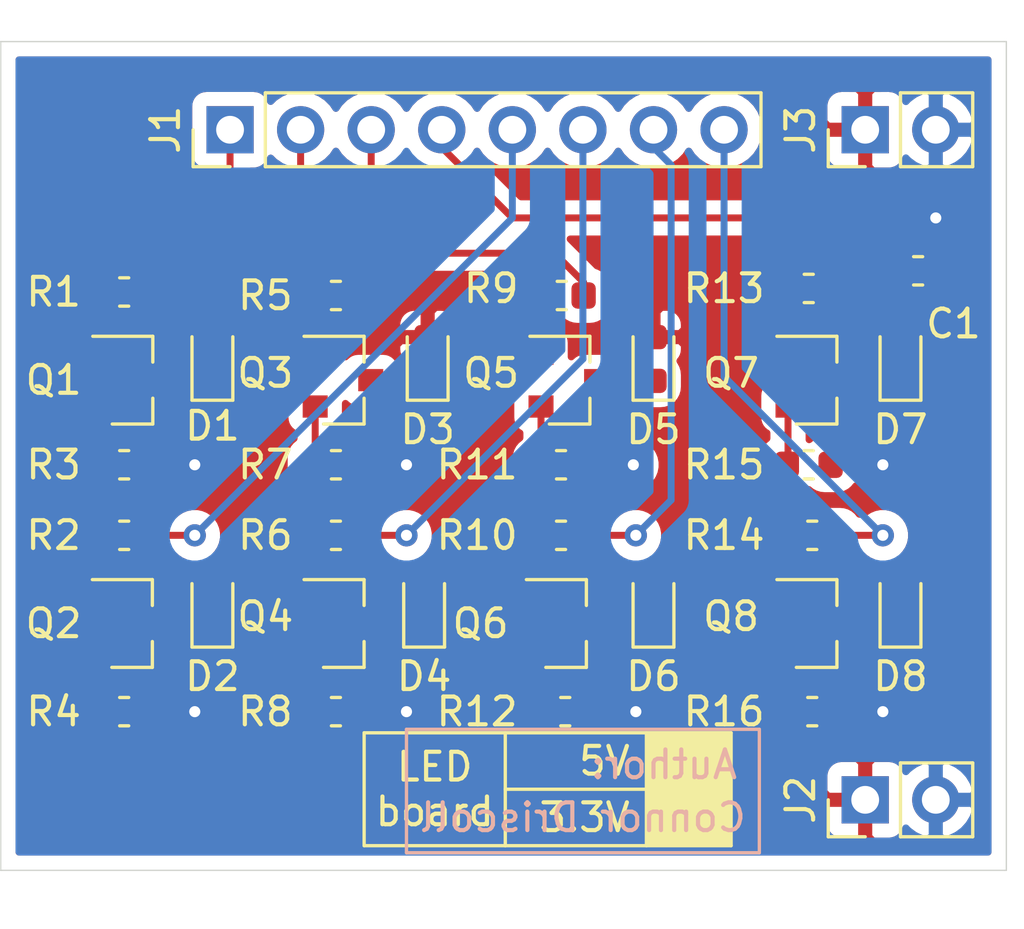
<source format=kicad_pcb>
(kicad_pcb (version 20171130) (host pcbnew 5.1.6)

  (general
    (thickness 1.6)
    (drawings 22)
    (tracks 100)
    (zones 0)
    (modules 36)
    (nets 35)
  )

  (page A4)
  (layers
    (0 F.Cu signal)
    (31 B.Cu signal)
    (32 B.Adhes user)
    (33 F.Adhes user)
    (34 B.Paste user)
    (35 F.Paste user)
    (36 B.SilkS user)
    (37 F.SilkS user)
    (38 B.Mask user)
    (39 F.Mask user)
    (40 Dwgs.User user)
    (41 Cmts.User user)
    (42 Eco1.User user)
    (43 Eco2.User user)
    (44 Edge.Cuts user)
    (45 Margin user)
    (46 B.CrtYd user)
    (47 F.CrtYd user)
    (48 B.Fab user)
    (49 F.Fab user)
  )

  (setup
    (last_trace_width 0.25)
    (trace_clearance 0.2)
    (zone_clearance 0.508)
    (zone_45_only no)
    (trace_min 0.2)
    (via_size 0.8)
    (via_drill 0.4)
    (via_min_size 0.4)
    (via_min_drill 0.3)
    (uvia_size 0.3)
    (uvia_drill 0.1)
    (uvias_allowed no)
    (uvia_min_size 0.2)
    (uvia_min_drill 0.1)
    (edge_width 0.05)
    (segment_width 0.2)
    (pcb_text_width 0.3)
    (pcb_text_size 1.5 1.5)
    (mod_edge_width 0.12)
    (mod_text_size 1 1)
    (mod_text_width 0.15)
    (pad_size 1.524 1.524)
    (pad_drill 0.762)
    (pad_to_mask_clearance 0.051)
    (solder_mask_min_width 0.25)
    (aux_axis_origin 0 0)
    (visible_elements FFFFFF7F)
    (pcbplotparams
      (layerselection 0x010fc_ffffffff)
      (usegerberextensions false)
      (usegerberattributes false)
      (usegerberadvancedattributes false)
      (creategerberjobfile false)
      (excludeedgelayer true)
      (linewidth 0.100000)
      (plotframeref false)
      (viasonmask false)
      (mode 1)
      (useauxorigin false)
      (hpglpennumber 1)
      (hpglpenspeed 20)
      (hpglpendiameter 15.000000)
      (psnegative false)
      (psa4output false)
      (plotreference true)
      (plotvalue true)
      (plotinvisibletext false)
      (padsonsilk false)
      (subtractmaskfromsilk false)
      (outputformat 1)
      (mirror false)
      (drillshape 1)
      (scaleselection 1)
      (outputdirectory ""))
  )

  (net 0 "")
  (net 1 VCC)
  (net 2 /LED_C_0)
  (net 3 /LED_C_4)
  (net 4 /LED_C_1)
  (net 5 /LED_C_5)
  (net 6 /LED_C_2)
  (net 7 /LED_C_6)
  (net 8 /LED_C_3)
  (net 9 /LED_C_7)
  (net 10 /I_7)
  (net 11 /I_6)
  (net 12 /I_5)
  (net 13 /I_4)
  (net 14 /I_3)
  (net 15 /I_2)
  (net 16 /I_1)
  (net 17 /I_0)
  (net 18 GND)
  (net 19 /BJT_E_0)
  (net 20 /BJT_B_0)
  (net 21 /BJT_E_4)
  (net 22 /BJT_B_4)
  (net 23 /BJT_E_1)
  (net 24 /BJT_B_1)
  (net 25 /BJT_E_5)
  (net 26 /BJT_B_5)
  (net 27 /BJT_E_2)
  (net 28 /BJT_B_2)
  (net 29 /BJT_E_6)
  (net 30 /BJT_B_6)
  (net 31 /BJT_E_3)
  (net 32 /BJT_B_3)
  (net 33 /BJT_E_7)
  (net 34 /BJT_B_7)

  (net_class Default "This is the default net class."
    (clearance 0.2)
    (trace_width 0.25)
    (via_dia 0.8)
    (via_drill 0.4)
    (uvia_dia 0.3)
    (uvia_drill 0.1)
    (add_net /BJT_B_0)
    (add_net /BJT_B_1)
    (add_net /BJT_B_2)
    (add_net /BJT_B_3)
    (add_net /BJT_B_4)
    (add_net /BJT_B_5)
    (add_net /BJT_B_6)
    (add_net /BJT_B_7)
    (add_net /BJT_E_0)
    (add_net /BJT_E_1)
    (add_net /BJT_E_2)
    (add_net /BJT_E_3)
    (add_net /BJT_E_4)
    (add_net /BJT_E_5)
    (add_net /BJT_E_6)
    (add_net /BJT_E_7)
    (add_net /I_0)
    (add_net /I_1)
    (add_net /I_2)
    (add_net /I_3)
    (add_net /I_4)
    (add_net /I_5)
    (add_net /I_6)
    (add_net /I_7)
    (add_net /LED_C_0)
    (add_net /LED_C_1)
    (add_net /LED_C_2)
    (add_net /LED_C_3)
    (add_net /LED_C_4)
    (add_net /LED_C_5)
    (add_net /LED_C_6)
    (add_net /LED_C_7)
    (add_net GND)
    (add_net VCC)
  )

  (module Connector_PinHeader_2.54mm:PinHeader_1x02_P2.54mm_Vertical (layer F.Cu) (tedit 59FED5CC) (tstamp 5E64A62F)
    (at 194.31 81.915 90)
    (descr "Through hole straight pin header, 1x02, 2.54mm pitch, single row")
    (tags "Through hole pin header THT 1x02 2.54mm single row")
    (path /5E7133E1)
    (fp_text reference J3 (at 0 -2.33 90) (layer F.SilkS)
      (effects (font (size 1 1) (thickness 0.15)))
    )
    (fp_text value Conn_01x02 (at 0 4.87 90) (layer F.Fab)
      (effects (font (size 1 1) (thickness 0.15)))
    )
    (fp_line (start 1.8 -1.8) (end -1.8 -1.8) (layer F.CrtYd) (width 0.05))
    (fp_line (start 1.8 4.35) (end 1.8 -1.8) (layer F.CrtYd) (width 0.05))
    (fp_line (start -1.8 4.35) (end 1.8 4.35) (layer F.CrtYd) (width 0.05))
    (fp_line (start -1.8 -1.8) (end -1.8 4.35) (layer F.CrtYd) (width 0.05))
    (fp_line (start -1.33 -1.33) (end 0 -1.33) (layer F.SilkS) (width 0.12))
    (fp_line (start -1.33 0) (end -1.33 -1.33) (layer F.SilkS) (width 0.12))
    (fp_line (start -1.33 1.27) (end 1.33 1.27) (layer F.SilkS) (width 0.12))
    (fp_line (start 1.33 1.27) (end 1.33 3.87) (layer F.SilkS) (width 0.12))
    (fp_line (start -1.33 1.27) (end -1.33 3.87) (layer F.SilkS) (width 0.12))
    (fp_line (start -1.33 3.87) (end 1.33 3.87) (layer F.SilkS) (width 0.12))
    (fp_line (start -1.27 -0.635) (end -0.635 -1.27) (layer F.Fab) (width 0.1))
    (fp_line (start -1.27 3.81) (end -1.27 -0.635) (layer F.Fab) (width 0.1))
    (fp_line (start 1.27 3.81) (end -1.27 3.81) (layer F.Fab) (width 0.1))
    (fp_line (start 1.27 -1.27) (end 1.27 3.81) (layer F.Fab) (width 0.1))
    (fp_line (start -0.635 -1.27) (end 1.27 -1.27) (layer F.Fab) (width 0.1))
    (fp_text user %R (at 0 1.27) (layer F.Fab)
      (effects (font (size 1 1) (thickness 0.15)))
    )
    (pad 2 thru_hole oval (at 0 2.54 90) (size 1.7 1.7) (drill 1) (layers *.Cu *.Mask)
      (net 18 GND))
    (pad 1 thru_hole rect (at 0 0 90) (size 1.7 1.7) (drill 1) (layers *.Cu *.Mask)
      (net 1 VCC))
    (model ${KISYS3DMOD}/Connector_PinHeader_2.54mm.3dshapes/PinHeader_1x02_P2.54mm_Vertical.wrl
      (at (xyz 0 0 0))
      (scale (xyz 1 1 1))
      (rotate (xyz 0 0 0))
    )
  )

  (module Capacitor_SMD:C_0603_1608Metric (layer F.Cu) (tedit 5B301BBE) (tstamp 5E64A5E2)
    (at 196.215 86.995)
    (descr "Capacitor SMD 0603 (1608 Metric), square (rectangular) end terminal, IPC_7351 nominal, (Body size source: http://www.tortai-tech.com/upload/download/2011102023233369053.pdf), generated with kicad-footprint-generator")
    (tags capacitor)
    (path /5E6AC0F0)
    (attr smd)
    (fp_text reference C1 (at 1.27 1.905) (layer F.SilkS)
      (effects (font (size 1 1) (thickness 0.15)))
    )
    (fp_text value 1uF (at 0 1.43) (layer F.Fab)
      (effects (font (size 1 1) (thickness 0.15)))
    )
    (fp_line (start 1.48 0.73) (end -1.48 0.73) (layer F.CrtYd) (width 0.05))
    (fp_line (start 1.48 -0.73) (end 1.48 0.73) (layer F.CrtYd) (width 0.05))
    (fp_line (start -1.48 -0.73) (end 1.48 -0.73) (layer F.CrtYd) (width 0.05))
    (fp_line (start -1.48 0.73) (end -1.48 -0.73) (layer F.CrtYd) (width 0.05))
    (fp_line (start -0.162779 0.51) (end 0.162779 0.51) (layer F.SilkS) (width 0.12))
    (fp_line (start -0.162779 -0.51) (end 0.162779 -0.51) (layer F.SilkS) (width 0.12))
    (fp_line (start 0.8 0.4) (end -0.8 0.4) (layer F.Fab) (width 0.1))
    (fp_line (start 0.8 -0.4) (end 0.8 0.4) (layer F.Fab) (width 0.1))
    (fp_line (start -0.8 -0.4) (end 0.8 -0.4) (layer F.Fab) (width 0.1))
    (fp_line (start -0.8 0.4) (end -0.8 -0.4) (layer F.Fab) (width 0.1))
    (fp_text user %R (at 0 0) (layer F.Fab)
      (effects (font (size 0.4 0.4) (thickness 0.06)))
    )
    (pad 2 smd roundrect (at 0.7875 0) (size 0.875 0.95) (layers F.Cu F.Paste F.Mask) (roundrect_rratio 0.25)
      (net 18 GND))
    (pad 1 smd roundrect (at -0.7875 0) (size 0.875 0.95) (layers F.Cu F.Paste F.Mask) (roundrect_rratio 0.25)
      (net 1 VCC))
    (model ${KISYS3DMOD}/Capacitor_SMD.3dshapes/C_0603_1608Metric.wrl
      (at (xyz 0 0 0))
      (scale (xyz 1 1 1))
      (rotate (xyz 0 0 0))
    )
  )

  (module Resistor_SMD:R_0603_1608Metric (layer F.Cu) (tedit 5B301BBD) (tstamp 5E64AC4B)
    (at 192.405 102.87)
    (descr "Resistor SMD 0603 (1608 Metric), square (rectangular) end terminal, IPC_7351 nominal, (Body size source: http://www.tortai-tech.com/upload/download/2011102023233369053.pdf), generated with kicad-footprint-generator")
    (tags resistor)
    (path /5E66BB40)
    (attr smd)
    (fp_text reference R16 (at -3.175 0) (layer F.SilkS)
      (effects (font (size 1 1) (thickness 0.15)))
    )
    (fp_text value R (at 0 1.43) (layer F.Fab)
      (effects (font (size 1 1) (thickness 0.15)))
    )
    (fp_line (start 1.48 0.73) (end -1.48 0.73) (layer F.CrtYd) (width 0.05))
    (fp_line (start 1.48 -0.73) (end 1.48 0.73) (layer F.CrtYd) (width 0.05))
    (fp_line (start -1.48 -0.73) (end 1.48 -0.73) (layer F.CrtYd) (width 0.05))
    (fp_line (start -1.48 0.73) (end -1.48 -0.73) (layer F.CrtYd) (width 0.05))
    (fp_line (start -0.162779 0.51) (end 0.162779 0.51) (layer F.SilkS) (width 0.12))
    (fp_line (start -0.162779 -0.51) (end 0.162779 -0.51) (layer F.SilkS) (width 0.12))
    (fp_line (start 0.8 0.4) (end -0.8 0.4) (layer F.Fab) (width 0.1))
    (fp_line (start 0.8 -0.4) (end 0.8 0.4) (layer F.Fab) (width 0.1))
    (fp_line (start -0.8 -0.4) (end 0.8 -0.4) (layer F.Fab) (width 0.1))
    (fp_line (start -0.8 0.4) (end -0.8 -0.4) (layer F.Fab) (width 0.1))
    (fp_text user %R (at 0 0) (layer F.Fab)
      (effects (font (size 0.4 0.4) (thickness 0.06)))
    )
    (pad 2 smd roundrect (at 0.7875 0) (size 0.875 0.95) (layers F.Cu F.Paste F.Mask) (roundrect_rratio 0.25)
      (net 18 GND))
    (pad 1 smd roundrect (at -0.7875 0) (size 0.875 0.95) (layers F.Cu F.Paste F.Mask) (roundrect_rratio 0.25)
      (net 33 /BJT_E_7))
    (model ${KISYS3DMOD}/Resistor_SMD.3dshapes/R_0603_1608Metric.wrl
      (at (xyz 0 0 0))
      (scale (xyz 1 1 1))
      (rotate (xyz 0 0 0))
    )
  )

  (module Resistor_SMD:R_0603_1608Metric (layer F.Cu) (tedit 5B301BBD) (tstamp 5E64AC7B)
    (at 192.278 93.98)
    (descr "Resistor SMD 0603 (1608 Metric), square (rectangular) end terminal, IPC_7351 nominal, (Body size source: http://www.tortai-tech.com/upload/download/2011102023233369053.pdf), generated with kicad-footprint-generator")
    (tags resistor)
    (path /5E66BAB4)
    (attr smd)
    (fp_text reference R15 (at -3.048 0) (layer F.SilkS)
      (effects (font (size 1 1) (thickness 0.15)))
    )
    (fp_text value R (at 0 1.43) (layer F.Fab)
      (effects (font (size 1 1) (thickness 0.15)))
    )
    (fp_line (start 1.48 0.73) (end -1.48 0.73) (layer F.CrtYd) (width 0.05))
    (fp_line (start 1.48 -0.73) (end 1.48 0.73) (layer F.CrtYd) (width 0.05))
    (fp_line (start -1.48 -0.73) (end 1.48 -0.73) (layer F.CrtYd) (width 0.05))
    (fp_line (start -1.48 0.73) (end -1.48 -0.73) (layer F.CrtYd) (width 0.05))
    (fp_line (start -0.162779 0.51) (end 0.162779 0.51) (layer F.SilkS) (width 0.12))
    (fp_line (start -0.162779 -0.51) (end 0.162779 -0.51) (layer F.SilkS) (width 0.12))
    (fp_line (start 0.8 0.4) (end -0.8 0.4) (layer F.Fab) (width 0.1))
    (fp_line (start 0.8 -0.4) (end 0.8 0.4) (layer F.Fab) (width 0.1))
    (fp_line (start -0.8 -0.4) (end 0.8 -0.4) (layer F.Fab) (width 0.1))
    (fp_line (start -0.8 0.4) (end -0.8 -0.4) (layer F.Fab) (width 0.1))
    (fp_text user %R (at 0 0) (layer F.Fab)
      (effects (font (size 0.4 0.4) (thickness 0.06)))
    )
    (pad 2 smd roundrect (at 0.7875 0) (size 0.875 0.95) (layers F.Cu F.Paste F.Mask) (roundrect_rratio 0.25)
      (net 18 GND))
    (pad 1 smd roundrect (at -0.7875 0) (size 0.875 0.95) (layers F.Cu F.Paste F.Mask) (roundrect_rratio 0.25)
      (net 31 /BJT_E_3))
    (model ${KISYS3DMOD}/Resistor_SMD.3dshapes/R_0603_1608Metric.wrl
      (at (xyz 0 0 0))
      (scale (xyz 1 1 1))
      (rotate (xyz 0 0 0))
    )
  )

  (module Resistor_SMD:R_0603_1608Metric (layer F.Cu) (tedit 5B301BBD) (tstamp 5E64ACAB)
    (at 192.405 96.52)
    (descr "Resistor SMD 0603 (1608 Metric), square (rectangular) end terminal, IPC_7351 nominal, (Body size source: http://www.tortai-tech.com/upload/download/2011102023233369053.pdf), generated with kicad-footprint-generator")
    (tags resistor)
    (path /5E66BB2B)
    (attr smd)
    (fp_text reference R14 (at -3.175 0) (layer F.SilkS)
      (effects (font (size 1 1) (thickness 0.15)))
    )
    (fp_text value R (at 0 1.43) (layer F.Fab)
      (effects (font (size 1 1) (thickness 0.15)))
    )
    (fp_line (start 1.48 0.73) (end -1.48 0.73) (layer F.CrtYd) (width 0.05))
    (fp_line (start 1.48 -0.73) (end 1.48 0.73) (layer F.CrtYd) (width 0.05))
    (fp_line (start -1.48 -0.73) (end 1.48 -0.73) (layer F.CrtYd) (width 0.05))
    (fp_line (start -1.48 0.73) (end -1.48 -0.73) (layer F.CrtYd) (width 0.05))
    (fp_line (start -0.162779 0.51) (end 0.162779 0.51) (layer F.SilkS) (width 0.12))
    (fp_line (start -0.162779 -0.51) (end 0.162779 -0.51) (layer F.SilkS) (width 0.12))
    (fp_line (start 0.8 0.4) (end -0.8 0.4) (layer F.Fab) (width 0.1))
    (fp_line (start 0.8 -0.4) (end 0.8 0.4) (layer F.Fab) (width 0.1))
    (fp_line (start -0.8 -0.4) (end 0.8 -0.4) (layer F.Fab) (width 0.1))
    (fp_line (start -0.8 0.4) (end -0.8 -0.4) (layer F.Fab) (width 0.1))
    (fp_text user %R (at 0 0) (layer F.Fab)
      (effects (font (size 0.4 0.4) (thickness 0.06)))
    )
    (pad 2 smd roundrect (at 0.7875 0) (size 0.875 0.95) (layers F.Cu F.Paste F.Mask) (roundrect_rratio 0.25)
      (net 10 /I_7))
    (pad 1 smd roundrect (at -0.7875 0) (size 0.875 0.95) (layers F.Cu F.Paste F.Mask) (roundrect_rratio 0.25)
      (net 34 /BJT_B_7))
    (model ${KISYS3DMOD}/Resistor_SMD.3dshapes/R_0603_1608Metric.wrl
      (at (xyz 0 0 0))
      (scale (xyz 1 1 1))
      (rotate (xyz 0 0 0))
    )
  )

  (module Resistor_SMD:R_0603_1608Metric (layer F.Cu) (tedit 5B301BBD) (tstamp 5E64A85E)
    (at 192.278 87.63)
    (descr "Resistor SMD 0603 (1608 Metric), square (rectangular) end terminal, IPC_7351 nominal, (Body size source: http://www.tortai-tech.com/upload/download/2011102023233369053.pdf), generated with kicad-footprint-generator")
    (tags resistor)
    (path /5E66BA9F)
    (attr smd)
    (fp_text reference R13 (at -3.048 0) (layer F.SilkS)
      (effects (font (size 1 1) (thickness 0.15)))
    )
    (fp_text value R (at 0 1.43) (layer F.Fab)
      (effects (font (size 1 1) (thickness 0.15)))
    )
    (fp_line (start 1.48 0.73) (end -1.48 0.73) (layer F.CrtYd) (width 0.05))
    (fp_line (start 1.48 -0.73) (end 1.48 0.73) (layer F.CrtYd) (width 0.05))
    (fp_line (start -1.48 -0.73) (end 1.48 -0.73) (layer F.CrtYd) (width 0.05))
    (fp_line (start -1.48 0.73) (end -1.48 -0.73) (layer F.CrtYd) (width 0.05))
    (fp_line (start -0.162779 0.51) (end 0.162779 0.51) (layer F.SilkS) (width 0.12))
    (fp_line (start -0.162779 -0.51) (end 0.162779 -0.51) (layer F.SilkS) (width 0.12))
    (fp_line (start 0.8 0.4) (end -0.8 0.4) (layer F.Fab) (width 0.1))
    (fp_line (start 0.8 -0.4) (end 0.8 0.4) (layer F.Fab) (width 0.1))
    (fp_line (start -0.8 -0.4) (end 0.8 -0.4) (layer F.Fab) (width 0.1))
    (fp_line (start -0.8 0.4) (end -0.8 -0.4) (layer F.Fab) (width 0.1))
    (fp_text user %R (at 0 0) (layer F.Fab)
      (effects (font (size 0.4 0.4) (thickness 0.06)))
    )
    (pad 2 smd roundrect (at 0.7875 0) (size 0.875 0.95) (layers F.Cu F.Paste F.Mask) (roundrect_rratio 0.25)
      (net 14 /I_3))
    (pad 1 smd roundrect (at -0.7875 0) (size 0.875 0.95) (layers F.Cu F.Paste F.Mask) (roundrect_rratio 0.25)
      (net 32 /BJT_B_3))
    (model ${KISYS3DMOD}/Resistor_SMD.3dshapes/R_0603_1608Metric.wrl
      (at (xyz 0 0 0))
      (scale (xyz 1 1 1))
      (rotate (xyz 0 0 0))
    )
  )

  (module Resistor_SMD:R_0603_1608Metric (layer F.Cu) (tedit 5B301BBD) (tstamp 5E64A8CA)
    (at 183.515 102.87)
    (descr "Resistor SMD 0603 (1608 Metric), square (rectangular) end terminal, IPC_7351 nominal, (Body size source: http://www.tortai-tech.com/upload/download/2011102023233369053.pdf), generated with kicad-footprint-generator")
    (tags resistor)
    (path /5E66BAFA)
    (attr smd)
    (fp_text reference R12 (at -3.175 0) (layer F.SilkS)
      (effects (font (size 1 1) (thickness 0.15)))
    )
    (fp_text value R (at 0 1.43) (layer F.Fab)
      (effects (font (size 1 1) (thickness 0.15)))
    )
    (fp_line (start 1.48 0.73) (end -1.48 0.73) (layer F.CrtYd) (width 0.05))
    (fp_line (start 1.48 -0.73) (end 1.48 0.73) (layer F.CrtYd) (width 0.05))
    (fp_line (start -1.48 -0.73) (end 1.48 -0.73) (layer F.CrtYd) (width 0.05))
    (fp_line (start -1.48 0.73) (end -1.48 -0.73) (layer F.CrtYd) (width 0.05))
    (fp_line (start -0.162779 0.51) (end 0.162779 0.51) (layer F.SilkS) (width 0.12))
    (fp_line (start -0.162779 -0.51) (end 0.162779 -0.51) (layer F.SilkS) (width 0.12))
    (fp_line (start 0.8 0.4) (end -0.8 0.4) (layer F.Fab) (width 0.1))
    (fp_line (start 0.8 -0.4) (end 0.8 0.4) (layer F.Fab) (width 0.1))
    (fp_line (start -0.8 -0.4) (end 0.8 -0.4) (layer F.Fab) (width 0.1))
    (fp_line (start -0.8 0.4) (end -0.8 -0.4) (layer F.Fab) (width 0.1))
    (fp_text user %R (at 0 0) (layer F.Fab)
      (effects (font (size 0.4 0.4) (thickness 0.06)))
    )
    (pad 2 smd roundrect (at 0.7875 0) (size 0.875 0.95) (layers F.Cu F.Paste F.Mask) (roundrect_rratio 0.25)
      (net 18 GND))
    (pad 1 smd roundrect (at -0.7875 0) (size 0.875 0.95) (layers F.Cu F.Paste F.Mask) (roundrect_rratio 0.25)
      (net 29 /BJT_E_6))
    (model ${KISYS3DMOD}/Resistor_SMD.3dshapes/R_0603_1608Metric.wrl
      (at (xyz 0 0 0))
      (scale (xyz 1 1 1))
      (rotate (xyz 0 0 0))
    )
  )

  (module Resistor_SMD:R_0603_1608Metric (layer F.Cu) (tedit 5B301BBD) (tstamp 5E64A82E)
    (at 183.3625 93.98)
    (descr "Resistor SMD 0603 (1608 Metric), square (rectangular) end terminal, IPC_7351 nominal, (Body size source: http://www.tortai-tech.com/upload/download/2011102023233369053.pdf), generated with kicad-footprint-generator")
    (tags resistor)
    (path /5E66BA6E)
    (attr smd)
    (fp_text reference R11 (at -3.0225 0) (layer F.SilkS)
      (effects (font (size 1 1) (thickness 0.15)))
    )
    (fp_text value R (at 0 1.43) (layer F.Fab)
      (effects (font (size 1 1) (thickness 0.15)))
    )
    (fp_line (start 1.48 0.73) (end -1.48 0.73) (layer F.CrtYd) (width 0.05))
    (fp_line (start 1.48 -0.73) (end 1.48 0.73) (layer F.CrtYd) (width 0.05))
    (fp_line (start -1.48 -0.73) (end 1.48 -0.73) (layer F.CrtYd) (width 0.05))
    (fp_line (start -1.48 0.73) (end -1.48 -0.73) (layer F.CrtYd) (width 0.05))
    (fp_line (start -0.162779 0.51) (end 0.162779 0.51) (layer F.SilkS) (width 0.12))
    (fp_line (start -0.162779 -0.51) (end 0.162779 -0.51) (layer F.SilkS) (width 0.12))
    (fp_line (start 0.8 0.4) (end -0.8 0.4) (layer F.Fab) (width 0.1))
    (fp_line (start 0.8 -0.4) (end 0.8 0.4) (layer F.Fab) (width 0.1))
    (fp_line (start -0.8 -0.4) (end 0.8 -0.4) (layer F.Fab) (width 0.1))
    (fp_line (start -0.8 0.4) (end -0.8 -0.4) (layer F.Fab) (width 0.1))
    (fp_text user %R (at 0 0) (layer F.Fab)
      (effects (font (size 0.4 0.4) (thickness 0.06)))
    )
    (pad 2 smd roundrect (at 0.7875 0) (size 0.875 0.95) (layers F.Cu F.Paste F.Mask) (roundrect_rratio 0.25)
      (net 18 GND))
    (pad 1 smd roundrect (at -0.7875 0) (size 0.875 0.95) (layers F.Cu F.Paste F.Mask) (roundrect_rratio 0.25)
      (net 27 /BJT_E_2))
    (model ${KISYS3DMOD}/Resistor_SMD.3dshapes/R_0603_1608Metric.wrl
      (at (xyz 0 0 0))
      (scale (xyz 1 1 1))
      (rotate (xyz 0 0 0))
    )
  )

  (module Resistor_SMD:R_0603_1608Metric (layer F.Cu) (tedit 5B301BBD) (tstamp 5E64A7FE)
    (at 183.3625 96.52)
    (descr "Resistor SMD 0603 (1608 Metric), square (rectangular) end terminal, IPC_7351 nominal, (Body size source: http://www.tortai-tech.com/upload/download/2011102023233369053.pdf), generated with kicad-footprint-generator")
    (tags resistor)
    (path /5E66BAE5)
    (attr smd)
    (fp_text reference R10 (at -3.0225 0) (layer F.SilkS)
      (effects (font (size 1 1) (thickness 0.15)))
    )
    (fp_text value R (at 0 1.43) (layer F.Fab)
      (effects (font (size 1 1) (thickness 0.15)))
    )
    (fp_line (start 1.48 0.73) (end -1.48 0.73) (layer F.CrtYd) (width 0.05))
    (fp_line (start 1.48 -0.73) (end 1.48 0.73) (layer F.CrtYd) (width 0.05))
    (fp_line (start -1.48 -0.73) (end 1.48 -0.73) (layer F.CrtYd) (width 0.05))
    (fp_line (start -1.48 0.73) (end -1.48 -0.73) (layer F.CrtYd) (width 0.05))
    (fp_line (start -0.162779 0.51) (end 0.162779 0.51) (layer F.SilkS) (width 0.12))
    (fp_line (start -0.162779 -0.51) (end 0.162779 -0.51) (layer F.SilkS) (width 0.12))
    (fp_line (start 0.8 0.4) (end -0.8 0.4) (layer F.Fab) (width 0.1))
    (fp_line (start 0.8 -0.4) (end 0.8 0.4) (layer F.Fab) (width 0.1))
    (fp_line (start -0.8 -0.4) (end 0.8 -0.4) (layer F.Fab) (width 0.1))
    (fp_line (start -0.8 0.4) (end -0.8 -0.4) (layer F.Fab) (width 0.1))
    (fp_text user %R (at 0 0) (layer F.Fab)
      (effects (font (size 0.4 0.4) (thickness 0.06)))
    )
    (pad 2 smd roundrect (at 0.7875 0) (size 0.875 0.95) (layers F.Cu F.Paste F.Mask) (roundrect_rratio 0.25)
      (net 11 /I_6))
    (pad 1 smd roundrect (at -0.7875 0) (size 0.875 0.95) (layers F.Cu F.Paste F.Mask) (roundrect_rratio 0.25)
      (net 30 /BJT_B_6))
    (model ${KISYS3DMOD}/Resistor_SMD.3dshapes/R_0603_1608Metric.wrl
      (at (xyz 0 0 0))
      (scale (xyz 1 1 1))
      (rotate (xyz 0 0 0))
    )
  )

  (module Resistor_SMD:R_0603_1608Metric (layer F.Cu) (tedit 5B301BBD) (tstamp 5E64A900)
    (at 183.388 87.884)
    (descr "Resistor SMD 0603 (1608 Metric), square (rectangular) end terminal, IPC_7351 nominal, (Body size source: http://www.tortai-tech.com/upload/download/2011102023233369053.pdf), generated with kicad-footprint-generator")
    (tags resistor)
    (path /5E66BA59)
    (attr smd)
    (fp_text reference R9 (at -2.54 -0.254) (layer F.SilkS)
      (effects (font (size 1 1) (thickness 0.15)))
    )
    (fp_text value R (at 0 1.43) (layer F.Fab)
      (effects (font (size 1 1) (thickness 0.15)))
    )
    (fp_line (start 1.48 0.73) (end -1.48 0.73) (layer F.CrtYd) (width 0.05))
    (fp_line (start 1.48 -0.73) (end 1.48 0.73) (layer F.CrtYd) (width 0.05))
    (fp_line (start -1.48 -0.73) (end 1.48 -0.73) (layer F.CrtYd) (width 0.05))
    (fp_line (start -1.48 0.73) (end -1.48 -0.73) (layer F.CrtYd) (width 0.05))
    (fp_line (start -0.162779 0.51) (end 0.162779 0.51) (layer F.SilkS) (width 0.12))
    (fp_line (start -0.162779 -0.51) (end 0.162779 -0.51) (layer F.SilkS) (width 0.12))
    (fp_line (start 0.8 0.4) (end -0.8 0.4) (layer F.Fab) (width 0.1))
    (fp_line (start 0.8 -0.4) (end 0.8 0.4) (layer F.Fab) (width 0.1))
    (fp_line (start -0.8 -0.4) (end 0.8 -0.4) (layer F.Fab) (width 0.1))
    (fp_line (start -0.8 0.4) (end -0.8 -0.4) (layer F.Fab) (width 0.1))
    (fp_text user %R (at 0 0) (layer F.Fab)
      (effects (font (size 0.4 0.4) (thickness 0.06)))
    )
    (pad 2 smd roundrect (at 0.7875 0) (size 0.875 0.95) (layers F.Cu F.Paste F.Mask) (roundrect_rratio 0.25)
      (net 15 /I_2))
    (pad 1 smd roundrect (at -0.7875 0) (size 0.875 0.95) (layers F.Cu F.Paste F.Mask) (roundrect_rratio 0.25)
      (net 28 /BJT_B_2))
    (model ${KISYS3DMOD}/Resistor_SMD.3dshapes/R_0603_1608Metric.wrl
      (at (xyz 0 0 0))
      (scale (xyz 1 1 1))
      (rotate (xyz 0 0 0))
    )
  )

  (module Resistor_SMD:R_0603_1608Metric (layer F.Cu) (tedit 5B301BBD) (tstamp 5E64A930)
    (at 175.26 102.87)
    (descr "Resistor SMD 0603 (1608 Metric), square (rectangular) end terminal, IPC_7351 nominal, (Body size source: http://www.tortai-tech.com/upload/download/2011102023233369053.pdf), generated with kicad-footprint-generator")
    (tags resistor)
    (path /5E65EEB7)
    (attr smd)
    (fp_text reference R8 (at -2.54 0) (layer F.SilkS)
      (effects (font (size 1 1) (thickness 0.15)))
    )
    (fp_text value R (at 0 1.43) (layer F.Fab)
      (effects (font (size 1 1) (thickness 0.15)))
    )
    (fp_line (start 1.48 0.73) (end -1.48 0.73) (layer F.CrtYd) (width 0.05))
    (fp_line (start 1.48 -0.73) (end 1.48 0.73) (layer F.CrtYd) (width 0.05))
    (fp_line (start -1.48 -0.73) (end 1.48 -0.73) (layer F.CrtYd) (width 0.05))
    (fp_line (start -1.48 0.73) (end -1.48 -0.73) (layer F.CrtYd) (width 0.05))
    (fp_line (start -0.162779 0.51) (end 0.162779 0.51) (layer F.SilkS) (width 0.12))
    (fp_line (start -0.162779 -0.51) (end 0.162779 -0.51) (layer F.SilkS) (width 0.12))
    (fp_line (start 0.8 0.4) (end -0.8 0.4) (layer F.Fab) (width 0.1))
    (fp_line (start 0.8 -0.4) (end 0.8 0.4) (layer F.Fab) (width 0.1))
    (fp_line (start -0.8 -0.4) (end 0.8 -0.4) (layer F.Fab) (width 0.1))
    (fp_line (start -0.8 0.4) (end -0.8 -0.4) (layer F.Fab) (width 0.1))
    (fp_text user %R (at 0 0) (layer F.Fab)
      (effects (font (size 0.4 0.4) (thickness 0.06)))
    )
    (pad 2 smd roundrect (at 0.7875 0) (size 0.875 0.95) (layers F.Cu F.Paste F.Mask) (roundrect_rratio 0.25)
      (net 18 GND))
    (pad 1 smd roundrect (at -0.7875 0) (size 0.875 0.95) (layers F.Cu F.Paste F.Mask) (roundrect_rratio 0.25)
      (net 25 /BJT_E_5))
    (model ${KISYS3DMOD}/Resistor_SMD.3dshapes/R_0603_1608Metric.wrl
      (at (xyz 0 0 0))
      (scale (xyz 1 1 1))
      (rotate (xyz 0 0 0))
    )
  )

  (module Resistor_SMD:R_0603_1608Metric (layer F.Cu) (tedit 5B301BBD) (tstamp 5E64A960)
    (at 175.26 93.98)
    (descr "Resistor SMD 0603 (1608 Metric), square (rectangular) end terminal, IPC_7351 nominal, (Body size source: http://www.tortai-tech.com/upload/download/2011102023233369053.pdf), generated with kicad-footprint-generator")
    (tags resistor)
    (path /5E652797)
    (attr smd)
    (fp_text reference R7 (at -2.54 0) (layer F.SilkS)
      (effects (font (size 1 1) (thickness 0.15)))
    )
    (fp_text value R (at 0 1.43) (layer F.Fab)
      (effects (font (size 1 1) (thickness 0.15)))
    )
    (fp_line (start 1.48 0.73) (end -1.48 0.73) (layer F.CrtYd) (width 0.05))
    (fp_line (start 1.48 -0.73) (end 1.48 0.73) (layer F.CrtYd) (width 0.05))
    (fp_line (start -1.48 -0.73) (end 1.48 -0.73) (layer F.CrtYd) (width 0.05))
    (fp_line (start -1.48 0.73) (end -1.48 -0.73) (layer F.CrtYd) (width 0.05))
    (fp_line (start -0.162779 0.51) (end 0.162779 0.51) (layer F.SilkS) (width 0.12))
    (fp_line (start -0.162779 -0.51) (end 0.162779 -0.51) (layer F.SilkS) (width 0.12))
    (fp_line (start 0.8 0.4) (end -0.8 0.4) (layer F.Fab) (width 0.1))
    (fp_line (start 0.8 -0.4) (end 0.8 0.4) (layer F.Fab) (width 0.1))
    (fp_line (start -0.8 -0.4) (end 0.8 -0.4) (layer F.Fab) (width 0.1))
    (fp_line (start -0.8 0.4) (end -0.8 -0.4) (layer F.Fab) (width 0.1))
    (fp_text user %R (at 0 0) (layer F.Fab)
      (effects (font (size 0.4 0.4) (thickness 0.06)))
    )
    (pad 2 smd roundrect (at 0.7875 0) (size 0.875 0.95) (layers F.Cu F.Paste F.Mask) (roundrect_rratio 0.25)
      (net 18 GND))
    (pad 1 smd roundrect (at -0.7875 0) (size 0.875 0.95) (layers F.Cu F.Paste F.Mask) (roundrect_rratio 0.25)
      (net 23 /BJT_E_1))
    (model ${KISYS3DMOD}/Resistor_SMD.3dshapes/R_0603_1608Metric.wrl
      (at (xyz 0 0 0))
      (scale (xyz 1 1 1))
      (rotate (xyz 0 0 0))
    )
  )

  (module Resistor_SMD:R_0603_1608Metric (layer F.Cu) (tedit 5B301BBD) (tstamp 5E64A990)
    (at 175.26 96.52)
    (descr "Resistor SMD 0603 (1608 Metric), square (rectangular) end terminal, IPC_7351 nominal, (Body size source: http://www.tortai-tech.com/upload/download/2011102023233369053.pdf), generated with kicad-footprint-generator")
    (tags resistor)
    (path /5E65EEA2)
    (attr smd)
    (fp_text reference R6 (at -2.54 0) (layer F.SilkS)
      (effects (font (size 1 1) (thickness 0.15)))
    )
    (fp_text value R (at 0 1.43) (layer F.Fab)
      (effects (font (size 1 1) (thickness 0.15)))
    )
    (fp_line (start 1.48 0.73) (end -1.48 0.73) (layer F.CrtYd) (width 0.05))
    (fp_line (start 1.48 -0.73) (end 1.48 0.73) (layer F.CrtYd) (width 0.05))
    (fp_line (start -1.48 -0.73) (end 1.48 -0.73) (layer F.CrtYd) (width 0.05))
    (fp_line (start -1.48 0.73) (end -1.48 -0.73) (layer F.CrtYd) (width 0.05))
    (fp_line (start -0.162779 0.51) (end 0.162779 0.51) (layer F.SilkS) (width 0.12))
    (fp_line (start -0.162779 -0.51) (end 0.162779 -0.51) (layer F.SilkS) (width 0.12))
    (fp_line (start 0.8 0.4) (end -0.8 0.4) (layer F.Fab) (width 0.1))
    (fp_line (start 0.8 -0.4) (end 0.8 0.4) (layer F.Fab) (width 0.1))
    (fp_line (start -0.8 -0.4) (end 0.8 -0.4) (layer F.Fab) (width 0.1))
    (fp_line (start -0.8 0.4) (end -0.8 -0.4) (layer F.Fab) (width 0.1))
    (fp_text user %R (at 0 0) (layer F.Fab)
      (effects (font (size 0.4 0.4) (thickness 0.06)))
    )
    (pad 2 smd roundrect (at 0.7875 0) (size 0.875 0.95) (layers F.Cu F.Paste F.Mask) (roundrect_rratio 0.25)
      (net 12 /I_5))
    (pad 1 smd roundrect (at -0.7875 0) (size 0.875 0.95) (layers F.Cu F.Paste F.Mask) (roundrect_rratio 0.25)
      (net 26 /BJT_B_5))
    (model ${KISYS3DMOD}/Resistor_SMD.3dshapes/R_0603_1608Metric.wrl
      (at (xyz 0 0 0))
      (scale (xyz 1 1 1))
      (rotate (xyz 0 0 0))
    )
  )

  (module Resistor_SMD:R_0603_1608Metric (layer F.Cu) (tedit 5B301BBD) (tstamp 5E64A9C0)
    (at 175.26 87.884)
    (descr "Resistor SMD 0603 (1608 Metric), square (rectangular) end terminal, IPC_7351 nominal, (Body size source: http://www.tortai-tech.com/upload/download/2011102023233369053.pdf), generated with kicad-footprint-generator")
    (tags resistor)
    (path /5E652782)
    (attr smd)
    (fp_text reference R5 (at -2.54 0) (layer F.SilkS)
      (effects (font (size 1 1) (thickness 0.15)))
    )
    (fp_text value R (at 0 1.43) (layer F.Fab)
      (effects (font (size 1 1) (thickness 0.15)))
    )
    (fp_line (start 1.48 0.73) (end -1.48 0.73) (layer F.CrtYd) (width 0.05))
    (fp_line (start 1.48 -0.73) (end 1.48 0.73) (layer F.CrtYd) (width 0.05))
    (fp_line (start -1.48 -0.73) (end 1.48 -0.73) (layer F.CrtYd) (width 0.05))
    (fp_line (start -1.48 0.73) (end -1.48 -0.73) (layer F.CrtYd) (width 0.05))
    (fp_line (start -0.162779 0.51) (end 0.162779 0.51) (layer F.SilkS) (width 0.12))
    (fp_line (start -0.162779 -0.51) (end 0.162779 -0.51) (layer F.SilkS) (width 0.12))
    (fp_line (start 0.8 0.4) (end -0.8 0.4) (layer F.Fab) (width 0.1))
    (fp_line (start 0.8 -0.4) (end 0.8 0.4) (layer F.Fab) (width 0.1))
    (fp_line (start -0.8 -0.4) (end 0.8 -0.4) (layer F.Fab) (width 0.1))
    (fp_line (start -0.8 0.4) (end -0.8 -0.4) (layer F.Fab) (width 0.1))
    (fp_text user %R (at 0 0) (layer F.Fab)
      (effects (font (size 0.4 0.4) (thickness 0.06)))
    )
    (pad 2 smd roundrect (at 0.7875 0) (size 0.875 0.95) (layers F.Cu F.Paste F.Mask) (roundrect_rratio 0.25)
      (net 16 /I_1))
    (pad 1 smd roundrect (at -0.7875 0) (size 0.875 0.95) (layers F.Cu F.Paste F.Mask) (roundrect_rratio 0.25)
      (net 24 /BJT_B_1))
    (model ${KISYS3DMOD}/Resistor_SMD.3dshapes/R_0603_1608Metric.wrl
      (at (xyz 0 0 0))
      (scale (xyz 1 1 1))
      (rotate (xyz 0 0 0))
    )
  )

  (module Resistor_SMD:R_0603_1608Metric (layer F.Cu) (tedit 5B301BBD) (tstamp 5E64A9F0)
    (at 167.64 102.87)
    (descr "Resistor SMD 0603 (1608 Metric), square (rectangular) end terminal, IPC_7351 nominal, (Body size source: http://www.tortai-tech.com/upload/download/2011102023233369053.pdf), generated with kicad-footprint-generator")
    (tags resistor)
    (path /5E65EE71)
    (attr smd)
    (fp_text reference R4 (at -2.54 0) (layer F.SilkS)
      (effects (font (size 1 1) (thickness 0.15)))
    )
    (fp_text value R (at 0 1.43) (layer F.Fab)
      (effects (font (size 1 1) (thickness 0.15)))
    )
    (fp_line (start 1.48 0.73) (end -1.48 0.73) (layer F.CrtYd) (width 0.05))
    (fp_line (start 1.48 -0.73) (end 1.48 0.73) (layer F.CrtYd) (width 0.05))
    (fp_line (start -1.48 -0.73) (end 1.48 -0.73) (layer F.CrtYd) (width 0.05))
    (fp_line (start -1.48 0.73) (end -1.48 -0.73) (layer F.CrtYd) (width 0.05))
    (fp_line (start -0.162779 0.51) (end 0.162779 0.51) (layer F.SilkS) (width 0.12))
    (fp_line (start -0.162779 -0.51) (end 0.162779 -0.51) (layer F.SilkS) (width 0.12))
    (fp_line (start 0.8 0.4) (end -0.8 0.4) (layer F.Fab) (width 0.1))
    (fp_line (start 0.8 -0.4) (end 0.8 0.4) (layer F.Fab) (width 0.1))
    (fp_line (start -0.8 -0.4) (end 0.8 -0.4) (layer F.Fab) (width 0.1))
    (fp_line (start -0.8 0.4) (end -0.8 -0.4) (layer F.Fab) (width 0.1))
    (fp_text user %R (at 0 0) (layer F.Fab)
      (effects (font (size 0.4 0.4) (thickness 0.06)))
    )
    (pad 2 smd roundrect (at 0.7875 0) (size 0.875 0.95) (layers F.Cu F.Paste F.Mask) (roundrect_rratio 0.25)
      (net 18 GND))
    (pad 1 smd roundrect (at -0.7875 0) (size 0.875 0.95) (layers F.Cu F.Paste F.Mask) (roundrect_rratio 0.25)
      (net 21 /BJT_E_4))
    (model ${KISYS3DMOD}/Resistor_SMD.3dshapes/R_0603_1608Metric.wrl
      (at (xyz 0 0 0))
      (scale (xyz 1 1 1))
      (rotate (xyz 0 0 0))
    )
  )

  (module Resistor_SMD:R_0603_1608Metric (layer F.Cu) (tedit 5B301BBD) (tstamp 5E64AA20)
    (at 167.64 93.98)
    (descr "Resistor SMD 0603 (1608 Metric), square (rectangular) end terminal, IPC_7351 nominal, (Body size source: http://www.tortai-tech.com/upload/download/2011102023233369053.pdf), generated with kicad-footprint-generator")
    (tags resistor)
    (path /5E64502F)
    (attr smd)
    (fp_text reference R3 (at -2.54 0) (layer F.SilkS)
      (effects (font (size 1 1) (thickness 0.15)))
    )
    (fp_text value R (at 0 2.7) (layer F.Fab)
      (effects (font (size 1 1) (thickness 0.15)))
    )
    (fp_line (start 1.48 0.73) (end -1.48 0.73) (layer F.CrtYd) (width 0.05))
    (fp_line (start 1.48 -0.73) (end 1.48 0.73) (layer F.CrtYd) (width 0.05))
    (fp_line (start -1.48 -0.73) (end 1.48 -0.73) (layer F.CrtYd) (width 0.05))
    (fp_line (start -1.48 0.73) (end -1.48 -0.73) (layer F.CrtYd) (width 0.05))
    (fp_line (start -0.162779 0.51) (end 0.162779 0.51) (layer F.SilkS) (width 0.12))
    (fp_line (start -0.162779 -0.51) (end 0.162779 -0.51) (layer F.SilkS) (width 0.12))
    (fp_line (start 0.8 0.4) (end -0.8 0.4) (layer F.Fab) (width 0.1))
    (fp_line (start 0.8 -0.4) (end 0.8 0.4) (layer F.Fab) (width 0.1))
    (fp_line (start -0.8 -0.4) (end 0.8 -0.4) (layer F.Fab) (width 0.1))
    (fp_line (start -0.8 0.4) (end -0.8 -0.4) (layer F.Fab) (width 0.1))
    (fp_text user %R (at 0 0) (layer F.Fab)
      (effects (font (size 0.4 0.4) (thickness 0.06)))
    )
    (pad 2 smd roundrect (at 0.7875 0) (size 0.875 0.95) (layers F.Cu F.Paste F.Mask) (roundrect_rratio 0.25)
      (net 18 GND))
    (pad 1 smd roundrect (at -0.7875 0) (size 0.875 0.95) (layers F.Cu F.Paste F.Mask) (roundrect_rratio 0.25)
      (net 19 /BJT_E_0))
    (model ${KISYS3DMOD}/Resistor_SMD.3dshapes/R_0603_1608Metric.wrl
      (at (xyz 0 0 0))
      (scale (xyz 1 1 1))
      (rotate (xyz 0 0 0))
    )
  )

  (module Resistor_SMD:R_0603_1608Metric (layer F.Cu) (tedit 5B301BBD) (tstamp 5E64AA80)
    (at 167.64 96.52)
    (descr "Resistor SMD 0603 (1608 Metric), square (rectangular) end terminal, IPC_7351 nominal, (Body size source: http://www.tortai-tech.com/upload/download/2011102023233369053.pdf), generated with kicad-footprint-generator")
    (tags resistor)
    (path /5E65EE5C)
    (attr smd)
    (fp_text reference R2 (at -2.54 0) (layer F.SilkS)
      (effects (font (size 1 1) (thickness 0.15)))
    )
    (fp_text value R (at 0 1.43) (layer F.Fab)
      (effects (font (size 1 1) (thickness 0.15)))
    )
    (fp_line (start 1.48 0.73) (end -1.48 0.73) (layer F.CrtYd) (width 0.05))
    (fp_line (start 1.48 -0.73) (end 1.48 0.73) (layer F.CrtYd) (width 0.05))
    (fp_line (start -1.48 -0.73) (end 1.48 -0.73) (layer F.CrtYd) (width 0.05))
    (fp_line (start -1.48 0.73) (end -1.48 -0.73) (layer F.CrtYd) (width 0.05))
    (fp_line (start -0.162779 0.51) (end 0.162779 0.51) (layer F.SilkS) (width 0.12))
    (fp_line (start -0.162779 -0.51) (end 0.162779 -0.51) (layer F.SilkS) (width 0.12))
    (fp_line (start 0.8 0.4) (end -0.8 0.4) (layer F.Fab) (width 0.1))
    (fp_line (start 0.8 -0.4) (end 0.8 0.4) (layer F.Fab) (width 0.1))
    (fp_line (start -0.8 -0.4) (end 0.8 -0.4) (layer F.Fab) (width 0.1))
    (fp_line (start -0.8 0.4) (end -0.8 -0.4) (layer F.Fab) (width 0.1))
    (fp_text user %R (at 0 0) (layer F.Fab)
      (effects (font (size 0.4 0.4) (thickness 0.06)))
    )
    (pad 2 smd roundrect (at 0.7875 0) (size 0.875 0.95) (layers F.Cu F.Paste F.Mask) (roundrect_rratio 0.25)
      (net 13 /I_4))
    (pad 1 smd roundrect (at -0.7875 0) (size 0.875 0.95) (layers F.Cu F.Paste F.Mask) (roundrect_rratio 0.25)
      (net 22 /BJT_B_4))
    (model ${KISYS3DMOD}/Resistor_SMD.3dshapes/R_0603_1608Metric.wrl
      (at (xyz 0 0 0))
      (scale (xyz 1 1 1))
      (rotate (xyz 0 0 0))
    )
  )

  (module Resistor_SMD:R_0603_1608Metric (layer F.Cu) (tedit 5B301BBD) (tstamp 5E64AA50)
    (at 167.64 87.757)
    (descr "Resistor SMD 0603 (1608 Metric), square (rectangular) end terminal, IPC_7351 nominal, (Body size source: http://www.tortai-tech.com/upload/download/2011102023233369053.pdf), generated with kicad-footprint-generator")
    (tags resistor)
    (path /5E64361D)
    (attr smd)
    (fp_text reference R1 (at -2.54 0) (layer F.SilkS)
      (effects (font (size 1 1) (thickness 0.15)))
    )
    (fp_text value R (at 0 1.43) (layer F.Fab)
      (effects (font (size 1 1) (thickness 0.15)))
    )
    (fp_line (start 1.48 0.73) (end -1.48 0.73) (layer F.CrtYd) (width 0.05))
    (fp_line (start 1.48 -0.73) (end 1.48 0.73) (layer F.CrtYd) (width 0.05))
    (fp_line (start -1.48 -0.73) (end 1.48 -0.73) (layer F.CrtYd) (width 0.05))
    (fp_line (start -1.48 0.73) (end -1.48 -0.73) (layer F.CrtYd) (width 0.05))
    (fp_line (start -0.162779 0.51) (end 0.162779 0.51) (layer F.SilkS) (width 0.12))
    (fp_line (start -0.162779 -0.51) (end 0.162779 -0.51) (layer F.SilkS) (width 0.12))
    (fp_line (start 0.8 0.4) (end -0.8 0.4) (layer F.Fab) (width 0.1))
    (fp_line (start 0.8 -0.4) (end 0.8 0.4) (layer F.Fab) (width 0.1))
    (fp_line (start -0.8 -0.4) (end 0.8 -0.4) (layer F.Fab) (width 0.1))
    (fp_line (start -0.8 0.4) (end -0.8 -0.4) (layer F.Fab) (width 0.1))
    (fp_text user %R (at 0 0) (layer F.Fab)
      (effects (font (size 0.4 0.4) (thickness 0.06)))
    )
    (pad 2 smd roundrect (at 0.7875 0) (size 0.875 0.95) (layers F.Cu F.Paste F.Mask) (roundrect_rratio 0.25)
      (net 17 /I_0))
    (pad 1 smd roundrect (at -0.7875 0) (size 0.875 0.95) (layers F.Cu F.Paste F.Mask) (roundrect_rratio 0.25)
      (net 20 /BJT_B_0))
    (model ${KISYS3DMOD}/Resistor_SMD.3dshapes/R_0603_1608Metric.wrl
      (at (xyz 0 0 0))
      (scale (xyz 1 1 1))
      (rotate (xyz 0 0 0))
    )
  )

  (module Package_TO_SOT_SMD:SOT-23 (layer F.Cu) (tedit 5A02FF57) (tstamp 5E64AAB4)
    (at 192.532 99.695)
    (descr "SOT-23, Standard")
    (tags SOT-23)
    (path /5E66BB21)
    (attr smd)
    (fp_text reference Q8 (at -3.048 -0.254) (layer F.SilkS)
      (effects (font (size 1 1) (thickness 0.15)))
    )
    (fp_text value Q_NPN_BEC (at 0 2.5) (layer F.Fab)
      (effects (font (size 1 1) (thickness 0.15)))
    )
    (fp_line (start 0.76 1.58) (end -0.7 1.58) (layer F.SilkS) (width 0.12))
    (fp_line (start 0.76 -1.58) (end -1.4 -1.58) (layer F.SilkS) (width 0.12))
    (fp_line (start -1.7 1.75) (end -1.7 -1.75) (layer F.CrtYd) (width 0.05))
    (fp_line (start 1.7 1.75) (end -1.7 1.75) (layer F.CrtYd) (width 0.05))
    (fp_line (start 1.7 -1.75) (end 1.7 1.75) (layer F.CrtYd) (width 0.05))
    (fp_line (start -1.7 -1.75) (end 1.7 -1.75) (layer F.CrtYd) (width 0.05))
    (fp_line (start 0.76 -1.58) (end 0.76 -0.65) (layer F.SilkS) (width 0.12))
    (fp_line (start 0.76 1.58) (end 0.76 0.65) (layer F.SilkS) (width 0.12))
    (fp_line (start -0.7 1.52) (end 0.7 1.52) (layer F.Fab) (width 0.1))
    (fp_line (start 0.7 -1.52) (end 0.7 1.52) (layer F.Fab) (width 0.1))
    (fp_line (start -0.7 -0.95) (end -0.15 -1.52) (layer F.Fab) (width 0.1))
    (fp_line (start -0.15 -1.52) (end 0.7 -1.52) (layer F.Fab) (width 0.1))
    (fp_line (start -0.7 -0.95) (end -0.7 1.5) (layer F.Fab) (width 0.1))
    (fp_text user %R (at 0 0 90) (layer F.Fab)
      (effects (font (size 0.5 0.5) (thickness 0.075)))
    )
    (pad 3 smd rect (at 1 0) (size 0.9 0.8) (layers F.Cu F.Paste F.Mask)
      (net 9 /LED_C_7))
    (pad 2 smd rect (at -1 0.95) (size 0.9 0.8) (layers F.Cu F.Paste F.Mask)
      (net 33 /BJT_E_7))
    (pad 1 smd rect (at -1 -0.95) (size 0.9 0.8) (layers F.Cu F.Paste F.Mask)
      (net 34 /BJT_B_7))
    (model ${KISYS3DMOD}/Package_TO_SOT_SMD.3dshapes/SOT-23.wrl
      (at (xyz 0 0 0))
      (scale (xyz 1 1 1))
      (rotate (xyz 0 0 0))
    )
  )

  (module Package_TO_SOT_SMD:SOT-23 (layer F.Cu) (tedit 5A02FF57) (tstamp 5E64A712)
    (at 192.532 90.932)
    (descr "SOT-23, Standard")
    (tags SOT-23)
    (path /5E66BA95)
    (attr smd)
    (fp_text reference Q7 (at -3.048 -0.254) (layer F.SilkS)
      (effects (font (size 1 1) (thickness 0.15)))
    )
    (fp_text value Q_NPN_BEC (at 0 2.5) (layer F.Fab)
      (effects (font (size 1 1) (thickness 0.15)))
    )
    (fp_line (start 0.76 1.58) (end -0.7 1.58) (layer F.SilkS) (width 0.12))
    (fp_line (start 0.76 -1.58) (end -1.4 -1.58) (layer F.SilkS) (width 0.12))
    (fp_line (start -1.7 1.75) (end -1.7 -1.75) (layer F.CrtYd) (width 0.05))
    (fp_line (start 1.7 1.75) (end -1.7 1.75) (layer F.CrtYd) (width 0.05))
    (fp_line (start 1.7 -1.75) (end 1.7 1.75) (layer F.CrtYd) (width 0.05))
    (fp_line (start -1.7 -1.75) (end 1.7 -1.75) (layer F.CrtYd) (width 0.05))
    (fp_line (start 0.76 -1.58) (end 0.76 -0.65) (layer F.SilkS) (width 0.12))
    (fp_line (start 0.76 1.58) (end 0.76 0.65) (layer F.SilkS) (width 0.12))
    (fp_line (start -0.7 1.52) (end 0.7 1.52) (layer F.Fab) (width 0.1))
    (fp_line (start 0.7 -1.52) (end 0.7 1.52) (layer F.Fab) (width 0.1))
    (fp_line (start -0.7 -0.95) (end -0.15 -1.52) (layer F.Fab) (width 0.1))
    (fp_line (start -0.15 -1.52) (end 0.7 -1.52) (layer F.Fab) (width 0.1))
    (fp_line (start -0.7 -0.95) (end -0.7 1.5) (layer F.Fab) (width 0.1))
    (fp_text user %R (at 0 0 90) (layer F.Fab)
      (effects (font (size 0.5 0.5) (thickness 0.075)))
    )
    (pad 3 smd rect (at 1 0) (size 0.9 0.8) (layers F.Cu F.Paste F.Mask)
      (net 8 /LED_C_3))
    (pad 2 smd rect (at -1 0.95) (size 0.9 0.8) (layers F.Cu F.Paste F.Mask)
      (net 31 /BJT_E_3))
    (pad 1 smd rect (at -1 -0.95) (size 0.9 0.8) (layers F.Cu F.Paste F.Mask)
      (net 32 /BJT_B_3))
    (model ${KISYS3DMOD}/Package_TO_SOT_SMD.3dshapes/SOT-23.wrl
      (at (xyz 0 0 0))
      (scale (xyz 1 1 1))
      (rotate (xyz 0 0 0))
    )
  )

  (module Package_TO_SOT_SMD:SOT-23 (layer F.Cu) (tedit 5A02FF57) (tstamp 5E64A74E)
    (at 183.515 99.695)
    (descr "SOT-23, Standard")
    (tags SOT-23)
    (path /5E66BADB)
    (attr smd)
    (fp_text reference Q6 (at -3.048 0) (layer F.SilkS)
      (effects (font (size 1 1) (thickness 0.15)))
    )
    (fp_text value Q_NPN_BEC (at 0 2.5) (layer F.Fab)
      (effects (font (size 1 1) (thickness 0.15)))
    )
    (fp_line (start 0.76 1.58) (end -0.7 1.58) (layer F.SilkS) (width 0.12))
    (fp_line (start 0.76 -1.58) (end -1.4 -1.58) (layer F.SilkS) (width 0.12))
    (fp_line (start -1.7 1.75) (end -1.7 -1.75) (layer F.CrtYd) (width 0.05))
    (fp_line (start 1.7 1.75) (end -1.7 1.75) (layer F.CrtYd) (width 0.05))
    (fp_line (start 1.7 -1.75) (end 1.7 1.75) (layer F.CrtYd) (width 0.05))
    (fp_line (start -1.7 -1.75) (end 1.7 -1.75) (layer F.CrtYd) (width 0.05))
    (fp_line (start 0.76 -1.58) (end 0.76 -0.65) (layer F.SilkS) (width 0.12))
    (fp_line (start 0.76 1.58) (end 0.76 0.65) (layer F.SilkS) (width 0.12))
    (fp_line (start -0.7 1.52) (end 0.7 1.52) (layer F.Fab) (width 0.1))
    (fp_line (start 0.7 -1.52) (end 0.7 1.52) (layer F.Fab) (width 0.1))
    (fp_line (start -0.7 -0.95) (end -0.15 -1.52) (layer F.Fab) (width 0.1))
    (fp_line (start -0.15 -1.52) (end 0.7 -1.52) (layer F.Fab) (width 0.1))
    (fp_line (start -0.7 -0.95) (end -0.7 1.5) (layer F.Fab) (width 0.1))
    (fp_text user %R (at 0 0 90) (layer F.Fab)
      (effects (font (size 0.5 0.5) (thickness 0.075)))
    )
    (pad 3 smd rect (at 1 0) (size 0.9 0.8) (layers F.Cu F.Paste F.Mask)
      (net 7 /LED_C_6))
    (pad 2 smd rect (at -1 0.95) (size 0.9 0.8) (layers F.Cu F.Paste F.Mask)
      (net 29 /BJT_E_6))
    (pad 1 smd rect (at -1 -0.95) (size 0.9 0.8) (layers F.Cu F.Paste F.Mask)
      (net 30 /BJT_B_6))
    (model ${KISYS3DMOD}/Package_TO_SOT_SMD.3dshapes/SOT-23.wrl
      (at (xyz 0 0 0))
      (scale (xyz 1 1 1))
      (rotate (xyz 0 0 0))
    )
  )

  (module Package_TO_SOT_SMD:SOT-23 (layer F.Cu) (tedit 5A02FF57) (tstamp 5E64A78A)
    (at 183.642 90.932)
    (descr "SOT-23, Standard")
    (tags SOT-23)
    (path /5E66BA4F)
    (attr smd)
    (fp_text reference Q5 (at -2.794 -0.254) (layer F.SilkS)
      (effects (font (size 1 1) (thickness 0.15)))
    )
    (fp_text value Q_NPN_BEC (at 0 2.5) (layer F.Fab)
      (effects (font (size 1 1) (thickness 0.15)))
    )
    (fp_line (start 0.76 1.58) (end -0.7 1.58) (layer F.SilkS) (width 0.12))
    (fp_line (start 0.76 -1.58) (end -1.4 -1.58) (layer F.SilkS) (width 0.12))
    (fp_line (start -1.7 1.75) (end -1.7 -1.75) (layer F.CrtYd) (width 0.05))
    (fp_line (start 1.7 1.75) (end -1.7 1.75) (layer F.CrtYd) (width 0.05))
    (fp_line (start 1.7 -1.75) (end 1.7 1.75) (layer F.CrtYd) (width 0.05))
    (fp_line (start -1.7 -1.75) (end 1.7 -1.75) (layer F.CrtYd) (width 0.05))
    (fp_line (start 0.76 -1.58) (end 0.76 -0.65) (layer F.SilkS) (width 0.12))
    (fp_line (start 0.76 1.58) (end 0.76 0.65) (layer F.SilkS) (width 0.12))
    (fp_line (start -0.7 1.52) (end 0.7 1.52) (layer F.Fab) (width 0.1))
    (fp_line (start 0.7 -1.52) (end 0.7 1.52) (layer F.Fab) (width 0.1))
    (fp_line (start -0.7 -0.95) (end -0.15 -1.52) (layer F.Fab) (width 0.1))
    (fp_line (start -0.15 -1.52) (end 0.7 -1.52) (layer F.Fab) (width 0.1))
    (fp_line (start -0.7 -0.95) (end -0.7 1.5) (layer F.Fab) (width 0.1))
    (fp_text user %R (at 0 0 90) (layer F.Fab)
      (effects (font (size 0.5 0.5) (thickness 0.075)))
    )
    (pad 3 smd rect (at 1 0) (size 0.9 0.8) (layers F.Cu F.Paste F.Mask)
      (net 6 /LED_C_2))
    (pad 2 smd rect (at -1 0.95) (size 0.9 0.8) (layers F.Cu F.Paste F.Mask)
      (net 27 /BJT_E_2))
    (pad 1 smd rect (at -1 -0.95) (size 0.9 0.8) (layers F.Cu F.Paste F.Mask)
      (net 28 /BJT_B_2))
    (model ${KISYS3DMOD}/Package_TO_SOT_SMD.3dshapes/SOT-23.wrl
      (at (xyz 0 0 0))
      (scale (xyz 1 1 1))
      (rotate (xyz 0 0 0))
    )
  )

  (module Package_TO_SOT_SMD:SOT-23 (layer F.Cu) (tedit 5A02FF57) (tstamp 5E64AB68)
    (at 175.514 99.695)
    (descr "SOT-23, Standard")
    (tags SOT-23)
    (path /5E65EE98)
    (attr smd)
    (fp_text reference Q4 (at -2.794 -0.254) (layer F.SilkS)
      (effects (font (size 1 1) (thickness 0.15)))
    )
    (fp_text value Q_NPN_BEC (at 0 2.5) (layer F.Fab)
      (effects (font (size 1 1) (thickness 0.15)))
    )
    (fp_line (start 0.76 1.58) (end -0.7 1.58) (layer F.SilkS) (width 0.12))
    (fp_line (start 0.76 -1.58) (end -1.4 -1.58) (layer F.SilkS) (width 0.12))
    (fp_line (start -1.7 1.75) (end -1.7 -1.75) (layer F.CrtYd) (width 0.05))
    (fp_line (start 1.7 1.75) (end -1.7 1.75) (layer F.CrtYd) (width 0.05))
    (fp_line (start 1.7 -1.75) (end 1.7 1.75) (layer F.CrtYd) (width 0.05))
    (fp_line (start -1.7 -1.75) (end 1.7 -1.75) (layer F.CrtYd) (width 0.05))
    (fp_line (start 0.76 -1.58) (end 0.76 -0.65) (layer F.SilkS) (width 0.12))
    (fp_line (start 0.76 1.58) (end 0.76 0.65) (layer F.SilkS) (width 0.12))
    (fp_line (start -0.7 1.52) (end 0.7 1.52) (layer F.Fab) (width 0.1))
    (fp_line (start 0.7 -1.52) (end 0.7 1.52) (layer F.Fab) (width 0.1))
    (fp_line (start -0.7 -0.95) (end -0.15 -1.52) (layer F.Fab) (width 0.1))
    (fp_line (start -0.15 -1.52) (end 0.7 -1.52) (layer F.Fab) (width 0.1))
    (fp_line (start -0.7 -0.95) (end -0.7 1.5) (layer F.Fab) (width 0.1))
    (fp_text user %R (at 0 0 90) (layer F.Fab)
      (effects (font (size 0.5 0.5) (thickness 0.075)))
    )
    (pad 3 smd rect (at 1 0) (size 0.9 0.8) (layers F.Cu F.Paste F.Mask)
      (net 5 /LED_C_5))
    (pad 2 smd rect (at -1 0.95) (size 0.9 0.8) (layers F.Cu F.Paste F.Mask)
      (net 25 /BJT_E_5))
    (pad 1 smd rect (at -1 -0.95) (size 0.9 0.8) (layers F.Cu F.Paste F.Mask)
      (net 26 /BJT_B_5))
    (model ${KISYS3DMOD}/Package_TO_SOT_SMD.3dshapes/SOT-23.wrl
      (at (xyz 0 0 0))
      (scale (xyz 1 1 1))
      (rotate (xyz 0 0 0))
    )
  )

  (module Package_TO_SOT_SMD:SOT-23 (layer F.Cu) (tedit 5A02FF57) (tstamp 5E64A7C6)
    (at 175.514 90.932)
    (descr "SOT-23, Standard")
    (tags SOT-23)
    (path /5E652778)
    (attr smd)
    (fp_text reference Q3 (at -2.794 -0.254) (layer F.SilkS)
      (effects (font (size 1 1) (thickness 0.15)))
    )
    (fp_text value Q_NPN_BEC (at 0 2.5) (layer F.Fab)
      (effects (font (size 1 1) (thickness 0.15)))
    )
    (fp_line (start 0.76 1.58) (end -0.7 1.58) (layer F.SilkS) (width 0.12))
    (fp_line (start 0.76 -1.58) (end -1.4 -1.58) (layer F.SilkS) (width 0.12))
    (fp_line (start -1.7 1.75) (end -1.7 -1.75) (layer F.CrtYd) (width 0.05))
    (fp_line (start 1.7 1.75) (end -1.7 1.75) (layer F.CrtYd) (width 0.05))
    (fp_line (start 1.7 -1.75) (end 1.7 1.75) (layer F.CrtYd) (width 0.05))
    (fp_line (start -1.7 -1.75) (end 1.7 -1.75) (layer F.CrtYd) (width 0.05))
    (fp_line (start 0.76 -1.58) (end 0.76 -0.65) (layer F.SilkS) (width 0.12))
    (fp_line (start 0.76 1.58) (end 0.76 0.65) (layer F.SilkS) (width 0.12))
    (fp_line (start -0.7 1.52) (end 0.7 1.52) (layer F.Fab) (width 0.1))
    (fp_line (start 0.7 -1.52) (end 0.7 1.52) (layer F.Fab) (width 0.1))
    (fp_line (start -0.7 -0.95) (end -0.15 -1.52) (layer F.Fab) (width 0.1))
    (fp_line (start -0.15 -1.52) (end 0.7 -1.52) (layer F.Fab) (width 0.1))
    (fp_line (start -0.7 -0.95) (end -0.7 1.5) (layer F.Fab) (width 0.1))
    (fp_text user %R (at 0 0 90) (layer F.Fab)
      (effects (font (size 0.5 0.5) (thickness 0.075)))
    )
    (pad 3 smd rect (at 1 0) (size 0.9 0.8) (layers F.Cu F.Paste F.Mask)
      (net 4 /LED_C_1))
    (pad 2 smd rect (at -1 0.95) (size 0.9 0.8) (layers F.Cu F.Paste F.Mask)
      (net 23 /BJT_E_1))
    (pad 1 smd rect (at -1 -0.95) (size 0.9 0.8) (layers F.Cu F.Paste F.Mask)
      (net 24 /BJT_B_1))
    (model ${KISYS3DMOD}/Package_TO_SOT_SMD.3dshapes/SOT-23.wrl
      (at (xyz 0 0 0))
      (scale (xyz 1 1 1))
      (rotate (xyz 0 0 0))
    )
  )

  (module Package_TO_SOT_SMD:SOT-23 (layer F.Cu) (tedit 5A02FF57) (tstamp 5E64A892)
    (at 167.894 99.695)
    (descr "SOT-23, Standard")
    (tags SOT-23)
    (path /5E65EE52)
    (attr smd)
    (fp_text reference Q2 (at -2.794 0) (layer F.SilkS)
      (effects (font (size 1 1) (thickness 0.15)))
    )
    (fp_text value Q_NPN_BEC (at 0 2.5) (layer F.Fab)
      (effects (font (size 1 1) (thickness 0.15)))
    )
    (fp_line (start 0.76 1.58) (end -0.7 1.58) (layer F.SilkS) (width 0.12))
    (fp_line (start 0.76 -1.58) (end -1.4 -1.58) (layer F.SilkS) (width 0.12))
    (fp_line (start -1.7 1.75) (end -1.7 -1.75) (layer F.CrtYd) (width 0.05))
    (fp_line (start 1.7 1.75) (end -1.7 1.75) (layer F.CrtYd) (width 0.05))
    (fp_line (start 1.7 -1.75) (end 1.7 1.75) (layer F.CrtYd) (width 0.05))
    (fp_line (start -1.7 -1.75) (end 1.7 -1.75) (layer F.CrtYd) (width 0.05))
    (fp_line (start 0.76 -1.58) (end 0.76 -0.65) (layer F.SilkS) (width 0.12))
    (fp_line (start 0.76 1.58) (end 0.76 0.65) (layer F.SilkS) (width 0.12))
    (fp_line (start -0.7 1.52) (end 0.7 1.52) (layer F.Fab) (width 0.1))
    (fp_line (start 0.7 -1.52) (end 0.7 1.52) (layer F.Fab) (width 0.1))
    (fp_line (start -0.7 -0.95) (end -0.15 -1.52) (layer F.Fab) (width 0.1))
    (fp_line (start -0.15 -1.52) (end 0.7 -1.52) (layer F.Fab) (width 0.1))
    (fp_line (start -0.7 -0.95) (end -0.7 1.5) (layer F.Fab) (width 0.1))
    (fp_text user %R (at 0 0 90) (layer F.Fab)
      (effects (font (size 0.5 0.5) (thickness 0.075)))
    )
    (pad 3 smd rect (at 1 0) (size 0.9 0.8) (layers F.Cu F.Paste F.Mask)
      (net 3 /LED_C_4))
    (pad 2 smd rect (at -1 0.95) (size 0.9 0.8) (layers F.Cu F.Paste F.Mask)
      (net 21 /BJT_E_4))
    (pad 1 smd rect (at -1 -0.95) (size 0.9 0.8) (layers F.Cu F.Paste F.Mask)
      (net 22 /BJT_B_4))
    (model ${KISYS3DMOD}/Package_TO_SOT_SMD.3dshapes/SOT-23.wrl
      (at (xyz 0 0 0))
      (scale (xyz 1 1 1))
      (rotate (xyz 0 0 0))
    )
  )

  (module Package_TO_SOT_SMD:SOT-23 (layer F.Cu) (tedit 5A02FF57) (tstamp 5E64ACDF)
    (at 167.91 90.932)
    (descr "SOT-23, Standard")
    (tags SOT-23)
    (path /5E642DA5)
    (attr smd)
    (fp_text reference Q1 (at -2.81 0) (layer F.SilkS)
      (effects (font (size 1 1) (thickness 0.15)))
    )
    (fp_text value Q_NPN_BEC (at 0 2.5) (layer F.Fab)
      (effects (font (size 1 1) (thickness 0.15)))
    )
    (fp_line (start 0.76 1.58) (end -0.7 1.58) (layer F.SilkS) (width 0.12))
    (fp_line (start 0.76 -1.58) (end -1.4 -1.58) (layer F.SilkS) (width 0.12))
    (fp_line (start -1.7 1.75) (end -1.7 -1.75) (layer F.CrtYd) (width 0.05))
    (fp_line (start 1.7 1.75) (end -1.7 1.75) (layer F.CrtYd) (width 0.05))
    (fp_line (start 1.7 -1.75) (end 1.7 1.75) (layer F.CrtYd) (width 0.05))
    (fp_line (start -1.7 -1.75) (end 1.7 -1.75) (layer F.CrtYd) (width 0.05))
    (fp_line (start 0.76 -1.58) (end 0.76 -0.65) (layer F.SilkS) (width 0.12))
    (fp_line (start 0.76 1.58) (end 0.76 0.65) (layer F.SilkS) (width 0.12))
    (fp_line (start -0.7 1.52) (end 0.7 1.52) (layer F.Fab) (width 0.1))
    (fp_line (start 0.7 -1.52) (end 0.7 1.52) (layer F.Fab) (width 0.1))
    (fp_line (start -0.7 -0.95) (end -0.15 -1.52) (layer F.Fab) (width 0.1))
    (fp_line (start -0.15 -1.52) (end 0.7 -1.52) (layer F.Fab) (width 0.1))
    (fp_line (start -0.7 -0.95) (end -0.7 1.5) (layer F.Fab) (width 0.1))
    (fp_text user %R (at 0 0 90) (layer F.Fab)
      (effects (font (size 0.5 0.5) (thickness 0.075)))
    )
    (pad 3 smd rect (at 1 0) (size 0.9 0.8) (layers F.Cu F.Paste F.Mask)
      (net 2 /LED_C_0))
    (pad 2 smd rect (at -1 0.95) (size 0.9 0.8) (layers F.Cu F.Paste F.Mask)
      (net 19 /BJT_E_0))
    (pad 1 smd rect (at -1 -0.95) (size 0.9 0.8) (layers F.Cu F.Paste F.Mask)
      (net 20 /BJT_B_0))
    (model ${KISYS3DMOD}/Package_TO_SOT_SMD.3dshapes/SOT-23.wrl
      (at (xyz 0 0 0))
      (scale (xyz 1 1 1))
      (rotate (xyz 0 0 0))
    )
  )

  (module Connector_PinHeader_2.54mm:PinHeader_1x02_P2.54mm_Vertical (layer F.Cu) (tedit 59FED5CC) (tstamp 5E64AD1C)
    (at 194.31 106.045 90)
    (descr "Through hole straight pin header, 1x02, 2.54mm pitch, single row")
    (tags "Through hole pin header THT 1x02 2.54mm single row")
    (path /5E64CAA5)
    (fp_text reference J2 (at 0 -2.33 90) (layer F.SilkS)
      (effects (font (size 1 1) (thickness 0.15)))
    )
    (fp_text value Conn_01x02 (at 0 4.87 90) (layer F.Fab)
      (effects (font (size 1 1) (thickness 0.15)))
    )
    (fp_line (start 1.8 -1.8) (end -1.8 -1.8) (layer F.CrtYd) (width 0.05))
    (fp_line (start 1.8 4.35) (end 1.8 -1.8) (layer F.CrtYd) (width 0.05))
    (fp_line (start -1.8 4.35) (end 1.8 4.35) (layer F.CrtYd) (width 0.05))
    (fp_line (start -1.8 -1.8) (end -1.8 4.35) (layer F.CrtYd) (width 0.05))
    (fp_line (start -1.33 -1.33) (end 0 -1.33) (layer F.SilkS) (width 0.12))
    (fp_line (start -1.33 0) (end -1.33 -1.33) (layer F.SilkS) (width 0.12))
    (fp_line (start -1.33 1.27) (end 1.33 1.27) (layer F.SilkS) (width 0.12))
    (fp_line (start 1.33 1.27) (end 1.33 3.87) (layer F.SilkS) (width 0.12))
    (fp_line (start -1.33 1.27) (end -1.33 3.87) (layer F.SilkS) (width 0.12))
    (fp_line (start -1.33 3.87) (end 1.33 3.87) (layer F.SilkS) (width 0.12))
    (fp_line (start -1.27 -0.635) (end -0.635 -1.27) (layer F.Fab) (width 0.1))
    (fp_line (start -1.27 3.81) (end -1.27 -0.635) (layer F.Fab) (width 0.1))
    (fp_line (start 1.27 3.81) (end -1.27 3.81) (layer F.Fab) (width 0.1))
    (fp_line (start 1.27 -1.27) (end 1.27 3.81) (layer F.Fab) (width 0.1))
    (fp_line (start -0.635 -1.27) (end 1.27 -1.27) (layer F.Fab) (width 0.1))
    (fp_text user %R (at 0 1.27) (layer F.Fab)
      (effects (font (size 1 1) (thickness 0.15)))
    )
    (pad 2 thru_hole oval (at 0 2.54 90) (size 1.7 1.7) (drill 1) (layers *.Cu *.Mask)
      (net 18 GND))
    (pad 1 thru_hole rect (at 0 0 90) (size 1.7 1.7) (drill 1) (layers *.Cu *.Mask)
      (net 1 VCC))
    (model ${KISYS3DMOD}/Connector_PinHeader_2.54mm.3dshapes/PinHeader_1x02_P2.54mm_Vertical.wrl
      (at (xyz 0 0 0))
      (scale (xyz 1 1 1))
      (rotate (xyz 0 0 0))
    )
  )

  (module Connector_PinHeader_2.54mm:PinHeader_1x08_P2.54mm_Vertical (layer F.Cu) (tedit 59FED5CC) (tstamp 5E64AD61)
    (at 171.45 81.915 90)
    (descr "Through hole straight pin header, 1x08, 2.54mm pitch, single row")
    (tags "Through hole pin header THT 1x08 2.54mm single row")
    (path /5E64B6C4)
    (fp_text reference J1 (at 0 -2.33 90) (layer F.SilkS)
      (effects (font (size 1 1) (thickness 0.15)))
    )
    (fp_text value Conn_01x08 (at 0 20.11 90) (layer F.Fab)
      (effects (font (size 1 1) (thickness 0.15)))
    )
    (fp_line (start 1.8 -1.8) (end -1.8 -1.8) (layer F.CrtYd) (width 0.05))
    (fp_line (start 1.8 19.55) (end 1.8 -1.8) (layer F.CrtYd) (width 0.05))
    (fp_line (start -1.8 19.55) (end 1.8 19.55) (layer F.CrtYd) (width 0.05))
    (fp_line (start -1.8 -1.8) (end -1.8 19.55) (layer F.CrtYd) (width 0.05))
    (fp_line (start -1.33 -1.33) (end 0 -1.33) (layer F.SilkS) (width 0.12))
    (fp_line (start -1.33 0) (end -1.33 -1.33) (layer F.SilkS) (width 0.12))
    (fp_line (start -1.33 1.27) (end 1.33 1.27) (layer F.SilkS) (width 0.12))
    (fp_line (start 1.33 1.27) (end 1.33 19.11) (layer F.SilkS) (width 0.12))
    (fp_line (start -1.33 1.27) (end -1.33 19.11) (layer F.SilkS) (width 0.12))
    (fp_line (start -1.33 19.11) (end 1.33 19.11) (layer F.SilkS) (width 0.12))
    (fp_line (start -1.27 -0.635) (end -0.635 -1.27) (layer F.Fab) (width 0.1))
    (fp_line (start -1.27 19.05) (end -1.27 -0.635) (layer F.Fab) (width 0.1))
    (fp_line (start 1.27 19.05) (end -1.27 19.05) (layer F.Fab) (width 0.1))
    (fp_line (start 1.27 -1.27) (end 1.27 19.05) (layer F.Fab) (width 0.1))
    (fp_line (start -0.635 -1.27) (end 1.27 -1.27) (layer F.Fab) (width 0.1))
    (fp_text user %R (at 0 8.89) (layer F.Fab)
      (effects (font (size 1 1) (thickness 0.15)))
    )
    (pad 8 thru_hole oval (at 0 17.78 90) (size 1.7 1.7) (drill 1) (layers *.Cu *.Mask)
      (net 10 /I_7))
    (pad 7 thru_hole oval (at 0 15.24 90) (size 1.7 1.7) (drill 1) (layers *.Cu *.Mask)
      (net 11 /I_6))
    (pad 6 thru_hole oval (at 0 12.7 90) (size 1.7 1.7) (drill 1) (layers *.Cu *.Mask)
      (net 12 /I_5))
    (pad 5 thru_hole oval (at 0 10.16 90) (size 1.7 1.7) (drill 1) (layers *.Cu *.Mask)
      (net 13 /I_4))
    (pad 4 thru_hole oval (at 0 7.62 90) (size 1.7 1.7) (drill 1) (layers *.Cu *.Mask)
      (net 14 /I_3))
    (pad 3 thru_hole oval (at 0 5.08 90) (size 1.7 1.7) (drill 1) (layers *.Cu *.Mask)
      (net 15 /I_2))
    (pad 2 thru_hole oval (at 0 2.54 90) (size 1.7 1.7) (drill 1) (layers *.Cu *.Mask)
      (net 16 /I_1))
    (pad 1 thru_hole rect (at 0 0 90) (size 1.7 1.7) (drill 1) (layers *.Cu *.Mask)
      (net 17 /I_0))
    (model ${KISYS3DMOD}/Connector_PinHeader_2.54mm.3dshapes/PinHeader_1x08_P2.54mm_Vertical.wrl
      (at (xyz 0 0 0))
      (scale (xyz 1 1 1))
      (rotate (xyz 0 0 0))
    )
  )

  (module LED_SMD:LED_0603_1608Metric (layer F.Cu) (tedit 5B301BBE) (tstamp 5E64ADA9)
    (at 195.58 99.06 90)
    (descr "LED SMD 0603 (1608 Metric), square (rectangular) end terminal, IPC_7351 nominal, (Body size source: http://www.tortai-tech.com/upload/download/2011102023233369053.pdf), generated with kicad-footprint-generator")
    (tags diode)
    (path /5E66BB17)
    (attr smd)
    (fp_text reference D8 (at -2.54 0 180) (layer F.SilkS)
      (effects (font (size 1 1) (thickness 0.15)))
    )
    (fp_text value LED (at 0 1.43 90) (layer F.Fab)
      (effects (font (size 1 1) (thickness 0.15)))
    )
    (fp_line (start 1.48 0.73) (end -1.48 0.73) (layer F.CrtYd) (width 0.05))
    (fp_line (start 1.48 -0.73) (end 1.48 0.73) (layer F.CrtYd) (width 0.05))
    (fp_line (start -1.48 -0.73) (end 1.48 -0.73) (layer F.CrtYd) (width 0.05))
    (fp_line (start -1.48 0.73) (end -1.48 -0.73) (layer F.CrtYd) (width 0.05))
    (fp_line (start -1.485 0.735) (end 0.8 0.735) (layer F.SilkS) (width 0.12))
    (fp_line (start -1.485 -0.735) (end -1.485 0.735) (layer F.SilkS) (width 0.12))
    (fp_line (start 0.8 -0.735) (end -1.485 -0.735) (layer F.SilkS) (width 0.12))
    (fp_line (start 0.8 0.4) (end 0.8 -0.4) (layer F.Fab) (width 0.1))
    (fp_line (start -0.8 0.4) (end 0.8 0.4) (layer F.Fab) (width 0.1))
    (fp_line (start -0.8 -0.1) (end -0.8 0.4) (layer F.Fab) (width 0.1))
    (fp_line (start -0.5 -0.4) (end -0.8 -0.1) (layer F.Fab) (width 0.1))
    (fp_line (start 0.8 -0.4) (end -0.5 -0.4) (layer F.Fab) (width 0.1))
    (fp_text user %R (at 0 0 90) (layer F.Fab)
      (effects (font (size 0.4 0.4) (thickness 0.06)))
    )
    (pad 2 smd roundrect (at 0.7875 0 90) (size 0.875 0.95) (layers F.Cu F.Paste F.Mask) (roundrect_rratio 0.25)
      (net 1 VCC))
    (pad 1 smd roundrect (at -0.7875 0 90) (size 0.875 0.95) (layers F.Cu F.Paste F.Mask) (roundrect_rratio 0.25)
      (net 9 /LED_C_7))
    (model ${KISYS3DMOD}/LED_SMD.3dshapes/LED_0603_1608Metric.wrl
      (at (xyz 0 0 0))
      (scale (xyz 1 1 1))
      (rotate (xyz 0 0 0))
    )
  )

  (module LED_SMD:LED_0603_1608Metric (layer F.Cu) (tedit 5B301BBE) (tstamp 5E64AE24)
    (at 195.58 90.17 90)
    (descr "LED SMD 0603 (1608 Metric), square (rectangular) end terminal, IPC_7351 nominal, (Body size source: http://www.tortai-tech.com/upload/download/2011102023233369053.pdf), generated with kicad-footprint-generator")
    (tags diode)
    (path /5E66BA8B)
    (attr smd)
    (fp_text reference D7 (at -2.54 0 180) (layer F.SilkS)
      (effects (font (size 1 1) (thickness 0.15)))
    )
    (fp_text value LED (at 0 1.43 90) (layer F.Fab)
      (effects (font (size 1 1) (thickness 0.15)))
    )
    (fp_line (start 1.48 0.73) (end -1.48 0.73) (layer F.CrtYd) (width 0.05))
    (fp_line (start 1.48 -0.73) (end 1.48 0.73) (layer F.CrtYd) (width 0.05))
    (fp_line (start -1.48 -0.73) (end 1.48 -0.73) (layer F.CrtYd) (width 0.05))
    (fp_line (start -1.48 0.73) (end -1.48 -0.73) (layer F.CrtYd) (width 0.05))
    (fp_line (start -1.485 0.735) (end 0.8 0.735) (layer F.SilkS) (width 0.12))
    (fp_line (start -1.485 -0.735) (end -1.485 0.735) (layer F.SilkS) (width 0.12))
    (fp_line (start 0.8 -0.735) (end -1.485 -0.735) (layer F.SilkS) (width 0.12))
    (fp_line (start 0.8 0.4) (end 0.8 -0.4) (layer F.Fab) (width 0.1))
    (fp_line (start -0.8 0.4) (end 0.8 0.4) (layer F.Fab) (width 0.1))
    (fp_line (start -0.8 -0.1) (end -0.8 0.4) (layer F.Fab) (width 0.1))
    (fp_line (start -0.5 -0.4) (end -0.8 -0.1) (layer F.Fab) (width 0.1))
    (fp_line (start 0.8 -0.4) (end -0.5 -0.4) (layer F.Fab) (width 0.1))
    (fp_text user %R (at 0 0 90) (layer F.Fab)
      (effects (font (size 0.4 0.4) (thickness 0.06)))
    )
    (pad 2 smd roundrect (at 0.7875 0 90) (size 0.875 0.95) (layers F.Cu F.Paste F.Mask) (roundrect_rratio 0.25)
      (net 1 VCC))
    (pad 1 smd roundrect (at -0.7875 0 90) (size 0.875 0.95) (layers F.Cu F.Paste F.Mask) (roundrect_rratio 0.25)
      (net 8 /LED_C_3))
    (model ${KISYS3DMOD}/LED_SMD.3dshapes/LED_0603_1608Metric.wrl
      (at (xyz 0 0 0))
      (scale (xyz 1 1 1))
      (rotate (xyz 0 0 0))
    )
  )

  (module LED_SMD:LED_0603_1608Metric (layer F.Cu) (tedit 5B301BBE) (tstamp 5E64ADEE)
    (at 186.69 99.06 90)
    (descr "LED SMD 0603 (1608 Metric), square (rectangular) end terminal, IPC_7351 nominal, (Body size source: http://www.tortai-tech.com/upload/download/2011102023233369053.pdf), generated with kicad-footprint-generator")
    (tags diode)
    (path /5E66BAD1)
    (attr smd)
    (fp_text reference D6 (at -2.54 0 180) (layer F.SilkS)
      (effects (font (size 1 1) (thickness 0.15)))
    )
    (fp_text value LED (at 0 1.43 90) (layer F.Fab)
      (effects (font (size 1 1) (thickness 0.15)))
    )
    (fp_line (start 1.48 0.73) (end -1.48 0.73) (layer F.CrtYd) (width 0.05))
    (fp_line (start 1.48 -0.73) (end 1.48 0.73) (layer F.CrtYd) (width 0.05))
    (fp_line (start -1.48 -0.73) (end 1.48 -0.73) (layer F.CrtYd) (width 0.05))
    (fp_line (start -1.48 0.73) (end -1.48 -0.73) (layer F.CrtYd) (width 0.05))
    (fp_line (start -1.485 0.735) (end 0.8 0.735) (layer F.SilkS) (width 0.12))
    (fp_line (start -1.485 -0.735) (end -1.485 0.735) (layer F.SilkS) (width 0.12))
    (fp_line (start 0.8 -0.735) (end -1.485 -0.735) (layer F.SilkS) (width 0.12))
    (fp_line (start 0.8 0.4) (end 0.8 -0.4) (layer F.Fab) (width 0.1))
    (fp_line (start -0.8 0.4) (end 0.8 0.4) (layer F.Fab) (width 0.1))
    (fp_line (start -0.8 -0.1) (end -0.8 0.4) (layer F.Fab) (width 0.1))
    (fp_line (start -0.5 -0.4) (end -0.8 -0.1) (layer F.Fab) (width 0.1))
    (fp_line (start 0.8 -0.4) (end -0.5 -0.4) (layer F.Fab) (width 0.1))
    (fp_text user %R (at 0 0 90) (layer F.Fab)
      (effects (font (size 0.4 0.4) (thickness 0.06)))
    )
    (pad 2 smd roundrect (at 0.7875 0 90) (size 0.875 0.95) (layers F.Cu F.Paste F.Mask) (roundrect_rratio 0.25)
      (net 1 VCC))
    (pad 1 smd roundrect (at -0.7875 0 90) (size 0.875 0.95) (layers F.Cu F.Paste F.Mask) (roundrect_rratio 0.25)
      (net 7 /LED_C_6))
    (model ${KISYS3DMOD}/LED_SMD.3dshapes/LED_0603_1608Metric.wrl
      (at (xyz 0 0 0))
      (scale (xyz 1 1 1))
      (rotate (xyz 0 0 0))
    )
  )

  (module LED_SMD:LED_0603_1608Metric (layer F.Cu) (tedit 5B301BBE) (tstamp 5E64AAF1)
    (at 186.69 90.17 90)
    (descr "LED SMD 0603 (1608 Metric), square (rectangular) end terminal, IPC_7351 nominal, (Body size source: http://www.tortai-tech.com/upload/download/2011102023233369053.pdf), generated with kicad-footprint-generator")
    (tags diode)
    (path /5E66BA45)
    (attr smd)
    (fp_text reference D5 (at -2.54 0 180) (layer F.SilkS)
      (effects (font (size 1 1) (thickness 0.15)))
    )
    (fp_text value LED (at 0 1.43 90) (layer F.Fab)
      (effects (font (size 1 1) (thickness 0.15)))
    )
    (fp_line (start 1.48 0.73) (end -1.48 0.73) (layer F.CrtYd) (width 0.05))
    (fp_line (start 1.48 -0.73) (end 1.48 0.73) (layer F.CrtYd) (width 0.05))
    (fp_line (start -1.48 -0.73) (end 1.48 -0.73) (layer F.CrtYd) (width 0.05))
    (fp_line (start -1.48 0.73) (end -1.48 -0.73) (layer F.CrtYd) (width 0.05))
    (fp_line (start -1.485 0.735) (end 0.8 0.735) (layer F.SilkS) (width 0.12))
    (fp_line (start -1.485 -0.735) (end -1.485 0.735) (layer F.SilkS) (width 0.12))
    (fp_line (start 0.8 -0.735) (end -1.485 -0.735) (layer F.SilkS) (width 0.12))
    (fp_line (start 0.8 0.4) (end 0.8 -0.4) (layer F.Fab) (width 0.1))
    (fp_line (start -0.8 0.4) (end 0.8 0.4) (layer F.Fab) (width 0.1))
    (fp_line (start -0.8 -0.1) (end -0.8 0.4) (layer F.Fab) (width 0.1))
    (fp_line (start -0.5 -0.4) (end -0.8 -0.1) (layer F.Fab) (width 0.1))
    (fp_line (start 0.8 -0.4) (end -0.5 -0.4) (layer F.Fab) (width 0.1))
    (fp_text user %R (at 0 0 90) (layer F.Fab)
      (effects (font (size 0.4 0.4) (thickness 0.06)))
    )
    (pad 2 smd roundrect (at 0.7875 0 90) (size 0.875 0.95) (layers F.Cu F.Paste F.Mask) (roundrect_rratio 0.25)
      (net 1 VCC))
    (pad 1 smd roundrect (at -0.7875 0 90) (size 0.875 0.95) (layers F.Cu F.Paste F.Mask) (roundrect_rratio 0.25)
      (net 6 /LED_C_2))
    (model ${KISYS3DMOD}/LED_SMD.3dshapes/LED_0603_1608Metric.wrl
      (at (xyz 0 0 0))
      (scale (xyz 1 1 1))
      (rotate (xyz 0 0 0))
    )
  )

  (module LED_SMD:LED_0603_1608Metric (layer F.Cu) (tedit 5B301BBE) (tstamp 5E64ABA8)
    (at 178.435 99.06 90)
    (descr "LED SMD 0603 (1608 Metric), square (rectangular) end terminal, IPC_7351 nominal, (Body size source: http://www.tortai-tech.com/upload/download/2011102023233369053.pdf), generated with kicad-footprint-generator")
    (tags diode)
    (path /5E65EE8E)
    (attr smd)
    (fp_text reference D4 (at -2.54 0 180) (layer F.SilkS)
      (effects (font (size 1 1) (thickness 0.15)))
    )
    (fp_text value LED (at 0 1.43 90) (layer F.Fab)
      (effects (font (size 1 1) (thickness 0.15)))
    )
    (fp_line (start 1.48 0.73) (end -1.48 0.73) (layer F.CrtYd) (width 0.05))
    (fp_line (start 1.48 -0.73) (end 1.48 0.73) (layer F.CrtYd) (width 0.05))
    (fp_line (start -1.48 -0.73) (end 1.48 -0.73) (layer F.CrtYd) (width 0.05))
    (fp_line (start -1.48 0.73) (end -1.48 -0.73) (layer F.CrtYd) (width 0.05))
    (fp_line (start -1.485 0.735) (end 0.8 0.735) (layer F.SilkS) (width 0.12))
    (fp_line (start -1.485 -0.735) (end -1.485 0.735) (layer F.SilkS) (width 0.12))
    (fp_line (start 0.8 -0.735) (end -1.485 -0.735) (layer F.SilkS) (width 0.12))
    (fp_line (start 0.8 0.4) (end 0.8 -0.4) (layer F.Fab) (width 0.1))
    (fp_line (start -0.8 0.4) (end 0.8 0.4) (layer F.Fab) (width 0.1))
    (fp_line (start -0.8 -0.1) (end -0.8 0.4) (layer F.Fab) (width 0.1))
    (fp_line (start -0.5 -0.4) (end -0.8 -0.1) (layer F.Fab) (width 0.1))
    (fp_line (start 0.8 -0.4) (end -0.5 -0.4) (layer F.Fab) (width 0.1))
    (fp_text user %R (at 0 0 90) (layer F.Fab)
      (effects (font (size 0.4 0.4) (thickness 0.06)))
    )
    (pad 2 smd roundrect (at 0.7875 0 90) (size 0.875 0.95) (layers F.Cu F.Paste F.Mask) (roundrect_rratio 0.25)
      (net 1 VCC))
    (pad 1 smd roundrect (at -0.7875 0 90) (size 0.875 0.95) (layers F.Cu F.Paste F.Mask) (roundrect_rratio 0.25)
      (net 5 /LED_C_5))
    (model ${KISYS3DMOD}/LED_SMD.3dshapes/LED_0603_1608Metric.wrl
      (at (xyz 0 0 0))
      (scale (xyz 1 1 1))
      (rotate (xyz 0 0 0))
    )
  )

  (module LED_SMD:LED_0603_1608Metric (layer F.Cu) (tedit 5B301BBE) (tstamp 5E64ABDE)
    (at 178.562 90.17 90)
    (descr "LED SMD 0603 (1608 Metric), square (rectangular) end terminal, IPC_7351 nominal, (Body size source: http://www.tortai-tech.com/upload/download/2011102023233369053.pdf), generated with kicad-footprint-generator")
    (tags diode)
    (path /5E65276E)
    (attr smd)
    (fp_text reference D3 (at -2.54 0 180) (layer F.SilkS)
      (effects (font (size 1 1) (thickness 0.15)))
    )
    (fp_text value LED (at 0 1.43 90) (layer F.Fab)
      (effects (font (size 1 1) (thickness 0.15)))
    )
    (fp_line (start 1.48 0.73) (end -1.48 0.73) (layer F.CrtYd) (width 0.05))
    (fp_line (start 1.48 -0.73) (end 1.48 0.73) (layer F.CrtYd) (width 0.05))
    (fp_line (start -1.48 -0.73) (end 1.48 -0.73) (layer F.CrtYd) (width 0.05))
    (fp_line (start -1.48 0.73) (end -1.48 -0.73) (layer F.CrtYd) (width 0.05))
    (fp_line (start -1.485 0.735) (end 0.8 0.735) (layer F.SilkS) (width 0.12))
    (fp_line (start -1.485 -0.735) (end -1.485 0.735) (layer F.SilkS) (width 0.12))
    (fp_line (start 0.8 -0.735) (end -1.485 -0.735) (layer F.SilkS) (width 0.12))
    (fp_line (start 0.8 0.4) (end 0.8 -0.4) (layer F.Fab) (width 0.1))
    (fp_line (start -0.8 0.4) (end 0.8 0.4) (layer F.Fab) (width 0.1))
    (fp_line (start -0.8 -0.1) (end -0.8 0.4) (layer F.Fab) (width 0.1))
    (fp_line (start -0.5 -0.4) (end -0.8 -0.1) (layer F.Fab) (width 0.1))
    (fp_line (start 0.8 -0.4) (end -0.5 -0.4) (layer F.Fab) (width 0.1))
    (fp_text user %R (at 0 0 90) (layer F.Fab)
      (effects (font (size 0.4 0.4) (thickness 0.06)))
    )
    (pad 2 smd roundrect (at 0.7875 0 90) (size 0.875 0.95) (layers F.Cu F.Paste F.Mask) (roundrect_rratio 0.25)
      (net 1 VCC))
    (pad 1 smd roundrect (at -0.7875 0 90) (size 0.875 0.95) (layers F.Cu F.Paste F.Mask) (roundrect_rratio 0.25)
      (net 4 /LED_C_1))
    (model ${KISYS3DMOD}/LED_SMD.3dshapes/LED_0603_1608Metric.wrl
      (at (xyz 0 0 0))
      (scale (xyz 1 1 1))
      (rotate (xyz 0 0 0))
    )
  )

  (module LED_SMD:LED_0603_1608Metric (layer F.Cu) (tedit 5B301BBE) (tstamp 5E64AE66)
    (at 170.815 99.06 90)
    (descr "LED SMD 0603 (1608 Metric), square (rectangular) end terminal, IPC_7351 nominal, (Body size source: http://www.tortai-tech.com/upload/download/2011102023233369053.pdf), generated with kicad-footprint-generator")
    (tags diode)
    (path /5E65EE48)
    (attr smd)
    (fp_text reference D2 (at -2.54 0 180) (layer F.SilkS)
      (effects (font (size 1 1) (thickness 0.15)))
    )
    (fp_text value LED (at 0 1.43 90) (layer F.Fab)
      (effects (font (size 1 1) (thickness 0.15)))
    )
    (fp_line (start 1.48 0.73) (end -1.48 0.73) (layer F.CrtYd) (width 0.05))
    (fp_line (start 1.48 -0.73) (end 1.48 0.73) (layer F.CrtYd) (width 0.05))
    (fp_line (start -1.48 -0.73) (end 1.48 -0.73) (layer F.CrtYd) (width 0.05))
    (fp_line (start -1.48 0.73) (end -1.48 -0.73) (layer F.CrtYd) (width 0.05))
    (fp_line (start -1.485 0.735) (end 0.8 0.735) (layer F.SilkS) (width 0.12))
    (fp_line (start -1.485 -0.735) (end -1.485 0.735) (layer F.SilkS) (width 0.12))
    (fp_line (start 0.8 -0.735) (end -1.485 -0.735) (layer F.SilkS) (width 0.12))
    (fp_line (start 0.8 0.4) (end 0.8 -0.4) (layer F.Fab) (width 0.1))
    (fp_line (start -0.8 0.4) (end 0.8 0.4) (layer F.Fab) (width 0.1))
    (fp_line (start -0.8 -0.1) (end -0.8 0.4) (layer F.Fab) (width 0.1))
    (fp_line (start -0.5 -0.4) (end -0.8 -0.1) (layer F.Fab) (width 0.1))
    (fp_line (start 0.8 -0.4) (end -0.5 -0.4) (layer F.Fab) (width 0.1))
    (fp_text user %R (at 0 0 90) (layer F.Fab)
      (effects (font (size 0.4 0.4) (thickness 0.06)))
    )
    (pad 2 smd roundrect (at 0.7875 0 90) (size 0.875 0.95) (layers F.Cu F.Paste F.Mask) (roundrect_rratio 0.25)
      (net 1 VCC))
    (pad 1 smd roundrect (at -0.7875 0 90) (size 0.875 0.95) (layers F.Cu F.Paste F.Mask) (roundrect_rratio 0.25)
      (net 3 /LED_C_4))
    (model ${KISYS3DMOD}/LED_SMD.3dshapes/LED_0603_1608Metric.wrl
      (at (xyz 0 0 0))
      (scale (xyz 1 1 1))
      (rotate (xyz 0 0 0))
    )
  )

  (module LED_SMD:LED_0603_1608Metric (layer F.Cu) (tedit 5B301BBE) (tstamp 5E64AB2D)
    (at 170.815 90.17 90)
    (descr "LED SMD 0603 (1608 Metric), square (rectangular) end terminal, IPC_7351 nominal, (Body size source: http://www.tortai-tech.com/upload/download/2011102023233369053.pdf), generated with kicad-footprint-generator")
    (tags diode)
    (path /5E6426B1)
    (attr smd)
    (fp_text reference D1 (at -2.413 0 180) (layer F.SilkS)
      (effects (font (size 1 1) (thickness 0.15)))
    )
    (fp_text value LED (at 0 1.43 90) (layer F.Fab)
      (effects (font (size 1 1) (thickness 0.15)))
    )
    (fp_line (start 1.48 0.73) (end -1.48 0.73) (layer F.CrtYd) (width 0.05))
    (fp_line (start 1.48 -0.73) (end 1.48 0.73) (layer F.CrtYd) (width 0.05))
    (fp_line (start -1.48 -0.73) (end 1.48 -0.73) (layer F.CrtYd) (width 0.05))
    (fp_line (start -1.48 0.73) (end -1.48 -0.73) (layer F.CrtYd) (width 0.05))
    (fp_line (start -1.485 0.735) (end 0.8 0.735) (layer F.SilkS) (width 0.12))
    (fp_line (start -1.485 -0.735) (end -1.485 0.735) (layer F.SilkS) (width 0.12))
    (fp_line (start 0.8 -0.735) (end -1.485 -0.735) (layer F.SilkS) (width 0.12))
    (fp_line (start 0.8 0.4) (end 0.8 -0.4) (layer F.Fab) (width 0.1))
    (fp_line (start -0.8 0.4) (end 0.8 0.4) (layer F.Fab) (width 0.1))
    (fp_line (start -0.8 -0.1) (end -0.8 0.4) (layer F.Fab) (width 0.1))
    (fp_line (start -0.5 -0.4) (end -0.8 -0.1) (layer F.Fab) (width 0.1))
    (fp_line (start 0.8 -0.4) (end -0.5 -0.4) (layer F.Fab) (width 0.1))
    (fp_text user %R (at 0 0 90) (layer F.Fab)
      (effects (font (size 0.4 0.4) (thickness 0.06)))
    )
    (pad 2 smd roundrect (at 0.7875 0 90) (size 0.875 0.95) (layers F.Cu F.Paste F.Mask) (roundrect_rratio 0.25)
      (net 1 VCC))
    (pad 1 smd roundrect (at -0.7875 0 90) (size 0.875 0.95) (layers F.Cu F.Paste F.Mask) (roundrect_rratio 0.25)
      (net 2 /LED_C_0))
    (model ${KISYS3DMOD}/LED_SMD.3dshapes/LED_0603_1608Metric.wrl
      (at (xyz 0 0 0))
      (scale (xyz 1 1 1))
      (rotate (xyz 0 0 0))
    )
  )

  (gr_line (start 181.356 105.664) (end 186.436 105.664) (layer F.SilkS) (width 0.12))
  (gr_line (start 176.276 107.696) (end 181.356 107.696) (layer F.SilkS) (width 0.12) (tstamp 5E64B353))
  (gr_line (start 176.276 103.632) (end 176.276 107.696) (layer F.SilkS) (width 0.12))
  (gr_line (start 181.356 103.632) (end 176.276 103.632) (layer F.SilkS) (width 0.12))
  (gr_text "LED\nboard" (at 178.816 105.664) (layer F.SilkS)
    (effects (font (size 1 1) (thickness 0.15)))
  )
  (gr_line (start 186.436 103.632) (end 186.436 107.696) (layer F.SilkS) (width 0.12))
  (gr_line (start 189.484 103.632) (end 181.356 103.632) (layer F.SilkS) (width 0.12) (tstamp 5E64B1FA))
  (gr_line (start 189.484 107.696) (end 189.484 103.632) (layer F.SilkS) (width 0.12))
  (gr_line (start 181.356 107.696) (end 189.484 107.696) (layer F.SilkS) (width 0.12) (tstamp 5E64B254))
  (gr_line (start 181.356 103.632) (end 181.356 107.696) (layer F.SilkS) (width 0.12))
  (gr_text 3.3V (at 185.928 106.68) (layer F.SilkS) (tstamp 5E64B251)
    (effects (font (size 1 1) (thickness 0.15)) (justify right))
  )
  (gr_text 5V (at 185.928 104.648) (layer F.SilkS) (tstamp 5E64B25D)
    (effects (font (size 1 1) (thickness 0.15)) (justify right))
  )
  (gr_line (start 190.5 103.505) (end 190.5 107.95) (layer B.SilkS) (width 0.12))
  (gr_text "Connor Driscoll" (at 184.15 106.68) (layer B.SilkS)
    (effects (font (size 1 1) (thickness 0.15)) (justify mirror))
  )
  (gr_line (start 177.8 103.505) (end 190.5 103.505) (layer B.SilkS) (width 0.12))
  (gr_line (start 177.8 107.95) (end 190.5 107.95) (layer B.SilkS) (width 0.12))
  (gr_line (start 177.8 103.505) (end 177.8 107.95) (layer B.SilkS) (width 0.12))
  (gr_text "Author: " (at 186.69 104.775) (layer B.SilkS)
    (effects (font (size 1 1) (thickness 0.15)) (justify mirror))
  )
  (gr_line (start 199.39 78.74) (end 163.195 78.74) (layer Edge.Cuts) (width 0.05) (tstamp 5E64AC06))
  (gr_line (start 199.39 108.585) (end 199.39 78.74) (layer Edge.Cuts) (width 0.05) (tstamp 5E64A69C))
  (gr_line (start 163.195 108.585) (end 199.39 108.585) (layer Edge.Cuts) (width 0.05) (tstamp 5E64AE4C))
  (gr_line (start 163.195 78.74) (end 163.195 108.585) (layer Edge.Cuts) (width 0.05) (tstamp 5E64AC33))

  (segment (start 170.7895 90.932) (end 170.815 90.9575) (width 0.25) (layer F.Cu) (net 2) (tstamp 5E64AE8B))
  (segment (start 168.91 90.932) (end 170.7895 90.932) (width 0.25) (layer F.Cu) (net 2) (tstamp 5E64A6DE))
  (segment (start 170.6625 99.695) (end 170.815 99.8475) (width 0.25) (layer F.Cu) (net 3) (tstamp 5E64A6D8))
  (segment (start 168.894 99.695) (end 170.6625 99.695) (width 0.25) (layer F.Cu) (net 3) (tstamp 5E64A6B4))
  (segment (start 178.5365 90.932) (end 178.562 90.9575) (width 0.25) (layer F.Cu) (net 4) (tstamp 5E64A69F))
  (segment (start 176.514 90.932) (end 178.5365 90.932) (width 0.25) (layer F.Cu) (net 4) (tstamp 5E64A693))
  (segment (start 178.2825 99.695) (end 178.435 99.8475) (width 0.25) (layer F.Cu) (net 5) (tstamp 5E64A6EA))
  (segment (start 176.514 99.695) (end 178.2825 99.695) (width 0.25) (layer F.Cu) (net 5) (tstamp 5E64AC2A))
  (segment (start 186.6645 90.932) (end 186.69 90.9575) (width 0.25) (layer F.Cu) (net 6) (tstamp 5E64AB52))
  (segment (start 184.642 90.932) (end 186.6645 90.932) (width 0.25) (layer F.Cu) (net 6) (tstamp 5E64AC03))
  (segment (start 186.5375 99.695) (end 186.69 99.8475) (width 0.25) (layer F.Cu) (net 7) (tstamp 5E64A6E4))
  (segment (start 184.515 99.695) (end 186.5375 99.695) (width 0.25) (layer F.Cu) (net 7) (tstamp 5E64A672))
  (segment (start 195.5545 90.932) (end 195.58 90.9575) (width 0.25) (layer F.Cu) (net 8) (tstamp 5E64A67B))
  (segment (start 193.532 90.932) (end 195.5545 90.932) (width 0.25) (layer F.Cu) (net 8) (tstamp 5E64AE52))
  (segment (start 195.4275 99.695) (end 195.58 99.8475) (width 0.25) (layer F.Cu) (net 9) (tstamp 5E64A6F0))
  (segment (start 193.532 99.695) (end 195.4275 99.695) (width 0.25) (layer F.Cu) (net 9) (tstamp 5E64AC30))
  (via (at 194.945 96.52) (size 0.8) (drill 0.4) (layers F.Cu B.Cu) (net 10) (tstamp 5E64A681))
  (segment (start 193.1925 96.52) (end 194.945 96.52) (width 0.25) (layer F.Cu) (net 10) (tstamp 5E64A687))
  (segment (start 189.23 90.805) (end 189.23 82.55) (width 0.25) (layer B.Cu) (net 10) (tstamp 5E64A690))
  (segment (start 194.945 96.52) (end 189.23 90.805) (width 0.25) (layer B.Cu) (net 10) (tstamp 5E64A615))
  (via (at 186.055 96.52) (size 0.8) (drill 0.4) (layers F.Cu B.Cu) (net 11) (tstamp 5E64A663))
  (segment (start 186.055 96.52) (end 184.15 96.52) (width 0.25) (layer F.Cu) (net 11) (tstamp 5E64A6A2))
  (segment (start 187.325 95.25) (end 186.055 96.52) (width 0.25) (layer B.Cu) (net 11) (tstamp 5E64A67E))
  (segment (start 186.69 82.55) (end 187.325 83.185) (width 0.25) (layer B.Cu) (net 11) (tstamp 5E64AB94))
  (segment (start 187.325 83.185) (end 187.325 95.25) (width 0.25) (layer B.Cu) (net 11) (tstamp 5E64AB91))
  (via (at 177.8 96.52) (size 0.8) (drill 0.4) (layers F.Cu B.Cu) (net 12) (tstamp 5E64A666))
  (segment (start 184.15 82.55) (end 184.15 90.17) (width 0.25) (layer B.Cu) (net 12) (tstamp 5E64A6D5))
  (segment (start 184.15 90.17) (end 177.8 96.52) (width 0.25) (layer B.Cu) (net 12) (tstamp 5E64A6E7))
  (segment (start 177.8 96.52) (end 176.0475 96.52) (width 0.25) (layer F.Cu) (net 12) (tstamp 5E64A6CF))
  (via (at 170.18 96.52) (size 0.8) (drill 0.4) (layers F.Cu B.Cu) (net 13) (tstamp 5E64A675))
  (segment (start 181.61 82.55) (end 181.61 85.09) (width 0.25) (layer B.Cu) (net 13) (tstamp 5E64A6C0))
  (segment (start 181.61 85.09) (end 170.18 96.52) (width 0.25) (layer B.Cu) (net 13) (tstamp 5E64A6F3))
  (segment (start 170.18 96.52) (end 168.4275 96.52) (width 0.25) (layer F.Cu) (net 13) (tstamp 5E64AC0F))
  (segment (start 191.77 85.09) (end 193.0655 86.3855) (width 0.25) (layer F.Cu) (net 14) (tstamp 5E64A6D2))
  (segment (start 193.0655 86.3855) (end 193.0655 87.63) (width 0.25) (layer F.Cu) (net 14) (tstamp 5E64A6DB))
  (segment (start 179.07 82.55) (end 181.61 85.09) (width 0.25) (layer F.Cu) (net 14) (tstamp 5E64A8EE))
  (segment (start 181.61 85.09) (end 191.77 85.09) (width 0.25) (layer F.Cu) (net 14) (tstamp 5E64A6B1))
  (segment (start 184.1755 87.409) (end 184.1755 87.884) (width 0.25) (layer F.Cu) (net 15) (tstamp 5E64A6A8))
  (segment (start 183.1265 86.36) (end 184.1755 87.409) (width 0.25) (layer F.Cu) (net 15) (tstamp 5E64A5C1))
  (segment (start 178.435 86.36) (end 183.1265 86.36) (width 0.25) (layer F.Cu) (net 15) (tstamp 5E64A6F6))
  (segment (start 176.53 82.55) (end 176.53 84.455) (width 0.25) (layer F.Cu) (net 15) (tstamp 5E64ADD4))
  (segment (start 176.53 84.455) (end 178.435 86.36) (width 0.25) (layer F.Cu) (net 15) (tstamp 5E64AC21))
  (segment (start 173.99 82.55) (end 173.99 84.455) (width 0.25) (layer F.Cu) (net 16) (tstamp 5E64AC1E))
  (segment (start 176.0475 86.5125) (end 176.0475 87.884) (width 0.25) (layer F.Cu) (net 16) (tstamp 5E64A6C6))
  (segment (start 173.99 84.455) (end 176.0475 86.5125) (width 0.25) (layer F.Cu) (net 16) (tstamp 5E64A6C3))
  (segment (start 168.865 87.757) (end 168.4275 87.757) (width 0.25) (layer F.Cu) (net 17) (tstamp 5E64A6ED))
  (segment (start 171.45 85.172) (end 168.865 87.757) (width 0.25) (layer F.Cu) (net 17) (tstamp 5E64AC1B))
  (segment (start 171.45 82.55) (end 171.45 85.172) (width 0.25) (layer F.Cu) (net 17) (tstamp 5E64A60C))
  (via (at 170.18 102.87) (size 0.8) (drill 0.4) (layers F.Cu B.Cu) (net 18) (tstamp 5E64A6CC))
  (segment (start 168.4275 102.87) (end 170.18 102.87) (width 0.25) (layer F.Cu) (net 18) (tstamp 5E64AC39))
  (via (at 177.8 102.87) (size 0.8) (drill 0.4) (layers F.Cu B.Cu) (net 18) (tstamp 5E64A606))
  (segment (start 176.0475 102.87) (end 177.8 102.87) (width 0.25) (layer F.Cu) (net 18) (tstamp 5E64AC36))
  (via (at 186.055 102.87) (size 0.8) (drill 0.4) (layers F.Cu B.Cu) (net 18) (tstamp 5E64A68A))
  (segment (start 184.3025 102.87) (end 186.055 102.87) (width 0.25) (layer F.Cu) (net 18) (tstamp 5E64AC18))
  (via (at 194.945 102.87) (size 0.8) (drill 0.4) (layers F.Cu B.Cu) (net 18) (tstamp 5E64A603))
  (segment (start 193.1925 102.87) (end 194.945 102.87) (width 0.25) (layer F.Cu) (net 18) (tstamp 5E64A5C4))
  (via (at 194.945 93.98) (size 0.8) (drill 0.4) (layers F.Cu B.Cu) (net 18) (tstamp 5E64AADD))
  (segment (start 193.0655 93.98) (end 194.945 93.98) (width 0.25) (layer F.Cu) (net 18) (tstamp 5E64ADDA))
  (via (at 185.965 93.98) (size 0.8) (drill 0.4) (layers F.Cu B.Cu) (net 18) (tstamp 5E64ADD1))
  (segment (start 184.15 93.98) (end 185.965 93.98) (width 0.25) (layer F.Cu) (net 18) (tstamp 5E64A5CD))
  (via (at 177.8 93.98) (size 0.8) (drill 0.4) (layers F.Cu B.Cu) (net 18) (tstamp 5E64A699))
  (segment (start 176.0475 93.98) (end 177.8 93.98) (width 0.25) (layer F.Cu) (net 18) (tstamp 5E64A696))
  (via (at 170.18 93.98) (size 0.8) (drill 0.4) (layers F.Cu B.Cu) (net 18) (tstamp 5E64AC09))
  (segment (start 168.4275 93.98) (end 170.18 93.98) (width 0.25) (layer F.Cu) (net 18) (tstamp 5E64A612))
  (via (at 196.85 85.09) (size 0.8) (drill 0.4) (layers F.Cu B.Cu) (net 18) (tstamp 5E64A6A5))
  (segment (start 197.0025 86.995) (end 197.0025 85.2425) (width 0.25) (layer F.Cu) (net 18) (tstamp 5E64A66C))
  (segment (start 197.0025 85.2425) (end 196.85 85.09) (width 0.25) (layer F.Cu) (net 18) (tstamp 5E64A68D))
  (segment (start 166.91 94.0495) (end 166.8525 94.107) (width 0.25) (layer F.Cu) (net 19) (tstamp 5E64AC24))
  (segment (start 166.91 93.9225) (end 166.8525 93.98) (width 0.25) (layer F.Cu) (net 19) (tstamp 5E64A669))
  (segment (start 166.91 91.882) (end 166.91 93.9225) (width 0.25) (layer F.Cu) (net 19) (tstamp 5E64A660))
  (segment (start 166.8525 89.9245) (end 166.91 89.982) (width 0.25) (layer F.Cu) (net 20) (tstamp 5E64A609))
  (segment (start 166.8525 87.757) (end 166.8525 89.9245) (width 0.25) (layer F.Cu) (net 20) (tstamp 5E64A618))
  (segment (start 166.894 102.8285) (end 166.8525 102.87) (width 0.25) (layer F.Cu) (net 21) (tstamp 5E64A6E1))
  (segment (start 166.894 100.645) (end 166.894 102.8285) (width 0.25) (layer F.Cu) (net 21) (tstamp 5E64A5CA))
  (segment (start 166.8525 98.7035) (end 166.894 98.745) (width 0.25) (layer F.Cu) (net 22) (tstamp 5E64A5D0))
  (segment (start 166.8525 96.52) (end 166.8525 98.7035) (width 0.25) (layer F.Cu) (net 22) (tstamp 5E64A65D))
  (segment (start 174.514 93.9385) (end 174.4725 93.98) (width 0.25) (layer F.Cu) (net 23) (tstamp 5E64AB16))
  (segment (start 174.514 91.882) (end 174.514 93.9385) (width 0.25) (layer F.Cu) (net 23) (tstamp 5E64A6F9))
  (segment (start 174.4725 89.9405) (end 174.514 89.982) (width 0.25) (layer F.Cu) (net 24) (tstamp 5E64AB19))
  (segment (start 174.4725 87.884) (end 174.4725 89.9405) (width 0.25) (layer F.Cu) (net 24) (tstamp 5E64A6B7))
  (segment (start 174.514 102.8285) (end 174.4725 102.87) (width 0.25) (layer F.Cu) (net 25) (tstamp 5E64ADD7))
  (segment (start 174.514 100.645) (end 174.514 102.8285) (width 0.25) (layer F.Cu) (net 25) (tstamp 5E64AC0C))
  (segment (start 174.4725 98.7035) (end 174.514 98.745) (width 0.25) (layer F.Cu) (net 26) (tstamp 5E64A65A))
  (segment (start 174.4725 96.52) (end 174.4725 98.7035) (width 0.25) (layer F.Cu) (net 26) (tstamp 5E64A6C9))
  (segment (start 182.642 93.913) (end 182.575 93.98) (width 0.25) (layer F.Cu) (net 27) (tstamp 5E64AC2D))
  (segment (start 182.642 91.882) (end 182.642 93.913) (width 0.25) (layer F.Cu) (net 27) (tstamp 5E64AC12))
  (segment (start 182.6005 89.9405) (end 182.642 89.982) (width 0.25) (layer F.Cu) (net 28) (tstamp 5E64AE49))
  (segment (start 182.6005 87.884) (end 182.6005 89.9405) (width 0.25) (layer F.Cu) (net 28) (tstamp 5E64A678))
  (segment (start 182.515 102.6575) (end 182.7275 102.87) (width 0.25) (layer F.Cu) (net 29) (tstamp 5E64A60F))
  (segment (start 182.515 100.645) (end 182.515 102.6575) (width 0.25) (layer F.Cu) (net 29) (tstamp 5E64A6AB))
  (segment (start 182.575 98.685) (end 182.515 98.745) (width 0.25) (layer F.Cu) (net 30) (tstamp 5E64A684))
  (segment (start 182.575 96.52) (end 182.575 98.685) (width 0.25) (layer F.Cu) (net 30) (tstamp 5E64AC15))
  (segment (start 191.532 93.9385) (end 191.4905 93.98) (width 0.25) (layer F.Cu) (net 31) (tstamp 5E64A6BA))
  (segment (start 191.532 91.882) (end 191.532 93.9385) (width 0.25) (layer F.Cu) (net 31) (tstamp 5E64A66F))
  (segment (start 191.4905 89.9405) (end 191.532 89.982) (width 0.25) (layer F.Cu) (net 32) (tstamp 5E64ADCE))
  (segment (start 191.4905 87.63) (end 191.4905 89.9405) (width 0.25) (layer F.Cu) (net 32) (tstamp 5E64AE4F))
  (segment (start 191.532 102.7845) (end 191.6175 102.87) (width 0.25) (layer F.Cu) (net 33) (tstamp 5E64A8EB))
  (segment (start 191.532 100.645) (end 191.532 102.7845) (width 0.25) (layer F.Cu) (net 33) (tstamp 5E64AC27))
  (segment (start 191.6175 98.6595) (end 191.532 98.745) (width 0.25) (layer F.Cu) (net 34) (tstamp 5E64A6BD))
  (segment (start 191.6175 96.52) (end 191.6175 98.6595) (width 0.25) (layer F.Cu) (net 34) (tstamp 5E64A6FC))

  (zone (net 18) (net_name GND) (layer B.Cu) (tstamp 5E64B0C7) (hatch edge 0.508)
    (connect_pads (clearance 0.508))
    (min_thickness 0.254)
    (fill yes (arc_segments 32) (thermal_gap 0.508) (thermal_bridge_width 0.508))
    (polygon
      (pts
        (xy 199.39 108.585) (xy 163.195 108.585) (xy 163.195 78.74) (xy 199.39 78.74)
      )
    )
    (filled_polygon
      (pts
        (xy 198.73 107.925) (xy 163.855 107.925) (xy 163.855 105.195) (xy 192.821928 105.195) (xy 192.821928 106.895)
        (xy 192.834188 107.019482) (xy 192.870498 107.13918) (xy 192.929463 107.249494) (xy 193.008815 107.346185) (xy 193.105506 107.425537)
        (xy 193.21582 107.484502) (xy 193.335518 107.520812) (xy 193.46 107.533072) (xy 195.16 107.533072) (xy 195.284482 107.520812)
        (xy 195.40418 107.484502) (xy 195.514494 107.425537) (xy 195.611185 107.346185) (xy 195.690537 107.249494) (xy 195.749502 107.13918)
        (xy 195.773966 107.058534) (xy 195.849731 107.142588) (xy 196.08308 107.316641) (xy 196.345901 107.441825) (xy 196.49311 107.486476)
        (xy 196.723 107.365155) (xy 196.723 106.172) (xy 196.977 106.172) (xy 196.977 107.365155) (xy 197.20689 107.486476)
        (xy 197.354099 107.441825) (xy 197.61692 107.316641) (xy 197.850269 107.142588) (xy 198.045178 106.926355) (xy 198.194157 106.676252)
        (xy 198.291481 106.401891) (xy 198.170814 106.172) (xy 196.977 106.172) (xy 196.723 106.172) (xy 196.703 106.172)
        (xy 196.703 105.918) (xy 196.723 105.918) (xy 196.723 104.724845) (xy 196.977 104.724845) (xy 196.977 105.918)
        (xy 198.170814 105.918) (xy 198.291481 105.688109) (xy 198.194157 105.413748) (xy 198.045178 105.163645) (xy 197.850269 104.947412)
        (xy 197.61692 104.773359) (xy 197.354099 104.648175) (xy 197.20689 104.603524) (xy 196.977 104.724845) (xy 196.723 104.724845)
        (xy 196.49311 104.603524) (xy 196.345901 104.648175) (xy 196.08308 104.773359) (xy 195.849731 104.947412) (xy 195.773966 105.031466)
        (xy 195.749502 104.95082) (xy 195.690537 104.840506) (xy 195.611185 104.743815) (xy 195.514494 104.664463) (xy 195.40418 104.605498)
        (xy 195.284482 104.569188) (xy 195.16 104.556928) (xy 193.46 104.556928) (xy 193.335518 104.569188) (xy 193.21582 104.605498)
        (xy 193.105506 104.664463) (xy 193.008815 104.743815) (xy 192.929463 104.840506) (xy 192.870498 104.95082) (xy 192.834188 105.070518)
        (xy 192.821928 105.195) (xy 163.855 105.195) (xy 163.855 96.418061) (xy 169.145 96.418061) (xy 169.145 96.621939)
        (xy 169.184774 96.821898) (xy 169.262795 97.010256) (xy 169.376063 97.179774) (xy 169.520226 97.323937) (xy 169.689744 97.437205)
        (xy 169.878102 97.515226) (xy 170.078061 97.555) (xy 170.281939 97.555) (xy 170.481898 97.515226) (xy 170.670256 97.437205)
        (xy 170.839774 97.323937) (xy 170.983937 97.179774) (xy 171.097205 97.010256) (xy 171.175226 96.821898) (xy 171.215 96.621939)
        (xy 171.215 96.559801) (xy 182.121003 85.653799) (xy 182.150001 85.630001) (xy 182.176332 85.597917) (xy 182.244974 85.514277)
        (xy 182.315546 85.382247) (xy 182.359003 85.238986) (xy 182.37 85.127333) (xy 182.37 85.127323) (xy 182.373676 85.090001)
        (xy 182.37 85.052678) (xy 182.37 83.193178) (xy 182.556632 83.068475) (xy 182.763475 82.861632) (xy 182.88 82.68724)
        (xy 182.996525 82.861632) (xy 183.203368 83.068475) (xy 183.39 83.193179) (xy 183.390001 89.855197) (xy 177.760199 95.485)
        (xy 177.698061 95.485) (xy 177.498102 95.524774) (xy 177.309744 95.602795) (xy 177.140226 95.716063) (xy 176.996063 95.860226)
        (xy 176.882795 96.029744) (xy 176.804774 96.218102) (xy 176.765 96.418061) (xy 176.765 96.621939) (xy 176.804774 96.821898)
        (xy 176.882795 97.010256) (xy 176.996063 97.179774) (xy 177.140226 97.323937) (xy 177.309744 97.437205) (xy 177.498102 97.515226)
        (xy 177.698061 97.555) (xy 177.901939 97.555) (xy 178.101898 97.515226) (xy 178.290256 97.437205) (xy 178.459774 97.323937)
        (xy 178.603937 97.179774) (xy 178.717205 97.010256) (xy 178.795226 96.821898) (xy 178.835 96.621939) (xy 178.835 96.559801)
        (xy 184.661003 90.733799) (xy 184.690001 90.710001) (xy 184.734306 90.656015) (xy 184.784974 90.594277) (xy 184.855546 90.462247)
        (xy 184.880275 90.380724) (xy 184.899003 90.318986) (xy 184.91 90.207333) (xy 184.91 90.207324) (xy 184.913676 90.170001)
        (xy 184.91 90.132678) (xy 184.91 83.193178) (xy 185.096632 83.068475) (xy 185.303475 82.861632) (xy 185.42 82.68724)
        (xy 185.536525 82.861632) (xy 185.743368 83.068475) (xy 185.986589 83.23099) (xy 186.256842 83.342932) (xy 186.445696 83.380498)
        (xy 186.565 83.499802) (xy 186.565001 94.935197) (xy 186.015199 95.485) (xy 185.953061 95.485) (xy 185.753102 95.524774)
        (xy 185.564744 95.602795) (xy 185.395226 95.716063) (xy 185.251063 95.860226) (xy 185.137795 96.029744) (xy 185.059774 96.218102)
        (xy 185.02 96.418061) (xy 185.02 96.621939) (xy 185.059774 96.821898) (xy 185.137795 97.010256) (xy 185.251063 97.179774)
        (xy 185.395226 97.323937) (xy 185.564744 97.437205) (xy 185.753102 97.515226) (xy 185.953061 97.555) (xy 186.156939 97.555)
        (xy 186.356898 97.515226) (xy 186.545256 97.437205) (xy 186.714774 97.323937) (xy 186.858937 97.179774) (xy 186.972205 97.010256)
        (xy 187.050226 96.821898) (xy 187.09 96.621939) (xy 187.09 96.559801) (xy 187.836003 95.813799) (xy 187.865001 95.790001)
        (xy 187.959974 95.674276) (xy 188.030546 95.542247) (xy 188.074003 95.398986) (xy 188.085 95.287333) (xy 188.085 95.287324)
        (xy 188.088676 95.250001) (xy 188.085 95.212678) (xy 188.085 83.222333) (xy 188.088677 83.185) (xy 188.074003 83.036014)
        (xy 188.030546 82.892753) (xy 187.959974 82.760724) (xy 187.932923 82.727763) (xy 187.96 82.68724) (xy 188.076525 82.861632)
        (xy 188.283368 83.068475) (xy 188.470001 83.193179) (xy 188.47 90.767678) (xy 188.466324 90.805) (xy 188.47 90.842322)
        (xy 188.47 90.842332) (xy 188.480997 90.953985) (xy 188.524454 91.097246) (xy 188.595026 91.229276) (xy 188.634871 91.277826)
        (xy 188.689999 91.345001) (xy 188.719003 91.368804) (xy 193.91 96.559802) (xy 193.91 96.621939) (xy 193.949774 96.821898)
        (xy 194.027795 97.010256) (xy 194.141063 97.179774) (xy 194.285226 97.323937) (xy 194.454744 97.437205) (xy 194.643102 97.515226)
        (xy 194.843061 97.555) (xy 195.046939 97.555) (xy 195.246898 97.515226) (xy 195.435256 97.437205) (xy 195.604774 97.323937)
        (xy 195.748937 97.179774) (xy 195.862205 97.010256) (xy 195.940226 96.821898) (xy 195.98 96.621939) (xy 195.98 96.418061)
        (xy 195.940226 96.218102) (xy 195.862205 96.029744) (xy 195.748937 95.860226) (xy 195.604774 95.716063) (xy 195.435256 95.602795)
        (xy 195.246898 95.524774) (xy 195.046939 95.485) (xy 194.984802 95.485) (xy 189.99 90.490199) (xy 189.99 83.193178)
        (xy 190.176632 83.068475) (xy 190.383475 82.861632) (xy 190.54599 82.618411) (xy 190.657932 82.348158) (xy 190.715 82.06126)
        (xy 190.715 81.76874) (xy 190.657932 81.481842) (xy 190.54599 81.211589) (xy 190.448043 81.065) (xy 192.821928 81.065)
        (xy 192.821928 82.765) (xy 192.834188 82.889482) (xy 192.870498 83.00918) (xy 192.929463 83.119494) (xy 193.008815 83.216185)
        (xy 193.105506 83.295537) (xy 193.21582 83.354502) (xy 193.335518 83.390812) (xy 193.46 83.403072) (xy 195.16 83.403072)
        (xy 195.284482 83.390812) (xy 195.40418 83.354502) (xy 195.514494 83.295537) (xy 195.611185 83.216185) (xy 195.690537 83.119494)
        (xy 195.749502 83.00918) (xy 195.773966 82.928534) (xy 195.849731 83.012588) (xy 196.08308 83.186641) (xy 196.345901 83.311825)
        (xy 196.49311 83.356476) (xy 196.723 83.235155) (xy 196.723 82.042) (xy 196.977 82.042) (xy 196.977 83.235155)
        (xy 197.20689 83.356476) (xy 197.354099 83.311825) (xy 197.61692 83.186641) (xy 197.850269 83.012588) (xy 198.045178 82.796355)
        (xy 198.194157 82.546252) (xy 198.291481 82.271891) (xy 198.170814 82.042) (xy 196.977 82.042) (xy 196.723 82.042)
        (xy 196.703 82.042) (xy 196.703 81.788) (xy 196.723 81.788) (xy 196.723 80.594845) (xy 196.977 80.594845)
        (xy 196.977 81.788) (xy 198.170814 81.788) (xy 198.291481 81.558109) (xy 198.194157 81.283748) (xy 198.045178 81.033645)
        (xy 197.850269 80.817412) (xy 197.61692 80.643359) (xy 197.354099 80.518175) (xy 197.20689 80.473524) (xy 196.977 80.594845)
        (xy 196.723 80.594845) (xy 196.49311 80.473524) (xy 196.345901 80.518175) (xy 196.08308 80.643359) (xy 195.849731 80.817412)
        (xy 195.773966 80.901466) (xy 195.749502 80.82082) (xy 195.690537 80.710506) (xy 195.611185 80.613815) (xy 195.514494 80.534463)
        (xy 195.40418 80.475498) (xy 195.284482 80.439188) (xy 195.16 80.426928) (xy 193.46 80.426928) (xy 193.335518 80.439188)
        (xy 193.21582 80.475498) (xy 193.105506 80.534463) (xy 193.008815 80.613815) (xy 192.929463 80.710506) (xy 192.870498 80.82082)
        (xy 192.834188 80.940518) (xy 192.821928 81.065) (xy 190.448043 81.065) (xy 190.383475 80.968368) (xy 190.176632 80.761525)
        (xy 189.933411 80.59901) (xy 189.663158 80.487068) (xy 189.37626 80.43) (xy 189.08374 80.43) (xy 188.796842 80.487068)
        (xy 188.526589 80.59901) (xy 188.283368 80.761525) (xy 188.076525 80.968368) (xy 187.96 81.14276) (xy 187.843475 80.968368)
        (xy 187.636632 80.761525) (xy 187.393411 80.59901) (xy 187.123158 80.487068) (xy 186.83626 80.43) (xy 186.54374 80.43)
        (xy 186.256842 80.487068) (xy 185.986589 80.59901) (xy 185.743368 80.761525) (xy 185.536525 80.968368) (xy 185.42 81.14276)
        (xy 185.303475 80.968368) (xy 185.096632 80.761525) (xy 184.853411 80.59901) (xy 184.583158 80.487068) (xy 184.29626 80.43)
        (xy 184.00374 80.43) (xy 183.716842 80.487068) (xy 183.446589 80.59901) (xy 183.203368 80.761525) (xy 182.996525 80.968368)
        (xy 182.88 81.14276) (xy 182.763475 80.968368) (xy 182.556632 80.761525) (xy 182.313411 80.59901) (xy 182.043158 80.487068)
        (xy 181.75626 80.43) (xy 181.46374 80.43) (xy 181.176842 80.487068) (xy 180.906589 80.59901) (xy 180.663368 80.761525)
        (xy 180.456525 80.968368) (xy 180.34 81.14276) (xy 180.223475 80.968368) (xy 180.016632 80.761525) (xy 179.773411 80.59901)
        (xy 179.503158 80.487068) (xy 179.21626 80.43) (xy 178.92374 80.43) (xy 178.636842 80.487068) (xy 178.366589 80.59901)
        (xy 178.123368 80.761525) (xy 177.916525 80.968368) (xy 177.8 81.14276) (xy 177.683475 80.968368) (xy 177.476632 80.761525)
        (xy 177.233411 80.59901) (xy 176.963158 80.487068) (xy 176.67626 80.43) (xy 176.38374 80.43) (xy 176.096842 80.487068)
        (xy 175.826589 80.59901) (xy 175.583368 80.761525) (xy 175.376525 80.968368) (xy 175.26 81.14276) (xy 175.143475 80.968368)
        (xy 174.936632 80.761525) (xy 174.693411 80.59901) (xy 174.423158 80.487068) (xy 174.13626 80.43) (xy 173.84374 80.43)
        (xy 173.556842 80.487068) (xy 173.286589 80.59901) (xy 173.043368 80.761525) (xy 172.911513 80.89338) (xy 172.889502 80.82082)
        (xy 172.830537 80.710506) (xy 172.751185 80.613815) (xy 172.654494 80.534463) (xy 172.54418 80.475498) (xy 172.424482 80.439188)
        (xy 172.3 80.426928) (xy 170.6 80.426928) (xy 170.475518 80.439188) (xy 170.35582 80.475498) (xy 170.245506 80.534463)
        (xy 170.148815 80.613815) (xy 170.069463 80.710506) (xy 170.010498 80.82082) (xy 169.974188 80.940518) (xy 169.961928 81.065)
        (xy 169.961928 82.765) (xy 169.974188 82.889482) (xy 170.010498 83.00918) (xy 170.069463 83.119494) (xy 170.148815 83.216185)
        (xy 170.245506 83.295537) (xy 170.35582 83.354502) (xy 170.475518 83.390812) (xy 170.6 83.403072) (xy 172.3 83.403072)
        (xy 172.424482 83.390812) (xy 172.54418 83.354502) (xy 172.654494 83.295537) (xy 172.751185 83.216185) (xy 172.830537 83.119494)
        (xy 172.889502 83.00918) (xy 172.911513 82.93662) (xy 173.043368 83.068475) (xy 173.286589 83.23099) (xy 173.556842 83.342932)
        (xy 173.84374 83.4) (xy 174.13626 83.4) (xy 174.423158 83.342932) (xy 174.693411 83.23099) (xy 174.936632 83.068475)
        (xy 175.143475 82.861632) (xy 175.26 82.68724) (xy 175.376525 82.861632) (xy 175.583368 83.068475) (xy 175.826589 83.23099)
        (xy 176.096842 83.342932) (xy 176.38374 83.4) (xy 176.67626 83.4) (xy 176.963158 83.342932) (xy 177.233411 83.23099)
        (xy 177.476632 83.068475) (xy 177.683475 82.861632) (xy 177.8 82.68724) (xy 177.916525 82.861632) (xy 178.123368 83.068475)
        (xy 178.366589 83.23099) (xy 178.636842 83.342932) (xy 178.92374 83.4) (xy 179.21626 83.4) (xy 179.503158 83.342932)
        (xy 179.773411 83.23099) (xy 180.016632 83.068475) (xy 180.223475 82.861632) (xy 180.34 82.68724) (xy 180.456525 82.861632)
        (xy 180.663368 83.068475) (xy 180.85 83.193179) (xy 180.850001 84.775197) (xy 170.140199 95.485) (xy 170.078061 95.485)
        (xy 169.878102 95.524774) (xy 169.689744 95.602795) (xy 169.520226 95.716063) (xy 169.376063 95.860226) (xy 169.262795 96.029744)
        (xy 169.184774 96.218102) (xy 169.145 96.418061) (xy 163.855 96.418061) (xy 163.855 79.4) (xy 198.730001 79.4)
      )
    )
  )
  (zone (net 1) (net_name VCC) (layer F.Cu) (tstamp 5E64AE96) (hatch edge 0.508)
    (connect_pads (clearance 0.508))
    (min_thickness 0.254)
    (fill yes (arc_segments 32) (thermal_gap 0.508) (thermal_bridge_width 0.508))
    (polygon
      (pts
        (xy 199.39 108.585) (xy 163.195 108.585) (xy 163.195 78.74) (xy 199.39 78.74)
      )
    )
    (filled_polygon
      (pts
        (xy 198.73 107.925) (xy 163.855 107.925) (xy 163.855 106.895) (xy 192.821928 106.895) (xy 192.834188 107.019482)
        (xy 192.870498 107.13918) (xy 192.929463 107.249494) (xy 193.008815 107.346185) (xy 193.105506 107.425537) (xy 193.21582 107.484502)
        (xy 193.335518 107.520812) (xy 193.46 107.533072) (xy 194.02425 107.53) (xy 194.183 107.37125) (xy 194.183 106.172)
        (xy 192.98375 106.172) (xy 192.825 106.33075) (xy 192.821928 106.895) (xy 163.855 106.895) (xy 163.855 105.195)
        (xy 192.821928 105.195) (xy 192.825 105.75925) (xy 192.98375 105.918) (xy 194.183 105.918) (xy 194.183 104.71875)
        (xy 194.437 104.71875) (xy 194.437 105.918) (xy 194.457 105.918) (xy 194.457 106.172) (xy 194.437 106.172)
        (xy 194.437 107.37125) (xy 194.59575 107.53) (xy 195.16 107.533072) (xy 195.284482 107.520812) (xy 195.40418 107.484502)
        (xy 195.514494 107.425537) (xy 195.611185 107.346185) (xy 195.690537 107.249494) (xy 195.749502 107.13918) (xy 195.771513 107.06662)
        (xy 195.903368 107.198475) (xy 196.146589 107.36099) (xy 196.416842 107.472932) (xy 196.70374 107.53) (xy 196.99626 107.53)
        (xy 197.283158 107.472932) (xy 197.553411 107.36099) (xy 197.796632 107.198475) (xy 198.003475 106.991632) (xy 198.16599 106.748411)
        (xy 198.277932 106.478158) (xy 198.335 106.19126) (xy 198.335 105.89874) (xy 198.277932 105.611842) (xy 198.16599 105.341589)
        (xy 198.003475 105.098368) (xy 197.796632 104.891525) (xy 197.553411 104.72901) (xy 197.283158 104.617068) (xy 196.99626 104.56)
        (xy 196.70374 104.56) (xy 196.416842 104.617068) (xy 196.146589 104.72901) (xy 195.903368 104.891525) (xy 195.771513 105.02338)
        (xy 195.749502 104.95082) (xy 195.690537 104.840506) (xy 195.611185 104.743815) (xy 195.514494 104.664463) (xy 195.40418 104.605498)
        (xy 195.284482 104.569188) (xy 195.16 104.556928) (xy 194.59575 104.56) (xy 194.437 104.71875) (xy 194.183 104.71875)
        (xy 194.02425 104.56) (xy 193.46 104.556928) (xy 193.335518 104.569188) (xy 193.21582 104.605498) (xy 193.105506 104.664463)
        (xy 193.008815 104.743815) (xy 192.929463 104.840506) (xy 192.870498 104.95082) (xy 192.834188 105.070518) (xy 192.821928 105.195)
        (xy 163.855 105.195) (xy 163.855 96.26375) (xy 165.776928 96.26375) (xy 165.776928 96.77625) (xy 165.793392 96.943408)
        (xy 165.84215 97.104142) (xy 165.921329 97.252275) (xy 166.027885 97.382115) (xy 166.0925 97.435143) (xy 166.092501 97.812862)
        (xy 166.089506 97.814463) (xy 165.992815 97.893815) (xy 165.913463 97.990506) (xy 165.854498 98.10082) (xy 165.818188 98.220518)
        (xy 165.805928 98.345) (xy 165.805928 99.145) (xy 165.818188 99.269482) (xy 165.854498 99.38918) (xy 165.913463 99.499494)
        (xy 165.992815 99.596185) (xy 166.089506 99.675537) (xy 166.125918 99.695) (xy 166.089506 99.714463) (xy 165.992815 99.793815)
        (xy 165.913463 99.890506) (xy 165.854498 100.00082) (xy 165.818188 100.120518) (xy 165.805928 100.245) (xy 165.805928 101.045)
        (xy 165.818188 101.169482) (xy 165.854498 101.28918) (xy 165.913463 101.399494) (xy 165.992815 101.496185) (xy 166.089506 101.575537)
        (xy 166.134 101.59932) (xy 166.134001 101.920799) (xy 166.027885 102.007885) (xy 165.921329 102.137725) (xy 165.84215 102.285858)
        (xy 165.793392 102.446592) (xy 165.776928 102.61375) (xy 165.776928 103.12625) (xy 165.793392 103.293408) (xy 165.84215 103.454142)
        (xy 165.921329 103.602275) (xy 166.027885 103.732115) (xy 166.157725 103.838671) (xy 166.305858 103.91785) (xy 166.466592 103.966608)
        (xy 166.63375 103.983072) (xy 167.07125 103.983072) (xy 167.238408 103.966608) (xy 167.399142 103.91785) (xy 167.547275 103.838671)
        (xy 167.64 103.762574) (xy 167.732725 103.838671) (xy 167.880858 103.91785) (xy 168.041592 103.966608) (xy 168.20875 103.983072)
        (xy 168.64625 103.983072) (xy 168.813408 103.966608) (xy 168.974142 103.91785) (xy 169.122275 103.838671) (xy 169.252115 103.732115)
        (xy 169.335918 103.63) (xy 169.476289 103.63) (xy 169.520226 103.673937) (xy 169.689744 103.787205) (xy 169.878102 103.865226)
        (xy 170.078061 103.905) (xy 170.281939 103.905) (xy 170.481898 103.865226) (xy 170.670256 103.787205) (xy 170.839774 103.673937)
        (xy 170.983937 103.529774) (xy 171.097205 103.360256) (xy 171.175226 103.171898) (xy 171.215 102.971939) (xy 171.215 102.768061)
        (xy 171.175226 102.568102) (xy 171.097205 102.379744) (xy 170.983937 102.210226) (xy 170.839774 102.066063) (xy 170.670256 101.952795)
        (xy 170.481898 101.874774) (xy 170.281939 101.835) (xy 170.078061 101.835) (xy 169.878102 101.874774) (xy 169.689744 101.952795)
        (xy 169.520226 102.066063) (xy 169.476289 102.11) (xy 169.335918 102.11) (xy 169.252115 102.007885) (xy 169.122275 101.901329)
        (xy 168.974142 101.82215) (xy 168.813408 101.773392) (xy 168.64625 101.756928) (xy 168.20875 101.756928) (xy 168.041592 101.773392)
        (xy 167.880858 101.82215) (xy 167.732725 101.901329) (xy 167.654 101.965936) (xy 167.654 101.59932) (xy 167.698494 101.575537)
        (xy 167.795185 101.496185) (xy 167.874537 101.399494) (xy 167.933502 101.28918) (xy 167.969812 101.169482) (xy 167.982072 101.045)
        (xy 167.982072 100.533095) (xy 167.992815 100.546185) (xy 168.089506 100.625537) (xy 168.19982 100.684502) (xy 168.319518 100.720812)
        (xy 168.444 100.733072) (xy 169.344 100.733072) (xy 169.468482 100.720812) (xy 169.58818 100.684502) (xy 169.698494 100.625537)
        (xy 169.795185 100.546185) (xy 169.827422 100.506903) (xy 169.846329 100.542275) (xy 169.952885 100.672115) (xy 170.082725 100.778671)
        (xy 170.230858 100.85785) (xy 170.391592 100.906608) (xy 170.55875 100.923072) (xy 171.07125 100.923072) (xy 171.238408 100.906608)
        (xy 171.399142 100.85785) (xy 171.547275 100.778671) (xy 171.677115 100.672115) (xy 171.783671 100.542275) (xy 171.86285 100.394142)
        (xy 171.911608 100.233408) (xy 171.928072 100.06625) (xy 171.928072 99.62875) (xy 171.911608 99.461592) (xy 171.86285 99.300858)
        (xy 171.783671 99.152725) (xy 171.7659 99.13107) (xy 171.820537 99.064494) (xy 171.879502 98.95418) (xy 171.915812 98.834482)
        (xy 171.928072 98.71) (xy 171.925 98.55825) (xy 171.76625 98.3995) (xy 170.942 98.3995) (xy 170.942 98.4195)
        (xy 170.688 98.4195) (xy 170.688 98.3995) (xy 169.86375 98.3995) (xy 169.705 98.55825) (xy 169.701928 98.71)
        (xy 169.708066 98.772318) (xy 169.698494 98.764463) (xy 169.58818 98.705498) (xy 169.468482 98.669188) (xy 169.344 98.656928)
        (xy 168.444 98.656928) (xy 168.319518 98.669188) (xy 168.19982 98.705498) (xy 168.089506 98.764463) (xy 167.992815 98.843815)
        (xy 167.982072 98.856905) (xy 167.982072 98.345) (xy 167.969812 98.220518) (xy 167.933502 98.10082) (xy 167.874537 97.990506)
        (xy 167.795185 97.893815) (xy 167.698494 97.814463) (xy 167.6125 97.768498) (xy 167.6125 97.435143) (xy 167.64 97.412574)
        (xy 167.732725 97.488671) (xy 167.880858 97.56785) (xy 168.041592 97.616608) (xy 168.20875 97.633072) (xy 168.64625 97.633072)
        (xy 168.813408 97.616608) (xy 168.974142 97.56785) (xy 169.122275 97.488671) (xy 169.252115 97.382115) (xy 169.335918 97.28)
        (xy 169.476289 97.28) (xy 169.520226 97.323937) (xy 169.689744 97.437205) (xy 169.806711 97.485655) (xy 169.750498 97.59082)
        (xy 169.714188 97.710518) (xy 169.701928 97.835) (xy 169.705 97.98675) (xy 169.86375 98.1455) (xy 170.688 98.1455)
        (xy 170.688 98.1255) (xy 170.942 98.1255) (xy 170.942 98.1455) (xy 171.76625 98.1455) (xy 171.925 97.98675)
        (xy 171.928072 97.835) (xy 171.915812 97.710518) (xy 171.879502 97.59082) (xy 171.820537 97.480506) (xy 171.741185 97.383815)
        (xy 171.644494 97.304463) (xy 171.53418 97.245498) (xy 171.414482 97.209188) (xy 171.29 97.196928) (xy 171.10075 97.2)
        (xy 170.942002 97.358748) (xy 170.942002 97.221709) (xy 170.983937 97.179774) (xy 171.097205 97.010256) (xy 171.175226 96.821898)
        (xy 171.215 96.621939) (xy 171.215 96.418061) (xy 171.184306 96.26375) (xy 173.396928 96.26375) (xy 173.396928 96.77625)
        (xy 173.413392 96.943408) (xy 173.46215 97.104142) (xy 173.541329 97.252275) (xy 173.647885 97.382115) (xy 173.7125 97.435143)
        (xy 173.712501 97.812862) (xy 173.709506 97.814463) (xy 173.612815 97.893815) (xy 173.533463 97.990506) (xy 173.474498 98.10082)
        (xy 173.438188 98.220518) (xy 173.425928 98.345) (xy 173.425928 99.145) (xy 173.438188 99.269482) (xy 173.474498 99.38918)
        (xy 173.533463 99.499494) (xy 173.612815 99.596185) (xy 173.709506 99.675537) (xy 173.745918 99.695) (xy 173.709506 99.714463)
        (xy 173.612815 99.793815) (xy 173.533463 99.890506) (xy 173.474498 100.00082) (xy 173.438188 100.120518) (xy 173.425928 100.245)
        (xy 173.425928 101.045) (xy 173.438188 101.169482) (xy 173.474498 101.28918) (xy 173.533463 101.399494) (xy 173.612815 101.496185)
        (xy 173.709506 101.575537) (xy 173.754 101.59932) (xy 173.754001 101.920799) (xy 173.647885 102.007885) (xy 173.541329 102.137725)
        (xy 173.46215 102.285858) (xy 173.413392 102.446592) (xy 173.396928 102.61375) (xy 173.396928 103.12625) (xy 173.413392 103.293408)
        (xy 173.46215 103.454142) (xy 173.541329 103.602275) (xy 173.647885 103.732115) (xy 173.777725 103.838671) (xy 173.925858 103.91785)
        (xy 174.086592 103.966608) (xy 174.25375 103.983072) (xy 174.69125 103.983072) (xy 174.858408 103.966608) (xy 175.019142 103.91785)
        (xy 175.167275 103.838671) (xy 175.26 103.762574) (xy 175.352725 103.838671) (xy 175.500858 103.91785) (xy 175.661592 103.966608)
        (xy 175.82875 103.983072) (xy 176.26625 103.983072) (xy 176.433408 103.966608) (xy 176.594142 103.91785) (xy 176.742275 103.838671)
        (xy 176.872115 103.732115) (xy 176.955918 103.63) (xy 177.096289 103.63) (xy 177.140226 103.673937) (xy 177.309744 103.787205)
        (xy 177.498102 103.865226) (xy 177.698061 103.905) (xy 177.901939 103.905) (xy 178.101898 103.865226) (xy 178.290256 103.787205)
        (xy 178.459774 103.673937) (xy 178.603937 103.529774) (xy 178.717205 103.360256) (xy 178.795226 103.171898) (xy 178.835 102.971939)
        (xy 178.835 102.768061) (xy 178.795226 102.568102) (xy 178.717205 102.379744) (xy 178.603937 102.210226) (xy 178.459774 102.066063)
        (xy 178.290256 101.952795) (xy 178.101898 101.874774) (xy 177.901939 101.835) (xy 177.698061 101.835) (xy 177.498102 101.874774)
        (xy 177.309744 101.952795) (xy 177.140226 102.066063) (xy 177.096289 102.11) (xy 176.955918 102.11) (xy 176.872115 102.007885)
        (xy 176.742275 101.901329) (xy 176.594142 101.82215) (xy 176.433408 101.773392) (xy 176.26625 101.756928) (xy 175.82875 101.756928)
        (xy 175.661592 101.773392) (xy 175.500858 101.82215) (xy 175.352725 101.901329) (xy 175.274 101.965936) (xy 175.274 101.59932)
        (xy 175.318494 101.575537) (xy 175.415185 101.496185) (xy 175.494537 101.399494) (xy 175.553502 101.28918) (xy 175.589812 101.169482)
        (xy 175.602072 101.045) (xy 175.602072 100.533095) (xy 175.612815 100.546185) (xy 175.709506 100.625537) (xy 175.81982 100.684502)
        (xy 175.939518 100.720812) (xy 176.064 100.733072) (xy 176.964 100.733072) (xy 177.088482 100.720812) (xy 177.20818 100.684502)
        (xy 177.318494 100.625537) (xy 177.415185 100.546185) (xy 177.447422 100.506903) (xy 177.466329 100.542275) (xy 177.572885 100.672115)
        (xy 177.702725 100.778671) (xy 177.850858 100.85785) (xy 178.011592 100.906608) (xy 178.17875 100.923072) (xy 178.69125 100.923072)
        (xy 178.858408 100.906608) (xy 179.019142 100.85785) (xy 179.167275 100.778671) (xy 179.297115 100.672115) (xy 179.403671 100.542275)
        (xy 179.48285 100.394142) (xy 179.531608 100.233408) (xy 179.548072 100.06625) (xy 179.548072 99.62875) (xy 179.531608 99.461592)
        (xy 179.48285 99.300858) (xy 179.403671 99.152725) (xy 179.3859 99.13107) (xy 179.440537 99.064494) (xy 179.499502 98.95418)
        (xy 179.535812 98.834482) (xy 179.548072 98.71) (xy 179.545 98.55825) (xy 179.38625 98.3995) (xy 178.562 98.3995)
        (xy 178.562 98.4195) (xy 178.308 98.4195) (xy 178.308 98.3995) (xy 177.48375 98.3995) (xy 177.325 98.55825)
        (xy 177.321928 98.71) (xy 177.328066 98.772318) (xy 177.318494 98.764463) (xy 177.20818 98.705498) (xy 177.088482 98.669188)
        (xy 176.964 98.656928) (xy 176.064 98.656928) (xy 175.939518 98.669188) (xy 175.81982 98.705498) (xy 175.709506 98.764463)
        (xy 175.612815 98.843815) (xy 175.602072 98.856905) (xy 175.602072 98.345) (xy 181.426928 98.345) (xy 181.426928 99.145)
        (xy 181.439188 99.269482) (xy 181.475498 99.38918) (xy 181.534463 99.499494) (xy 181.613815 99.596185) (xy 181.710506 99.675537)
        (xy 181.746918 99.695) (xy 181.710506 99.714463) (xy 181.613815 99.793815) (xy 181.534463 99.890506) (xy 181.475498 100.00082)
        (xy 181.439188 100.120518) (xy 181.426928 100.245) (xy 181.426928 101.045) (xy 181.439188 101.169482) (xy 181.475498 101.28918)
        (xy 181.534463 101.399494) (xy 181.613815 101.496185) (xy 181.710506 101.575537) (xy 181.755 101.59932) (xy 181.755001 102.215044)
        (xy 181.71715 102.285858) (xy 181.668392 102.446592) (xy 181.651928 102.61375) (xy 181.651928 103.12625) (xy 181.668392 103.293408)
        (xy 181.71715 103.454142) (xy 181.796329 103.602275) (xy 181.902885 103.732115) (xy 182.032725 103.838671) (xy 182.180858 103.91785)
        (xy 182.341592 103.966608) (xy 182.50875 103.983072) (xy 182.94625 103.983072) (xy 183.113408 103.966608) (xy 183.274142 103.91785)
        (xy 183.422275 103.838671) (xy 183.515 103.762574) (xy 183.607725 103.838671) (xy 183.755858 103.91785) (xy 183.916592 103.966608)
        (xy 184.08375 103.983072) (xy 184.52125 103.983072) (xy 184.688408 103.966608) (xy 184.849142 103.91785) (xy 184.997275 103.838671)
        (xy 185.127115 103.732115) (xy 185.210918 103.63) (xy 185.351289 103.63) (xy 185.395226 103.673937) (xy 185.564744 103.787205)
        (xy 185.753102 103.865226) (xy 185.953061 103.905) (xy 186.156939 103.905) (xy 186.356898 103.865226) (xy 186.545256 103.787205)
        (xy 186.714774 103.673937) (xy 186.858937 103.529774) (xy 186.972205 103.360256) (xy 187.050226 103.171898) (xy 187.09 102.971939)
        (xy 187.09 102.768061) (xy 187.050226 102.568102) (xy 186.972205 102.379744) (xy 186.858937 102.210226) (xy 186.714774 102.066063)
        (xy 186.545256 101.952795) (xy 186.356898 101.874774) (xy 186.156939 101.835) (xy 185.953061 101.835) (xy 185.753102 101.874774)
        (xy 185.564744 101.952795) (xy 185.395226 102.066063) (xy 185.351289 102.11) (xy 185.210918 102.11) (xy 185.127115 102.007885)
        (xy 184.997275 101.901329) (xy 184.849142 101.82215) (xy 184.688408 101.773392) (xy 184.52125 101.756928) (xy 184.08375 101.756928)
        (xy 183.916592 101.773392) (xy 183.755858 101.82215) (xy 183.607725 101.901329) (xy 183.515 101.977426) (xy 183.422275 101.901329)
        (xy 183.275 101.822609) (xy 183.275 101.59932) (xy 183.319494 101.575537) (xy 183.416185 101.496185) (xy 183.495537 101.399494)
        (xy 183.554502 101.28918) (xy 183.590812 101.169482) (xy 183.603072 101.045) (xy 183.603072 100.533095) (xy 183.613815 100.546185)
        (xy 183.710506 100.625537) (xy 183.82082 100.684502) (xy 183.940518 100.720812) (xy 184.065 100.733072) (xy 184.965 100.733072)
        (xy 185.089482 100.720812) (xy 185.20918 100.684502) (xy 185.319494 100.625537) (xy 185.416185 100.546185) (xy 185.491018 100.455)
        (xy 185.674679 100.455) (xy 185.721329 100.542275) (xy 185.827885 100.672115) (xy 185.957725 100.778671) (xy 186.105858 100.85785)
        (xy 186.266592 100.906608) (xy 186.43375 100.923072) (xy 186.94625 100.923072) (xy 187.113408 100.906608) (xy 187.274142 100.85785)
        (xy 187.422275 100.778671) (xy 187.552115 100.672115) (xy 187.658671 100.542275) (xy 187.73785 100.394142) (xy 187.786608 100.233408)
        (xy 187.803072 100.06625) (xy 187.803072 99.62875) (xy 187.786608 99.461592) (xy 187.73785 99.300858) (xy 187.658671 99.152725)
        (xy 187.6409 99.13107) (xy 187.695537 99.064494) (xy 187.754502 98.95418) (xy 187.790812 98.834482) (xy 187.803072 98.71)
        (xy 187.8 98.55825) (xy 187.64125 98.3995) (xy 186.817 98.3995) (xy 186.817 98.4195) (xy 186.563 98.4195)
        (xy 186.563 98.3995) (xy 185.73875 98.3995) (xy 185.58 98.55825) (xy 185.576928 98.71) (xy 185.589188 98.834482)
        (xy 185.61968 98.935) (xy 185.491018 98.935) (xy 185.416185 98.843815) (xy 185.319494 98.764463) (xy 185.20918 98.705498)
        (xy 185.089482 98.669188) (xy 184.965 98.656928) (xy 184.065 98.656928) (xy 183.940518 98.669188) (xy 183.82082 98.705498)
        (xy 183.710506 98.764463) (xy 183.613815 98.843815) (xy 183.603072 98.856905) (xy 183.603072 98.345) (xy 190.443928 98.345)
        (xy 190.443928 99.145) (xy 190.456188 99.269482) (xy 190.492498 99.38918) (xy 190.551463 99.499494) (xy 190.630815 99.596185)
        (xy 190.727506 99.675537) (xy 190.763918 99.695) (xy 190.727506 99.714463) (xy 190.630815 99.793815) (xy 190.551463 99.890506)
        (xy 190.492498 100.00082) (xy 190.456188 100.120518) (xy 190.443928 100.245) (xy 190.443928 101.045) (xy 190.456188 101.169482)
        (xy 190.492498 101.28918) (xy 190.551463 101.399494) (xy 190.630815 101.496185) (xy 190.727506 101.575537) (xy 190.772 101.59932)
        (xy 190.772001 102.033333) (xy 190.686329 102.137725) (xy 190.60715 102.285858) (xy 190.558392 102.446592) (xy 190.541928 102.61375)
        (xy 190.541928 103.12625) (xy 190.558392 103.293408) (xy 190.60715 103.454142) (xy 190.686329 103.602275) (xy 190.792885 103.732115)
        (xy 190.922725 103.838671) (xy 191.070858 103.91785) (xy 191.231592 103.966608) (xy 191.39875 103.983072) (xy 191.83625 103.983072)
        (xy 192.003408 103.966608) (xy 192.164142 103.91785) (xy 192.312275 103.838671) (xy 192.405 103.762574) (xy 192.497725 103.838671)
        (xy 192.645858 103.91785) (xy 192.806592 103.966608) (xy 192.97375 103.983072) (xy 193.41125 103.983072) (xy 193.578408 103.966608)
        (xy 193.739142 103.91785) (xy 193.887275 103.838671) (xy 194.017115 103.732115) (xy 194.100918 103.63) (xy 194.241289 103.63)
        (xy 194.285226 103.673937) (xy 194.454744 103.787205) (xy 194.643102 103.865226) (xy 194.843061 103.905) (xy 195.046939 103.905)
        (xy 195.246898 103.865226) (xy 195.435256 103.787205) (xy 195.604774 103.673937) (xy 195.748937 103.529774) (xy 195.862205 103.360256)
        (xy 195.940226 103.171898) (xy 195.98 102.971939) (xy 195.98 102.768061) (xy 195.940226 102.568102) (xy 195.862205 102.379744)
        (xy 195.748937 102.210226) (xy 195.604774 102.066063) (xy 195.435256 101.952795) (xy 195.246898 101.874774) (xy 195.046939 101.835)
        (xy 194.843061 101.835) (xy 194.643102 101.874774) (xy 194.454744 101.952795) (xy 194.285226 102.066063) (xy 194.241289 102.11)
        (xy 194.100918 102.11) (xy 194.017115 102.007885) (xy 193.887275 101.901329) (xy 193.739142 101.82215) (xy 193.578408 101.773392)
        (xy 193.41125 101.756928) (xy 192.97375 101.756928) (xy 192.806592 101.773392) (xy 192.645858 101.82215) (xy 192.497725 101.901329)
        (xy 192.405 101.977426) (xy 192.312275 101.901329) (xy 192.292 101.890492) (xy 192.292 101.59932) (xy 192.336494 101.575537)
        (xy 192.433185 101.496185) (xy 192.512537 101.399494) (xy 192.571502 101.28918) (xy 192.607812 101.169482) (xy 192.620072 101.045)
        (xy 192.620072 100.533095) (xy 192.630815 100.546185) (xy 192.727506 100.625537) (xy 192.83782 100.684502) (xy 192.957518 100.720812)
        (xy 193.082 100.733072) (xy 193.982 100.733072) (xy 194.106482 100.720812) (xy 194.22618 100.684502) (xy 194.336494 100.625537)
        (xy 194.433185 100.546185) (xy 194.508018 100.455) (xy 194.564679 100.455) (xy 194.611329 100.542275) (xy 194.717885 100.672115)
        (xy 194.847725 100.778671) (xy 194.995858 100.85785) (xy 195.156592 100.906608) (xy 195.32375 100.923072) (xy 195.83625 100.923072)
        (xy 196.003408 100.906608) (xy 196.164142 100.85785) (xy 196.312275 100.778671) (xy 196.442115 100.672115) (xy 196.548671 100.542275)
        (xy 196.62785 100.394142) (xy 196.676608 100.233408) (xy 196.693072 100.06625) (xy 196.693072 99.62875) (xy 196.676608 99.461592)
        (xy 196.62785 99.300858) (xy 196.548671 99.152725) (xy 196.5309 99.13107) (xy 196.585537 99.064494) (xy 196.644502 98.95418)
        (xy 196.680812 98.834482) (xy 196.693072 98.71) (xy 196.69 98.55825) (xy 196.53125 98.3995) (xy 195.707 98.3995)
        (xy 195.707 98.4195) (xy 195.453 98.4195) (xy 195.453 98.3995) (xy 194.62875 98.3995) (xy 194.47 98.55825)
        (xy 194.466928 98.71) (xy 194.479188 98.834482) (xy 194.50968 98.935) (xy 194.508018 98.935) (xy 194.433185 98.843815)
        (xy 194.336494 98.764463) (xy 194.22618 98.705498) (xy 194.106482 98.669188) (xy 193.982 98.656928) (xy 193.082 98.656928)
        (xy 192.957518 98.669188) (xy 192.83782 98.705498) (xy 192.727506 98.764463) (xy 192.630815 98.843815) (xy 192.620072 98.856905)
        (xy 192.620072 98.345) (xy 192.607812 98.220518) (xy 192.571502 98.10082) (xy 192.512537 97.990506) (xy 192.433185 97.893815)
        (xy 192.3775 97.848116) (xy 192.3775 97.435143) (xy 192.405 97.412574) (xy 192.497725 97.488671) (xy 192.645858 97.56785)
        (xy 192.806592 97.616608) (xy 192.97375 97.633072) (xy 193.41125 97.633072) (xy 193.578408 97.616608) (xy 193.739142 97.56785)
        (xy 193.887275 97.488671) (xy 194.017115 97.382115) (xy 194.100918 97.28) (xy 194.241289 97.28) (xy 194.285226 97.323937)
        (xy 194.454744 97.437205) (xy 194.571711 97.485655) (xy 194.515498 97.59082) (xy 194.479188 97.710518) (xy 194.466928 97.835)
        (xy 194.47 97.98675) (xy 194.62875 98.1455) (xy 195.453 98.1455) (xy 195.453 98.1255) (xy 195.707 98.1255)
        (xy 195.707 98.1455) (xy 196.53125 98.1455) (xy 196.69 97.98675) (xy 196.693072 97.835) (xy 196.680812 97.710518)
        (xy 196.644502 97.59082) (xy 196.585537 97.480506) (xy 196.506185 97.383815) (xy 196.409494 97.304463) (xy 196.29918 97.245498)
        (xy 196.179482 97.209188) (xy 196.055 97.196928) (xy 195.86575 97.2) (xy 195.707002 97.358748) (xy 195.707002 97.221709)
        (xy 195.748937 97.179774) (xy 195.862205 97.010256) (xy 195.940226 96.821898) (xy 195.98 96.621939) (xy 195.98 96.418061)
        (xy 195.940226 96.218102) (xy 195.862205 96.029744) (xy 195.748937 95.860226) (xy 195.604774 95.716063) (xy 195.435256 95.602795)
        (xy 195.246898 95.524774) (xy 195.046939 95.485) (xy 194.843061 95.485) (xy 194.643102 95.524774) (xy 194.454744 95.602795)
        (xy 194.285226 95.716063) (xy 194.241289 95.76) (xy 194.100918 95.76) (xy 194.017115 95.657885) (xy 193.887275 95.551329)
        (xy 193.739142 95.47215) (xy 193.578408 95.423392) (xy 193.41125 95.406928) (xy 192.97375 95.406928) (xy 192.806592 95.423392)
        (xy 192.645858 95.47215) (xy 192.497725 95.551329) (xy 192.405 95.627426) (xy 192.312275 95.551329) (xy 192.164142 95.47215)
        (xy 192.003408 95.423392) (xy 191.83625 95.406928) (xy 191.39875 95.406928) (xy 191.231592 95.423392) (xy 191.070858 95.47215)
        (xy 190.922725 95.551329) (xy 190.792885 95.657885) (xy 190.686329 95.787725) (xy 190.60715 95.935858) (xy 190.558392 96.096592)
        (xy 190.541928 96.26375) (xy 190.541928 96.77625) (xy 190.558392 96.943408) (xy 190.60715 97.104142) (xy 190.686329 97.252275)
        (xy 190.792885 97.382115) (xy 190.8575 97.435143) (xy 190.857501 97.749528) (xy 190.83782 97.755498) (xy 190.727506 97.814463)
        (xy 190.630815 97.893815) (xy 190.551463 97.990506) (xy 190.492498 98.10082) (xy 190.456188 98.220518) (xy 190.443928 98.345)
        (xy 183.603072 98.345) (xy 183.590812 98.220518) (xy 183.554502 98.10082) (xy 183.495537 97.990506) (xy 183.416185 97.893815)
        (xy 183.335 97.827188) (xy 183.335 97.435143) (xy 183.3625 97.412574) (xy 183.455225 97.488671) (xy 183.603358 97.56785)
        (xy 183.764092 97.616608) (xy 183.93125 97.633072) (xy 184.36875 97.633072) (xy 184.535908 97.616608) (xy 184.696642 97.56785)
        (xy 184.844775 97.488671) (xy 184.974615 97.382115) (xy 185.058418 97.28) (xy 185.351289 97.28) (xy 185.395226 97.323937)
        (xy 185.564744 97.437205) (xy 185.681711 97.485655) (xy 185.625498 97.59082) (xy 185.589188 97.710518) (xy 185.576928 97.835)
        (xy 185.58 97.98675) (xy 185.73875 98.1455) (xy 186.563 98.1455) (xy 186.563 98.1255) (xy 186.817 98.1255)
        (xy 186.817 98.1455) (xy 187.64125 98.1455) (xy 187.8 97.98675) (xy 187.803072 97.835) (xy 187.790812 97.710518)
        (xy 187.754502 97.59082) (xy 187.695537 97.480506) (xy 187.616185 97.383815) (xy 187.519494 97.304463) (xy 187.40918 97.245498)
        (xy 187.289482 97.209188) (xy 187.165 97.196928) (xy 186.97575 97.2) (xy 186.817002 97.358748) (xy 186.817002 97.221709)
        (xy 186.858937 97.179774) (xy 186.972205 97.010256) (xy 187.050226 96.821898) (xy 187.09 96.621939) (xy 187.09 96.418061)
        (xy 187.050226 96.218102) (xy 186.972205 96.029744) (xy 186.858937 95.860226) (xy 186.714774 95.716063) (xy 186.545256 95.602795)
        (xy 186.356898 95.524774) (xy 186.156939 95.485) (xy 185.953061 95.485) (xy 185.753102 95.524774) (xy 185.564744 95.602795)
        (xy 185.395226 95.716063) (xy 185.351289 95.76) (xy 185.058418 95.76) (xy 184.974615 95.657885) (xy 184.844775 95.551329)
        (xy 184.696642 95.47215) (xy 184.535908 95.423392) (xy 184.36875 95.406928) (xy 183.93125 95.406928) (xy 183.764092 95.423392)
        (xy 183.603358 95.47215) (xy 183.455225 95.551329) (xy 183.3625 95.627426) (xy 183.269775 95.551329) (xy 183.121642 95.47215)
        (xy 182.960908 95.423392) (xy 182.79375 95.406928) (xy 182.35625 95.406928) (xy 182.189092 95.423392) (xy 182.028358 95.47215)
        (xy 181.880225 95.551329) (xy 181.750385 95.657885) (xy 181.643829 95.787725) (xy 181.56465 95.935858) (xy 181.515892 96.096592)
        (xy 181.499428 96.26375) (xy 181.499428 96.77625) (xy 181.515892 96.943408) (xy 181.56465 97.104142) (xy 181.643829 97.252275)
        (xy 181.750385 97.382115) (xy 181.815 97.435143) (xy 181.815001 97.758609) (xy 181.710506 97.814463) (xy 181.613815 97.893815)
        (xy 181.534463 97.990506) (xy 181.475498 98.10082) (xy 181.439188 98.220518) (xy 181.426928 98.345) (xy 175.602072 98.345)
        (xy 175.589812 98.220518) (xy 175.553502 98.10082) (xy 175.494537 97.990506) (xy 175.415185 97.893815) (xy 175.318494 97.814463)
        (xy 175.2325 97.768498) (xy 175.2325 97.435143) (xy 175.26 97.412574) (xy 175.352725 97.488671) (xy 175.500858 97.56785)
        (xy 175.661592 97.616608) (xy 175.82875 97.633072) (xy 176.26625 97.633072) (xy 176.433408 97.616608) (xy 176.594142 97.56785)
        (xy 176.742275 97.488671) (xy 176.872115 97.382115) (xy 176.955918 97.28) (xy 177.096289 97.28) (xy 177.140226 97.323937)
        (xy 177.309744 97.437205) (xy 177.426711 97.485655) (xy 177.370498 97.59082) (xy 177.334188 97.710518) (xy 177.321928 97.835)
        (xy 177.325 97.98675) (xy 177.48375 98.1455) (xy 178.308 98.1455) (xy 178.308 98.1255) (xy 178.562 98.1255)
        (xy 178.562 98.1455) (xy 179.38625 98.1455) (xy 179.545 97.98675) (xy 179.548072 97.835) (xy 179.535812 97.710518)
        (xy 179.499502 97.59082) (xy 179.440537 97.480506) (xy 179.361185 97.383815) (xy 179.264494 97.304463) (xy 179.15418 97.245498)
        (xy 179.034482 97.209188) (xy 178.91 97.196928) (xy 178.72075 97.2) (xy 178.562002 97.358748) (xy 178.562002 97.221709)
        (xy 178.603937 97.179774) (xy 178.717205 97.010256) (xy 178.795226 96.821898) (xy 178.835 96.621939) (xy 178.835 96.418061)
        (xy 178.795226 96.218102) (xy 178.717205 96.029744) (xy 178.603937 95.860226) (xy 178.459774 95.716063) (xy 178.290256 95.602795)
        (xy 178.101898 95.524774) (xy 177.901939 95.485) (xy 177.698061 95.485) (xy 177.498102 95.524774) (xy 177.309744 95.602795)
        (xy 177.140226 95.716063) (xy 177.096289 95.76) (xy 176.955918 95.76) (xy 176.872115 95.657885) (xy 176.742275 95.551329)
        (xy 176.594142 95.47215) (xy 176.433408 95.423392) (xy 176.26625 95.406928) (xy 175.82875 95.406928) (xy 175.661592 95.423392)
        (xy 175.500858 95.47215) (xy 175.352725 95.551329) (xy 175.26 95.627426) (xy 175.167275 95.551329) (xy 175.019142 95.47215)
        (xy 174.858408 95.423392) (xy 174.69125 95.406928) (xy 174.25375 95.406928) (xy 174.086592 95.423392) (xy 173.925858 95.47215)
        (xy 173.777725 95.551329) (xy 173.647885 95.657885) (xy 173.541329 95.787725) (xy 173.46215 95.935858) (xy 173.413392 96.096592)
        (xy 173.396928 96.26375) (xy 171.184306 96.26375) (xy 171.175226 96.218102) (xy 171.097205 96.029744) (xy 170.983937 95.860226)
        (xy 170.839774 95.716063) (xy 170.670256 95.602795) (xy 170.481898 95.524774) (xy 170.281939 95.485) (xy 170.078061 95.485)
        (xy 169.878102 95.524774) (xy 169.689744 95.602795) (xy 169.520226 95.716063) (xy 169.476289 95.76) (xy 169.335918 95.76)
        (xy 169.252115 95.657885) (xy 169.122275 95.551329) (xy 168.974142 95.47215) (xy 168.813408 95.423392) (xy 168.64625 95.406928)
        (xy 168.20875 95.406928) (xy 168.041592 95.423392) (xy 167.880858 95.47215) (xy 167.732725 95.551329) (xy 167.64 95.627426)
        (xy 167.547275 95.551329) (xy 167.399142 95.47215) (xy 167.238408 95.423392) (xy 167.07125 95.406928) (xy 166.63375 95.406928)
        (xy 166.466592 95.423392) (xy 166.305858 95.47215) (xy 166.157725 95.551329) (xy 166.027885 95.657885) (xy 165.921329 95.787725)
        (xy 165.84215 95.935858) (xy 165.793392 96.096592) (xy 165.776928 96.26375) (xy 163.855 96.26375) (xy 163.855 87.50075)
        (xy 165.776928 87.50075) (xy 165.776928 88.01325) (xy 165.793392 88.180408) (xy 165.84215 88.341142) (xy 165.921329 88.489275)
        (xy 166.027885 88.619115) (xy 166.0925 88.672143) (xy 166.092501 89.062136) (xy 166.008815 89.130815) (xy 165.929463 89.227506)
        (xy 165.870498 89.33782) (xy 165.834188 89.457518) (xy 165.821928 89.582) (xy 165.821928 90.382) (xy 165.834188 90.506482)
        (xy 165.870498 90.62618) (xy 165.929463 90.736494) (xy 166.008815 90.833185) (xy 166.105506 90.912537) (xy 166.141918 90.932)
        (xy 166.105506 90.951463) (xy 166.008815 91.030815) (xy 165.929463 91.127506) (xy 165.870498 91.23782) (xy 165.834188 91.357518)
        (xy 165.821928 91.482) (xy 165.821928 92.282) (xy 165.834188 92.406482) (xy 165.870498 92.52618) (xy 165.929463 92.636494)
        (xy 166.008815 92.733185) (xy 166.105506 92.812537) (xy 166.15 92.83632) (xy 166.150001 93.017668) (xy 166.027885 93.117885)
        (xy 165.921329 93.247725) (xy 165.84215 93.395858) (xy 165.793392 93.556592) (xy 165.776928 93.72375) (xy 165.776928 94.23625)
        (xy 165.793392 94.403408) (xy 165.84215 94.564142) (xy 165.921329 94.712275) (xy 166.027885 94.842115) (xy 166.157725 94.948671)
        (xy 166.305858 95.02785) (xy 166.466592 95.076608) (xy 166.63375 95.093072) (xy 167.07125 95.093072) (xy 167.238408 95.076608)
        (xy 167.399142 95.02785) (xy 167.547275 94.948671) (xy 167.64 94.872574) (xy 167.732725 94.948671) (xy 167.880858 95.02785)
        (xy 168.041592 95.076608) (xy 168.20875 95.093072) (xy 168.64625 95.093072) (xy 168.813408 95.076608) (xy 168.974142 95.02785)
        (xy 169.122275 94.948671) (xy 169.252115 94.842115) (xy 169.335918 94.74) (xy 169.476289 94.74) (xy 169.520226 94.783937)
        (xy 169.689744 94.897205) (xy 169.878102 94.975226) (xy 170.078061 95.015) (xy 170.281939 95.015) (xy 170.481898 94.975226)
        (xy 170.670256 94.897205) (xy 170.839774 94.783937) (xy 170.983937 94.639774) (xy 171.097205 94.470256) (xy 171.175226 94.281898)
        (xy 171.215 94.081939) (xy 171.215 93.878061) (xy 171.175226 93.678102) (xy 171.097205 93.489744) (xy 170.983937 93.320226)
        (xy 170.839774 93.176063) (xy 170.670256 93.062795) (xy 170.481898 92.984774) (xy 170.281939 92.945) (xy 170.078061 92.945)
        (xy 169.878102 92.984774) (xy 169.689744 93.062795) (xy 169.520226 93.176063) (xy 169.476289 93.22) (xy 169.335918 93.22)
        (xy 169.252115 93.117885) (xy 169.122275 93.011329) (xy 168.974142 92.93215) (xy 168.813408 92.883392) (xy 168.64625 92.866928)
        (xy 168.20875 92.866928) (xy 168.041592 92.883392) (xy 167.880858 92.93215) (xy 167.732725 93.011329) (xy 167.67 93.062806)
        (xy 167.67 92.83632) (xy 167.714494 92.812537) (xy 167.811185 92.733185) (xy 167.890537 92.636494) (xy 167.949502 92.52618)
        (xy 167.985812 92.406482) (xy 167.998072 92.282) (xy 167.998072 91.770095) (xy 168.008815 91.783185) (xy 168.105506 91.862537)
        (xy 168.21582 91.921502) (xy 168.335518 91.957812) (xy 168.46 91.970072) (xy 169.36 91.970072) (xy 169.484482 91.957812)
        (xy 169.60418 91.921502) (xy 169.714494 91.862537) (xy 169.811185 91.783185) (xy 169.882474 91.696319) (xy 169.952885 91.782115)
        (xy 170.082725 91.888671) (xy 170.230858 91.96785) (xy 170.391592 92.016608) (xy 170.55875 92.033072) (xy 171.07125 92.033072)
        (xy 171.238408 92.016608) (xy 171.399142 91.96785) (xy 171.547275 91.888671) (xy 171.677115 91.782115) (xy 171.783671 91.652275)
        (xy 171.86285 91.504142) (xy 171.911608 91.343408) (xy 171.928072 91.17625) (xy 171.928072 90.73875) (xy 171.911608 90.571592)
        (xy 171.86285 90.410858) (xy 171.783671 90.262725) (xy 171.7659 90.24107) (xy 171.820537 90.174494) (xy 171.879502 90.06418)
        (xy 171.915812 89.944482) (xy 171.928072 89.82) (xy 171.925 89.66825) (xy 171.76625 89.5095) (xy 170.942 89.5095)
        (xy 170.942 89.5295) (xy 170.688 89.5295) (xy 170.688 89.5095) (xy 169.86375 89.5095) (xy 169.705 89.66825)
        (xy 169.701928 89.82) (xy 169.714188 89.944482) (xy 169.737101 90.020016) (xy 169.714494 90.001463) (xy 169.60418 89.942498)
        (xy 169.484482 89.906188) (xy 169.36 89.893928) (xy 168.46 89.893928) (xy 168.335518 89.906188) (xy 168.21582 89.942498)
        (xy 168.105506 90.001463) (xy 168.008815 90.080815) (xy 167.998072 90.093905) (xy 167.998072 89.582) (xy 167.985812 89.457518)
        (xy 167.949502 89.33782) (xy 167.890537 89.227506) (xy 167.811185 89.130815) (xy 167.714494 89.051463) (xy 167.6125 88.996945)
        (xy 167.6125 88.945) (xy 169.701928 88.945) (xy 169.705 89.09675) (xy 169.86375 89.2555) (xy 170.688 89.2555)
        (xy 170.688 88.46875) (xy 170.942 88.46875) (xy 170.942 89.2555) (xy 171.76625 89.2555) (xy 171.925 89.09675)
        (xy 171.928072 88.945) (xy 171.915812 88.820518) (xy 171.879502 88.70082) (xy 171.820537 88.590506) (xy 171.741185 88.493815)
        (xy 171.644494 88.414463) (xy 171.53418 88.355498) (xy 171.414482 88.319188) (xy 171.29 88.306928) (xy 171.10075 88.31)
        (xy 170.942 88.46875) (xy 170.688 88.46875) (xy 170.52925 88.31) (xy 170.34 88.306928) (xy 170.215518 88.319188)
        (xy 170.09582 88.355498) (xy 169.985506 88.414463) (xy 169.888815 88.493815) (xy 169.809463 88.590506) (xy 169.750498 88.70082)
        (xy 169.714188 88.820518) (xy 169.701928 88.945) (xy 167.6125 88.945) (xy 167.6125 88.672143) (xy 167.64 88.649574)
        (xy 167.732725 88.725671) (xy 167.880858 88.80485) (xy 168.041592 88.853608) (xy 168.20875 88.870072) (xy 168.64625 88.870072)
        (xy 168.813408 88.853608) (xy 168.974142 88.80485) (xy 169.122275 88.725671) (xy 169.252115 88.619115) (xy 169.358671 88.489275)
        (xy 169.43785 88.341142) (xy 169.473639 88.223162) (xy 171.961003 85.735799) (xy 171.990001 85.712001) (xy 172.037766 85.653799)
        (xy 172.084974 85.596277) (xy 172.155546 85.464247) (xy 172.18042 85.382246) (xy 172.199003 85.320986) (xy 172.21 85.209333)
        (xy 172.21 85.209324) (xy 172.213676 85.172001) (xy 172.21 85.134678) (xy 172.21 83.403072) (xy 172.3 83.403072)
        (xy 172.424482 83.390812) (xy 172.54418 83.354502) (xy 172.654494 83.295537) (xy 172.751185 83.216185) (xy 172.830537 83.119494)
        (xy 172.889502 83.00918) (xy 172.911513 82.93662) (xy 173.043368 83.068475) (xy 173.23 83.193179) (xy 173.230001 84.417668)
        (xy 173.226324 84.455) (xy 173.240998 84.603985) (xy 173.284454 84.747246) (xy 173.355026 84.879276) (xy 173.413276 84.950253)
        (xy 173.45 84.995001) (xy 173.478998 85.018799) (xy 175.2875 86.827303) (xy 175.2875 86.968857) (xy 175.26 86.991426)
        (xy 175.167275 86.915329) (xy 175.019142 86.83615) (xy 174.858408 86.787392) (xy 174.69125 86.770928) (xy 174.25375 86.770928)
        (xy 174.086592 86.787392) (xy 173.925858 86.83615) (xy 173.777725 86.915329) (xy 173.647885 87.021885) (xy 173.541329 87.151725)
        (xy 173.46215 87.299858) (xy 173.413392 87.460592) (xy 173.396928 87.62775) (xy 173.396928 88.14025) (xy 173.413392 88.307408)
        (xy 173.46215 88.468142) (xy 173.541329 88.616275) (xy 173.647885 88.746115) (xy 173.7125 88.799143) (xy 173.712501 89.049862)
        (xy 173.709506 89.051463) (xy 173.612815 89.130815) (xy 173.533463 89.227506) (xy 173.474498 89.33782) (xy 173.438188 89.457518)
        (xy 173.425928 89.582) (xy 173.425928 90.382) (xy 173.438188 90.506482) (xy 173.474498 90.62618) (xy 173.533463 90.736494)
        (xy 173.612815 90.833185) (xy 173.709506 90.912537) (xy 173.745918 90.932) (xy 173.709506 90.951463) (xy 173.612815 91.030815)
        (xy 173.533463 91.127506) (xy 173.474498 91.23782) (xy 173.438188 91.357518) (xy 173.425928 91.482) (xy 173.425928 92.282)
        (xy 173.438188 92.406482) (xy 173.474498 92.52618) (xy 173.533463 92.636494) (xy 173.612815 92.733185) (xy 173.709506 92.812537)
        (xy 173.754 92.83632) (xy 173.754001 93.030799) (xy 173.647885 93.117885) (xy 173.541329 93.247725) (xy 173.46215 93.395858)
        (xy 173.413392 93.556592) (xy 173.396928 93.72375) (xy 173.396928 94.23625) (xy 173.413392 94.403408) (xy 173.46215 94.564142)
        (xy 173.541329 94.712275) (xy 173.647885 94.842115) (xy 173.777725 94.948671) (xy 173.925858 95.02785) (xy 174.086592 95.076608)
        (xy 174.25375 95.093072) (xy 174.69125 95.093072) (xy 174.858408 95.076608) (xy 175.019142 95.02785) (xy 175.167275 94.948671)
        (xy 175.26 94.872574) (xy 175.352725 94.948671) (xy 175.500858 95.02785) (xy 175.661592 95.076608) (xy 175.82875 95.093072)
        (xy 176.26625 95.093072) (xy 176.433408 95.076608) (xy 176.594142 95.02785) (xy 176.742275 94.948671) (xy 176.872115 94.842115)
        (xy 176.955918 94.74) (xy 177.096289 94.74) (xy 177.140226 94.783937) (xy 177.309744 94.897205) (xy 177.498102 94.975226)
        (xy 177.698061 95.015) (xy 177.901939 95.015) (xy 178.101898 94.975226) (xy 178.290256 94.897205) (xy 178.459774 94.783937)
        (xy 178.603937 94.639774) (xy 178.717205 94.470256) (xy 178.795226 94.281898) (xy 178.835 94.081939) (xy 178.835 93.878061)
        (xy 178.795226 93.678102) (xy 178.717205 93.489744) (xy 178.603937 93.320226) (xy 178.459774 93.176063) (xy 178.290256 93.062795)
        (xy 178.101898 92.984774) (xy 177.901939 92.945) (xy 177.698061 92.945) (xy 177.498102 92.984774) (xy 177.309744 93.062795)
        (xy 177.140226 93.176063) (xy 177.096289 93.22) (xy 176.955918 93.22) (xy 176.872115 93.117885) (xy 176.742275 93.011329)
        (xy 176.594142 92.93215) (xy 176.433408 92.883392) (xy 176.26625 92.866928) (xy 175.82875 92.866928) (xy 175.661592 92.883392)
        (xy 175.500858 92.93215) (xy 175.352725 93.011329) (xy 175.274 93.075936) (xy 175.274 92.83632) (xy 175.318494 92.812537)
        (xy 175.415185 92.733185) (xy 175.494537 92.636494) (xy 175.553502 92.52618) (xy 175.589812 92.406482) (xy 175.602072 92.282)
        (xy 175.602072 91.770095) (xy 175.612815 91.783185) (xy 175.709506 91.862537) (xy 175.81982 91.921502) (xy 175.939518 91.957812)
        (xy 176.064 91.970072) (xy 176.964 91.970072) (xy 177.088482 91.957812) (xy 177.20818 91.921502) (xy 177.318494 91.862537)
        (xy 177.415185 91.783185) (xy 177.490018 91.692) (xy 177.62593 91.692) (xy 177.699885 91.782115) (xy 177.829725 91.888671)
        (xy 177.977858 91.96785) (xy 178.138592 92.016608) (xy 178.30575 92.033072) (xy 178.81825 92.033072) (xy 178.985408 92.016608)
        (xy 179.146142 91.96785) (xy 179.294275 91.888671) (xy 179.424115 91.782115) (xy 179.530671 91.652275) (xy 179.60985 91.504142)
        (xy 179.658608 91.343408) (xy 179.675072 91.17625) (xy 179.675072 90.73875) (xy 179.658608 90.571592) (xy 179.60985 90.410858)
        (xy 179.530671 90.262725) (xy 179.5129 90.24107) (xy 179.567537 90.174494) (xy 179.626502 90.06418) (xy 179.662812 89.944482)
        (xy 179.675072 89.82) (xy 179.672 89.66825) (xy 179.51325 89.5095) (xy 178.689 89.5095) (xy 178.689 89.5295)
        (xy 178.435 89.5295) (xy 178.435 89.5095) (xy 177.61075 89.5095) (xy 177.452 89.66825) (xy 177.448928 89.82)
        (xy 177.461188 89.944482) (xy 177.497498 90.06418) (xy 177.55513 90.172) (xy 177.490018 90.172) (xy 177.415185 90.080815)
        (xy 177.318494 90.001463) (xy 177.20818 89.942498) (xy 177.088482 89.906188) (xy 176.964 89.893928) (xy 176.064 89.893928)
        (xy 175.939518 89.906188) (xy 175.81982 89.942498) (xy 175.709506 90.001463) (xy 175.612815 90.080815) (xy 175.602072 90.093905)
        (xy 175.602072 89.582) (xy 175.589812 89.457518) (xy 175.553502 89.33782) (xy 175.494537 89.227506) (xy 175.415185 89.130815)
        (xy 175.318494 89.051463) (xy 175.2325 89.005498) (xy 175.2325 88.799143) (xy 175.26 88.776574) (xy 175.352725 88.852671)
        (xy 175.500858 88.93185) (xy 175.661592 88.980608) (xy 175.82875 88.997072) (xy 176.26625 88.997072) (xy 176.433408 88.980608)
        (xy 176.550792 88.945) (xy 177.448928 88.945) (xy 177.452 89.09675) (xy 177.61075 89.2555) (xy 178.435 89.2555)
        (xy 178.435 88.46875) (xy 178.689 88.46875) (xy 178.689 89.2555) (xy 179.51325 89.2555) (xy 179.672 89.09675)
        (xy 179.675072 88.945) (xy 179.662812 88.820518) (xy 179.626502 88.70082) (xy 179.567537 88.590506) (xy 179.488185 88.493815)
        (xy 179.391494 88.414463) (xy 179.28118 88.355498) (xy 179.161482 88.319188) (xy 179.037 88.306928) (xy 178.84775 88.31)
        (xy 178.689 88.46875) (xy 178.435 88.46875) (xy 178.27625 88.31) (xy 178.087 88.306928) (xy 177.962518 88.319188)
        (xy 177.84282 88.355498) (xy 177.732506 88.414463) (xy 177.635815 88.493815) (xy 177.556463 88.590506) (xy 177.497498 88.70082)
        (xy 177.461188 88.820518) (xy 177.448928 88.945) (xy 176.550792 88.945) (xy 176.594142 88.93185) (xy 176.742275 88.852671)
        (xy 176.872115 88.746115) (xy 176.978671 88.616275) (xy 177.05785 88.468142) (xy 177.106608 88.307408) (xy 177.123072 88.14025)
        (xy 177.123072 87.62775) (xy 177.106608 87.460592) (xy 177.05785 87.299858) (xy 176.978671 87.151725) (xy 176.872115 87.021885)
        (xy 176.8075 86.968857) (xy 176.8075 86.549822) (xy 176.811176 86.512499) (xy 176.8075 86.475176) (xy 176.8075 86.475167)
        (xy 176.796503 86.363514) (xy 176.753046 86.220253) (xy 176.682474 86.088224) (xy 176.645975 86.04375) (xy 176.611299 86.001496)
        (xy 176.611295 86.001492) (xy 176.587501 85.972499) (xy 176.558509 85.948706) (xy 174.75 84.140199) (xy 174.75 83.193178)
        (xy 174.936632 83.068475) (xy 175.143475 82.861632) (xy 175.26 82.68724) (xy 175.376525 82.861632) (xy 175.583368 83.068475)
        (xy 175.77 83.193179) (xy 175.770001 84.417668) (xy 175.766324 84.455) (xy 175.780998 84.603985) (xy 175.824454 84.747246)
        (xy 175.895026 84.879276) (xy 175.953276 84.950253) (xy 175.99 84.995001) (xy 176.018998 85.018799) (xy 177.8712 86.871002)
        (xy 177.894999 86.900001) (xy 178.010724 86.994974) (xy 178.142753 87.065546) (xy 178.286014 87.109003) (xy 178.397667 87.12)
        (xy 178.397677 87.12) (xy 178.435 87.123676) (xy 178.472323 87.12) (xy 181.695365 87.12) (xy 181.669329 87.151725)
        (xy 181.59015 87.299858) (xy 181.541392 87.460592) (xy 181.524928 87.62775) (xy 181.524928 88.14025) (xy 181.541392 88.307408)
        (xy 181.59015 88.468142) (xy 181.669329 88.616275) (xy 181.775885 88.746115) (xy 181.8405 88.799143) (xy 181.840501 89.049862)
        (xy 181.837506 89.051463) (xy 181.740815 89.130815) (xy 181.661463 89.227506) (xy 181.602498 89.33782) (xy 181.566188 89.457518)
        (xy 181.553928 89.582) (xy 181.553928 90.382) (xy 181.566188 90.506482) (xy 181.602498 90.62618) (xy 181.661463 90.736494)
        (xy 181.740815 90.833185) (xy 181.837506 90.912537) (xy 181.873918 90.932) (xy 181.837506 90.951463) (xy 181.740815 91.030815)
        (xy 181.661463 91.127506) (xy 181.602498 91.23782) (xy 181.566188 91.357518) (xy 181.553928 91.482) (xy 181.553928 92.282)
        (xy 181.566188 92.406482) (xy 181.602498 92.52618) (xy 181.661463 92.636494) (xy 181.740815 92.733185) (xy 181.837506 92.812537)
        (xy 181.882 92.83632) (xy 181.882001 93.01038) (xy 181.880225 93.011329) (xy 181.750385 93.117885) (xy 181.643829 93.247725)
        (xy 181.56465 93.395858) (xy 181.515892 93.556592) (xy 181.499428 93.72375) (xy 181.499428 94.23625) (xy 181.515892 94.403408)
        (xy 181.56465 94.564142) (xy 181.643829 94.712275) (xy 181.750385 94.842115) (xy 181.880225 94.948671) (xy 182.028358 95.02785)
        (xy 182.189092 95.076608) (xy 182.35625 95.093072) (xy 182.79375 95.093072) (xy 182.960908 95.076608) (xy 183.121642 95.02785)
        (xy 183.269775 94.948671) (xy 183.3625 94.872574) (xy 183.455225 94.948671) (xy 183.603358 95.02785) (xy 183.764092 95.076608)
        (xy 183.93125 95.093072) (xy 184.36875 95.093072) (xy 184.535908 95.076608) (xy 184.696642 95.02785) (xy 184.844775 94.948671)
        (xy 184.974615 94.842115) (xy 185.058418 94.74) (xy 185.261289 94.74) (xy 185.305226 94.783937) (xy 185.474744 94.897205)
        (xy 185.663102 94.975226) (xy 185.863061 95.015) (xy 186.066939 95.015) (xy 186.266898 94.975226) (xy 186.455256 94.897205)
        (xy 186.624774 94.783937) (xy 186.768937 94.639774) (xy 186.882205 94.470256) (xy 186.960226 94.281898) (xy 187 94.081939)
        (xy 187 93.878061) (xy 186.960226 93.678102) (xy 186.882205 93.489744) (xy 186.768937 93.320226) (xy 186.624774 93.176063)
        (xy 186.455256 93.062795) (xy 186.266898 92.984774) (xy 186.066939 92.945) (xy 185.863061 92.945) (xy 185.663102 92.984774)
        (xy 185.474744 93.062795) (xy 185.305226 93.176063) (xy 185.261289 93.22) (xy 185.058418 93.22) (xy 184.974615 93.117885)
        (xy 184.844775 93.011329) (xy 184.696642 92.93215) (xy 184.535908 92.883392) (xy 184.36875 92.866928) (xy 183.93125 92.866928)
        (xy 183.764092 92.883392) (xy 183.603358 92.93215) (xy 183.455225 93.011329) (xy 183.402 93.055009) (xy 183.402 92.83632)
        (xy 183.446494 92.812537) (xy 183.543185 92.733185) (xy 183.622537 92.636494) (xy 183.681502 92.52618) (xy 183.717812 92.406482)
        (xy 183.730072 92.282) (xy 183.730072 91.770095) (xy 183.740815 91.783185) (xy 183.837506 91.862537) (xy 183.94782 91.921502)
        (xy 184.067518 91.957812) (xy 184.192 91.970072) (xy 185.092 91.970072) (xy 185.216482 91.957812) (xy 185.33618 91.921502)
        (xy 185.446494 91.862537) (xy 185.543185 91.783185) (xy 185.618018 91.692) (xy 185.75393 91.692) (xy 185.827885 91.782115)
        (xy 185.957725 91.888671) (xy 186.105858 91.96785) (xy 186.266592 92.016608) (xy 186.43375 92.033072) (xy 186.94625 92.033072)
        (xy 187.113408 92.016608) (xy 187.274142 91.96785) (xy 187.422275 91.888671) (xy 187.552115 91.782115) (xy 187.658671 91.652275)
        (xy 187.73785 91.504142) (xy 187.786608 91.343408) (xy 187.803072 91.17625) (xy 187.803072 90.73875) (xy 187.786608 90.571592)
        (xy 187.73785 90.410858) (xy 187.658671 90.262725) (xy 187.6409 90.24107) (xy 187.695537 90.174494) (xy 187.754502 90.06418)
        (xy 187.790812 89.944482) (xy 187.803072 89.82) (xy 187.8 89.66825) (xy 187.64125 89.5095) (xy 186.817 89.5095)
        (xy 186.817 89.5295) (xy 186.563 89.5295) (xy 186.563 89.5095) (xy 185.73875 89.5095) (xy 185.58 89.66825)
        (xy 185.576928 89.82) (xy 185.589188 89.944482) (xy 185.625498 90.06418) (xy 185.68313 90.172) (xy 185.618018 90.172)
        (xy 185.543185 90.080815) (xy 185.446494 90.001463) (xy 185.33618 89.942498) (xy 185.216482 89.906188) (xy 185.092 89.893928)
        (xy 184.192 89.893928) (xy 184.067518 89.906188) (xy 183.94782 89.942498) (xy 183.837506 90.001463) (xy 183.740815 90.080815)
        (xy 183.730072 90.093905) (xy 183.730072 89.582) (xy 183.717812 89.457518) (xy 183.681502 89.33782) (xy 183.622537 89.227506)
        (xy 183.543185 89.130815) (xy 183.446494 89.051463) (xy 183.3605 89.005498) (xy 183.3605 88.799143) (xy 183.388 88.776574)
        (xy 183.480725 88.852671) (xy 183.628858 88.93185) (xy 183.789592 88.980608) (xy 183.95675 88.997072) (xy 184.39425 88.997072)
        (xy 184.561408 88.980608) (xy 184.678792 88.945) (xy 185.576928 88.945) (xy 185.58 89.09675) (xy 185.73875 89.2555)
        (xy 186.563 89.2555) (xy 186.563 88.46875) (xy 186.817 88.46875) (xy 186.817 89.2555) (xy 187.64125 89.2555)
        (xy 187.8 89.09675) (xy 187.803072 88.945) (xy 187.790812 88.820518) (xy 187.754502 88.70082) (xy 187.695537 88.590506)
        (xy 187.616185 88.493815) (xy 187.519494 88.414463) (xy 187.40918 88.355498) (xy 187.289482 88.319188) (xy 187.165 88.306928)
        (xy 186.97575 88.31) (xy 186.817 88.46875) (xy 186.563 88.46875) (xy 186.40425 88.31) (xy 186.215 88.306928)
        (xy 186.090518 88.319188) (xy 185.97082 88.355498) (xy 185.860506 88.414463) (xy 185.763815 88.493815) (xy 185.684463 88.590506)
        (xy 185.625498 88.70082) (xy 185.589188 88.820518) (xy 185.576928 88.945) (xy 184.678792 88.945) (xy 184.722142 88.93185)
        (xy 184.870275 88.852671) (xy 185.000115 88.746115) (xy 185.106671 88.616275) (xy 185.18585 88.468142) (xy 185.234608 88.307408)
        (xy 185.251072 88.14025) (xy 185.251072 87.62775) (xy 185.234608 87.460592) (xy 185.18585 87.299858) (xy 185.106671 87.151725)
        (xy 185.000115 87.021885) (xy 184.870275 86.915329) (xy 184.722142 86.83615) (xy 184.657992 86.81669) (xy 183.691301 85.85)
        (xy 191.455199 85.85) (xy 192.3055 86.700302) (xy 192.3055 86.714857) (xy 192.278 86.737426) (xy 192.185275 86.661329)
        (xy 192.037142 86.58215) (xy 191.876408 86.533392) (xy 191.70925 86.516928) (xy 191.27175 86.516928) (xy 191.104592 86.533392)
        (xy 190.943858 86.58215) (xy 190.795725 86.661329) (xy 190.665885 86.767885) (xy 190.559329 86.897725) (xy 190.48015 87.045858)
        (xy 190.431392 87.206592) (xy 190.414928 87.37375) (xy 190.414928 87.88625) (xy 190.431392 88.053408) (xy 190.48015 88.214142)
        (xy 190.559329 88.362275) (xy 190.665885 88.492115) (xy 190.7305 88.545143) (xy 190.730501 89.049862) (xy 190.727506 89.051463)
        (xy 190.630815 89.130815) (xy 190.551463 89.227506) (xy 190.492498 89.33782) (xy 190.456188 89.457518) (xy 190.443928 89.582)
        (xy 190.443928 90.382) (xy 190.456188 90.506482) (xy 190.492498 90.62618) (xy 190.551463 90.736494) (xy 190.630815 90.833185)
        (xy 190.727506 90.912537) (xy 190.763918 90.932) (xy 190.727506 90.951463) (xy 190.630815 91.030815) (xy 190.551463 91.127506)
        (xy 190.492498 91.23782) (xy 190.456188 91.357518) (xy 190.443928 91.482) (xy 190.443928 92.282) (xy 190.456188 92.406482)
        (xy 190.492498 92.52618) (xy 190.551463 92.636494) (xy 190.630815 92.733185) (xy 190.727506 92.812537) (xy 190.772 92.83632)
        (xy 190.772001 93.030799) (xy 190.665885 93.117885) (xy 190.559329 93.247725) (xy 190.48015 93.395858) (xy 190.431392 93.556592)
        (xy 190.414928 93.72375) (xy 190.414928 94.23625) (xy 190.431392 94.403408) (xy 190.48015 94.564142) (xy 190.559329 94.712275)
        (xy 190.665885 94.842115) (xy 190.795725 94.948671) (xy 190.943858 95.02785) (xy 191.104592 95.076608) (xy 191.27175 95.093072)
        (xy 191.70925 95.093072) (xy 191.876408 95.076608) (xy 192.037142 95.02785) (xy 192.185275 94.948671) (xy 192.278 94.872574)
        (xy 192.370725 94.948671) (xy 192.518858 95.02785) (xy 192.679592 95.076608) (xy 192.84675 95.093072) (xy 193.28425 95.093072)
        (xy 193.451408 95.076608) (xy 193.612142 95.02785) (xy 193.760275 94.948671) (xy 193.890115 94.842115) (xy 193.973918 94.74)
        (xy 194.241289 94.74) (xy 194.285226 94.783937) (xy 194.454744 94.897205) (xy 194.643102 94.975226) (xy 194.843061 95.015)
        (xy 195.046939 95.015) (xy 195.246898 94.975226) (xy 195.435256 94.897205) (xy 195.604774 94.783937) (xy 195.748937 94.639774)
        (xy 195.862205 94.470256) (xy 195.940226 94.281898) (xy 195.98 94.081939) (xy 195.98 93.878061) (xy 195.940226 93.678102)
        (xy 195.862205 93.489744) (xy 195.748937 93.320226) (xy 195.604774 93.176063) (xy 195.435256 93.062795) (xy 195.246898 92.984774)
        (xy 195.046939 92.945) (xy 194.843061 92.945) (xy 194.643102 92.984774) (xy 194.454744 93.062795) (xy 194.285226 93.176063)
        (xy 194.241289 93.22) (xy 193.973918 93.22) (xy 193.890115 93.117885) (xy 193.760275 93.011329) (xy 193.612142 92.93215)
        (xy 193.451408 92.883392) (xy 193.28425 92.866928) (xy 192.84675 92.866928) (xy 192.679592 92.883392) (xy 192.518858 92.93215)
        (xy 192.370725 93.011329) (xy 192.292 93.075936) (xy 192.292 92.83632) (xy 192.336494 92.812537) (xy 192.433185 92.733185)
        (xy 192.512537 92.636494) (xy 192.571502 92.52618) (xy 192.607812 92.406482) (xy 192.620072 92.282) (xy 192.620072 91.770095)
        (xy 192.630815 91.783185) (xy 192.727506 91.862537) (xy 192.83782 91.921502) (xy 192.957518 91.957812) (xy 193.082 91.970072)
        (xy 193.982 91.970072) (xy 194.106482 91.957812) (xy 194.22618 91.921502) (xy 194.336494 91.862537) (xy 194.433185 91.783185)
        (xy 194.508018 91.692) (xy 194.64393 91.692) (xy 194.717885 91.782115) (xy 194.847725 91.888671) (xy 194.995858 91.96785)
        (xy 195.156592 92.016608) (xy 195.32375 92.033072) (xy 195.83625 92.033072) (xy 196.003408 92.016608) (xy 196.164142 91.96785)
        (xy 196.312275 91.888671) (xy 196.442115 91.782115) (xy 196.548671 91.652275) (xy 196.62785 91.504142) (xy 196.676608 91.343408)
        (xy 196.693072 91.17625) (xy 196.693072 90.73875) (xy 196.676608 90.571592) (xy 196.62785 90.410858) (xy 196.548671 90.262725)
        (xy 196.5309 90.24107) (xy 196.585537 90.174494) (xy 196.644502 90.06418) (xy 196.680812 89.944482) (xy 196.693072 89.82)
        (xy 196.69 89.66825) (xy 196.53125 89.5095) (xy 195.707 89.5095) (xy 195.707 89.5295) (xy 195.453 89.5295)
        (xy 195.453 89.5095) (xy 194.62875 89.5095) (xy 194.47 89.66825) (xy 194.466928 89.82) (xy 194.479188 89.944482)
        (xy 194.515498 90.06418) (xy 194.57313 90.172) (xy 194.508018 90.172) (xy 194.433185 90.080815) (xy 194.336494 90.001463)
        (xy 194.22618 89.942498) (xy 194.106482 89.906188) (xy 193.982 89.893928) (xy 193.082 89.893928) (xy 192.957518 89.906188)
        (xy 192.83782 89.942498) (xy 192.727506 90.001463) (xy 192.630815 90.080815) (xy 192.620072 90.093905) (xy 192.620072 89.582)
        (xy 192.607812 89.457518) (xy 192.571502 89.33782) (xy 192.512537 89.227506) (xy 192.433185 89.130815) (xy 192.336494 89.051463)
        (xy 192.2505 89.005498) (xy 192.2505 88.945) (xy 194.466928 88.945) (xy 194.47 89.09675) (xy 194.62875 89.2555)
        (xy 195.453 89.2555) (xy 195.453 88.46875) (xy 195.707 88.46875) (xy 195.707 89.2555) (xy 196.53125 89.2555)
        (xy 196.69 89.09675) (xy 196.693072 88.945) (xy 196.680812 88.820518) (xy 196.644502 88.70082) (xy 196.585537 88.590506)
        (xy 196.506185 88.493815) (xy 196.409494 88.414463) (xy 196.29918 88.355498) (xy 196.179482 88.319188) (xy 196.055 88.306928)
        (xy 195.86575 88.31) (xy 195.707 88.46875) (xy 195.453 88.46875) (xy 195.29425 88.31) (xy 195.105 88.306928)
        (xy 194.980518 88.319188) (xy 194.86082 88.355498) (xy 194.750506 88.414463) (xy 194.653815 88.493815) (xy 194.574463 88.590506)
        (xy 194.515498 88.70082) (xy 194.479188 88.820518) (xy 194.466928 88.945) (xy 192.2505 88.945) (xy 192.2505 88.545143)
        (xy 192.278 88.522574) (xy 192.370725 88.598671) (xy 192.518858 88.67785) (xy 192.679592 88.726608) (xy 192.84675 88.743072)
        (xy 193.28425 88.743072) (xy 193.451408 88.726608) (xy 193.612142 88.67785) (xy 193.760275 88.598671) (xy 193.890115 88.492115)
        (xy 193.996671 88.362275) (xy 194.07585 88.214142) (xy 194.124608 88.053408) (xy 194.141072 87.88625) (xy 194.141072 87.47)
        (xy 194.351928 87.47) (xy 194.364188 87.594482) (xy 194.400498 87.71418) (xy 194.459463 87.824494) (xy 194.538815 87.921185)
        (xy 194.635506 88.000537) (xy 194.74582 88.059502) (xy 194.865518 88.095812) (xy 194.99 88.108072) (xy 195.14175 88.105)
        (xy 195.3005 87.94625) (xy 195.3005 87.122) (xy 194.51375 87.122) (xy 194.355 87.28075) (xy 194.351928 87.47)
        (xy 194.141072 87.47) (xy 194.141072 87.37375) (xy 194.124608 87.206592) (xy 194.07585 87.045858) (xy 193.996671 86.897725)
        (xy 193.890115 86.767885) (xy 193.8255 86.714857) (xy 193.8255 86.52) (xy 194.351928 86.52) (xy 194.355 86.70925)
        (xy 194.51375 86.868) (xy 195.3005 86.868) (xy 195.3005 86.04375) (xy 195.5545 86.04375) (xy 195.5545 86.868)
        (xy 195.5745 86.868) (xy 195.5745 87.122) (xy 195.5545 87.122) (xy 195.5545 87.94625) (xy 195.71325 88.105)
        (xy 195.865 88.108072) (xy 195.989482 88.095812) (xy 196.10918 88.059502) (xy 196.219494 88.000537) (xy 196.28607 87.9459)
        (xy 196.307725 87.963671) (xy 196.455858 88.04285) (xy 196.616592 88.091608) (xy 196.78375 88.108072) (xy 197.22125 88.108072)
        (xy 197.388408 88.091608) (xy 197.549142 88.04285) (xy 197.697275 87.963671) (xy 197.827115 87.857115) (xy 197.933671 87.727275)
        (xy 198.01285 87.579142) (xy 198.061608 87.418408) (xy 198.078072 87.25125) (xy 198.078072 86.73875) (xy 198.061608 86.571592)
        (xy 198.01285 86.410858) (xy 197.933671 86.262725) (xy 197.827115 86.132885) (xy 197.7625 86.079857) (xy 197.7625 85.587298)
        (xy 197.767205 85.580256) (xy 197.845226 85.391898) (xy 197.885 85.191939) (xy 197.885 84.988061) (xy 197.845226 84.788102)
        (xy 197.767205 84.599744) (xy 197.653937 84.430226) (xy 197.509774 84.286063) (xy 197.340256 84.172795) (xy 197.151898 84.094774)
        (xy 196.951939 84.055) (xy 196.748061 84.055) (xy 196.548102 84.094774) (xy 196.359744 84.172795) (xy 196.190226 84.286063)
        (xy 196.046063 84.430226) (xy 195.932795 84.599744) (xy 195.854774 84.788102) (xy 195.815 84.988061) (xy 195.815 85.191939)
        (xy 195.854774 85.391898) (xy 195.932795 85.580256) (xy 196.046063 85.749774) (xy 196.190226 85.893937) (xy 196.242501 85.928866)
        (xy 196.242501 86.008344) (xy 196.219494 85.989463) (xy 196.10918 85.930498) (xy 195.989482 85.894188) (xy 195.865 85.881928)
        (xy 195.71325 85.885) (xy 195.5545 86.04375) (xy 195.3005 86.04375) (xy 195.14175 85.885) (xy 194.99 85.881928)
        (xy 194.865518 85.894188) (xy 194.74582 85.930498) (xy 194.635506 85.989463) (xy 194.538815 86.068815) (xy 194.459463 86.165506)
        (xy 194.400498 86.27582) (xy 194.364188 86.395518) (xy 194.351928 86.52) (xy 193.8255 86.52) (xy 193.8255 86.422825)
        (xy 193.829176 86.3855) (xy 193.8255 86.348175) (xy 193.8255 86.348167) (xy 193.814503 86.236514) (xy 193.771046 86.093253)
        (xy 193.700474 85.961224) (xy 193.605501 85.845499) (xy 193.576504 85.821702) (xy 192.333804 84.579003) (xy 192.310001 84.549999)
        (xy 192.194276 84.455026) (xy 192.062247 84.384454) (xy 191.918986 84.340997) (xy 191.807333 84.33) (xy 191.807322 84.33)
        (xy 191.77 84.326324) (xy 191.732678 84.33) (xy 181.924803 84.33) (xy 180.316785 82.721984) (xy 180.34 82.68724)
        (xy 180.456525 82.861632) (xy 180.663368 83.068475) (xy 180.906589 83.23099) (xy 181.176842 83.342932) (xy 181.46374 83.4)
        (xy 181.75626 83.4) (xy 182.043158 83.342932) (xy 182.313411 83.23099) (xy 182.556632 83.068475) (xy 182.763475 82.861632)
        (xy 182.88 82.68724) (xy 182.996525 82.861632) (xy 183.203368 83.068475) (xy 183.446589 83.23099) (xy 183.716842 83.342932)
        (xy 184.00374 83.4) (xy 184.29626 83.4) (xy 184.583158 83.342932) (xy 184.853411 83.23099) (xy 185.096632 83.068475)
        (xy 185.303475 82.861632) (xy 185.42 82.68724) (xy 185.536525 82.861632) (xy 185.743368 83.068475) (xy 185.986589 83.23099)
        (xy 186.256842 83.342932) (xy 186.54374 83.4) (xy 186.83626 83.4) (xy 187.123158 83.342932) (xy 187.393411 83.23099)
        (xy 187.636632 83.068475) (xy 187.843475 82.861632) (xy 187.96 82.68724) (xy 188.076525 82.861632) (xy 188.283368 83.068475)
        (xy 188.526589 83.23099) (xy 188.796842 83.342932) (xy 189.08374 83.4) (xy 189.37626 83.4) (xy 189.663158 83.342932)
        (xy 189.933411 83.23099) (xy 190.176632 83.068475) (xy 190.383475 82.861632) (xy 190.448042 82.765) (xy 192.821928 82.765)
        (xy 192.834188 82.889482) (xy 192.870498 83.00918) (xy 192.929463 83.119494) (xy 193.008815 83.216185) (xy 193.105506 83.295537)
        (xy 193.21582 83.354502) (xy 193.335518 83.390812) (xy 193.46 83.403072) (xy 194.02425 83.4) (xy 194.183 83.24125)
        (xy 194.183 82.042) (xy 192.98375 82.042) (xy 192.825 82.20075) (xy 192.821928 82.765) (xy 190.448042 82.765)
        (xy 190.54599 82.618411) (xy 190.657932 82.348158) (xy 190.715 82.06126) (xy 190.715 81.76874) (xy 190.657932 81.481842)
        (xy 190.54599 81.211589) (xy 190.448043 81.065) (xy 192.821928 81.065) (xy 192.825 81.62925) (xy 192.98375 81.788)
        (xy 194.183 81.788) (xy 194.183 80.58875) (xy 194.437 80.58875) (xy 194.437 81.788) (xy 194.457 81.788)
        (xy 194.457 82.042) (xy 194.437 82.042) (xy 194.437 83.24125) (xy 194.59575 83.4) (xy 195.16 83.403072)
        (xy 195.284482 83.390812) (xy 195.40418 83.354502) (xy 195.514494 83.295537) (xy 195.611185 83.216185) (xy 195.690537 83.119494)
        (xy 195.749502 83.00918) (xy 195.771513 82.93662) (xy 195.903368 83.068475) (xy 196.146589 83.23099) (xy 196.416842 83.342932)
        (xy 196.70374 83.4) (xy 196.99626 83.4) (xy 197.283158 83.342932) (xy 197.553411 83.23099) (xy 197.796632 83.068475)
        (xy 198.003475 82.861632) (xy 198.16599 82.618411) (xy 198.277932 82.348158) (xy 198.335 82.06126) (xy 198.335 81.76874)
        (xy 198.277932 81.481842) (xy 198.16599 81.211589) (xy 198.003475 80.968368) (xy 197.796632 80.761525) (xy 197.553411 80.59901)
        (xy 197.283158 80.487068) (xy 196.99626 80.43) (xy 196.70374 80.43) (xy 196.416842 80.487068) (xy 196.146589 80.59901)
        (xy 195.903368 80.761525) (xy 195.771513 80.89338) (xy 195.749502 80.82082) (xy 195.690537 80.710506) (xy 195.611185 80.613815)
        (xy 195.514494 80.534463) (xy 195.40418 80.475498) (xy 195.284482 80.439188) (xy 195.16 80.426928) (xy 194.59575 80.43)
        (xy 194.437 80.58875) (xy 194.183 80.58875) (xy 194.02425 80.43) (xy 193.46 80.426928) (xy 193.335518 80.439188)
        (xy 193.21582 80.475498) (xy 193.105506 80.534463) (xy 193.008815 80.613815) (xy 192.929463 80.710506) (xy 192.870498 80.82082)
        (xy 192.834188 80.940518) (xy 192.821928 81.065) (xy 190.448043 81.065) (xy 190.383475 80.968368) (xy 190.176632 80.761525)
        (xy 189.933411 80.59901) (xy 189.663158 80.487068) (xy 189.37626 80.43) (xy 189.08374 80.43) (xy 188.796842 80.487068)
        (xy 188.526589 80.59901) (xy 188.283368 80.761525) (xy 188.076525 80.968368) (xy 187.96 81.14276) (xy 187.843475 80.968368)
        (xy 187.636632 80.761525) (xy 187.393411 80.59901) (xy 187.123158 80.487068) (xy 186.83626 80.43) (xy 186.54374 80.43)
        (xy 186.256842 80.487068) (xy 185.986589 80.59901) (xy 185.743368 80.761525) (xy 185.536525 80.968368) (xy 185.42 81.14276)
        (xy 185.303475 80.968368) (xy 185.096632 80.761525) (xy 184.853411 80.59901) (xy 184.583158 80.487068) (xy 184.29626 80.43)
        (xy 184.00374 80.43) (xy 183.716842 80.487068) (xy 183.446589 80.59901) (xy 183.203368 80.761525) (xy 182.996525 80.968368)
        (xy 182.88 81.14276) (xy 182.763475 80.968368) (xy 182.556632 80.761525) (xy 182.313411 80.59901) (xy 182.043158 80.487068)
        (xy 181.75626 80.43) (xy 181.46374 80.43) (xy 181.176842 80.487068) (xy 180.906589 80.59901) (xy 180.663368 80.761525)
        (xy 180.456525 80.968368) (xy 180.34 81.14276) (xy 180.223475 80.968368) (xy 180.016632 80.761525) (xy 179.773411 80.59901)
        (xy 179.503158 80.487068) (xy 179.21626 80.43) (xy 178.92374 80.43) (xy 178.636842 80.487068) (xy 178.366589 80.59901)
        (xy 178.123368 80.761525) (xy 177.916525 80.968368) (xy 177.8 81.14276) (xy 177.683475 80.968368) (xy 177.476632 80.761525)
        (xy 177.233411 80.59901) (xy 176.963158 80.487068) (xy 176.67626 80.43) (xy 176.38374 80.43) (xy 176.096842 80.487068)
        (xy 175.826589 80.59901) (xy 175.583368 80.761525) (xy 175.376525 80.968368) (xy 175.26 81.14276) (xy 175.143475 80.968368)
        (xy 174.936632 80.761525) (xy 174.693411 80.59901) (xy 174.423158 80.487068) (xy 174.13626 80.43) (xy 173.84374 80.43)
        (xy 173.556842 80.487068) (xy 173.286589 80.59901) (xy 173.043368 80.761525) (xy 172.911513 80.89338) (xy 172.889502 80.82082)
        (xy 172.830537 80.710506) (xy 172.751185 80.613815) (xy 172.654494 80.534463) (xy 172.54418 80.475498) (xy 172.424482 80.439188)
        (xy 172.3 80.426928) (xy 170.6 80.426928) (xy 170.475518 80.439188) (xy 170.35582 80.475498) (xy 170.245506 80.534463)
        (xy 170.148815 80.613815) (xy 170.069463 80.710506) (xy 170.010498 80.82082) (xy 169.974188 80.940518) (xy 169.961928 81.065)
        (xy 169.961928 82.765) (xy 169.974188 82.889482) (xy 170.010498 83.00918) (xy 170.069463 83.119494) (xy 170.148815 83.216185)
        (xy 170.245506 83.295537) (xy 170.35582 83.354502) (xy 170.475518 83.390812) (xy 170.6 83.403072) (xy 170.69 83.403072)
        (xy 170.690001 84.857197) (xy 168.869724 86.677475) (xy 168.813408 86.660392) (xy 168.64625 86.643928) (xy 168.20875 86.643928)
        (xy 168.041592 86.660392) (xy 167.880858 86.70915) (xy 167.732725 86.788329) (xy 167.64 86.864426) (xy 167.547275 86.788329)
        (xy 167.399142 86.70915) (xy 167.238408 86.660392) (xy 167.07125 86.643928) (xy 166.63375 86.643928) (xy 166.466592 86.660392)
        (xy 166.305858 86.70915) (xy 166.157725 86.788329) (xy 166.027885 86.894885) (xy 165.921329 87.024725) (xy 165.84215 87.172858)
        (xy 165.793392 87.333592) (xy 165.776928 87.50075) (xy 163.855 87.50075) (xy 163.855 79.4) (xy 198.730001 79.4)
      )
    )
  )
  (zone (net 0) (net_name "") (layer F.SilkS) (tstamp 5E64B257) (hatch edge 0.508)
    (connect_pads (clearance 0.508))
    (min_thickness 0.254)
    (fill yes (arc_segments 32) (thermal_gap 0.508) (thermal_bridge_width 0.508))
    (polygon
      (pts
        (xy 189.484 107.696) (xy 186.436 107.696) (xy 186.436 103.632) (xy 189.484 103.632)
      )
    )
    (filled_polygon
      (pts
        (xy 189.357 107.569) (xy 186.563 107.569) (xy 186.563 103.759) (xy 189.357 103.759)
      )
    )
  )
)

</source>
